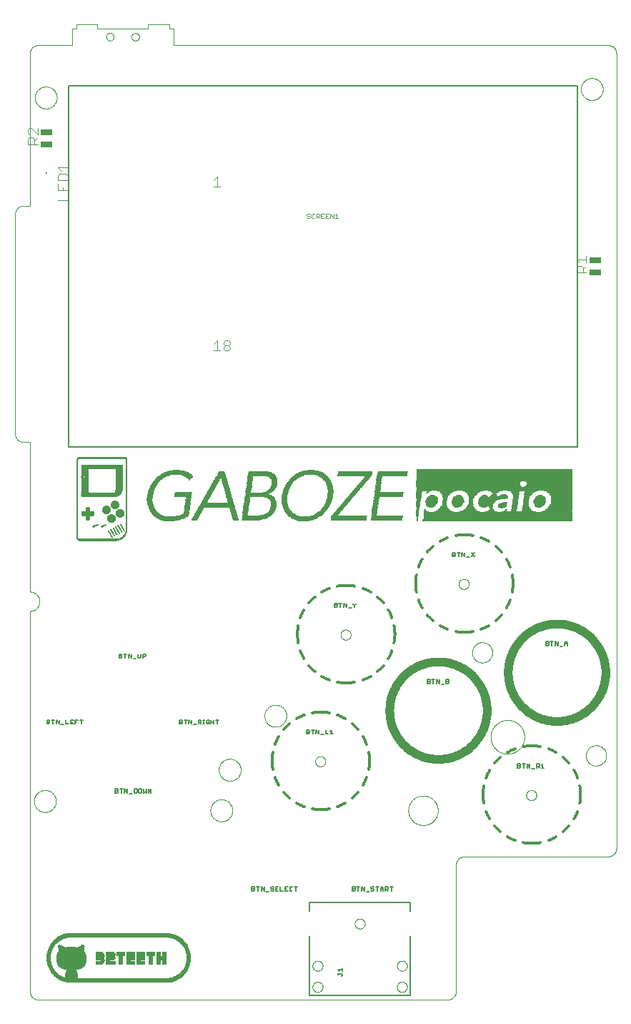
<source format=gto>
G75*
%MOIN*%
%OFA0B0*%
%FSLAX25Y25*%
%IPPOS*%
%LPD*%
%AMOC8*
5,1,8,0,0,1.08239X$1,22.5*
%
%ADD10C,0.00000*%
%ADD11C,0.00039*%
%ADD12R,0.02362X0.00394*%
%ADD13R,0.01181X0.00394*%
%ADD14R,0.00787X0.00394*%
%ADD15R,0.03543X0.00394*%
%ADD16R,0.03150X0.00394*%
%ADD17R,0.01575X0.00394*%
%ADD18R,0.01969X0.00394*%
%ADD19R,0.02756X0.00394*%
%ADD20R,0.03937X0.00394*%
%ADD21R,0.17717X0.00197*%
%ADD22R,0.19488X0.00197*%
%ADD23R,0.20276X0.00197*%
%ADD24R,0.20866X0.00197*%
%ADD25R,0.21260X0.00197*%
%ADD26R,0.00984X0.00197*%
%ADD27R,0.01969X0.00197*%
%ADD28R,0.01575X0.00197*%
%ADD29R,0.00197X0.00197*%
%ADD30R,0.01378X0.00197*%
%ADD31R,0.00394X0.00197*%
%ADD32R,0.01181X0.00197*%
%ADD33R,0.00591X0.00197*%
%ADD34R,0.00787X0.00197*%
%ADD35R,0.01772X0.00197*%
%ADD36R,0.02165X0.00197*%
%ADD37R,0.02559X0.00197*%
%ADD38R,0.02953X0.00197*%
%ADD39R,0.02756X0.00197*%
%ADD40R,0.69685X0.00197*%
%ADD41R,0.03346X0.00197*%
%ADD42R,0.05512X0.00197*%
%ADD43R,0.07480X0.00197*%
%ADD44R,0.07087X0.00197*%
%ADD45R,0.03740X0.00197*%
%ADD46R,0.08661X0.00197*%
%ADD47R,0.08071X0.00197*%
%ADD48R,0.16339X0.00197*%
%ADD49R,0.14567X0.00197*%
%ADD50R,0.09843X0.00197*%
%ADD51R,0.09646X0.00197*%
%ADD52R,0.09252X0.00197*%
%ADD53R,0.16535X0.00197*%
%ADD54R,0.10827X0.00197*%
%ADD55R,0.10433X0.00197*%
%ADD56R,0.10039X0.00197*%
%ADD57R,0.69488X0.00197*%
%ADD58R,0.04134X0.00197*%
%ADD59R,0.12008X0.00197*%
%ADD60R,0.11024X0.00197*%
%ADD61R,0.12795X0.00197*%
%ADD62R,0.11614X0.00197*%
%ADD63R,0.11811X0.00197*%
%ADD64R,0.13583X0.00197*%
%ADD65R,0.12598X0.00197*%
%ADD66R,0.14370X0.00197*%
%ADD67R,0.14173X0.00197*%
%ADD68R,0.12205X0.00197*%
%ADD69R,0.12992X0.00197*%
%ADD70R,0.15157X0.00197*%
%ADD71R,0.13780X0.00197*%
%ADD72R,0.05709X0.00197*%
%ADD73R,0.06693X0.00197*%
%ADD74R,0.04921X0.00197*%
%ADD75R,0.05906X0.00197*%
%ADD76R,0.13189X0.00197*%
%ADD77R,0.04724X0.00197*%
%ADD78R,0.69291X0.00197*%
%ADD79R,0.04528X0.00197*%
%ADD80R,0.05118X0.00197*%
%ADD81R,0.13386X0.00197*%
%ADD82R,0.04331X0.00197*%
%ADD83R,0.02362X0.00197*%
%ADD84R,0.03937X0.00197*%
%ADD85R,0.03543X0.00197*%
%ADD86R,0.69094X0.00197*%
%ADD87R,0.03150X0.00197*%
%ADD88R,0.15748X0.00197*%
%ADD89R,0.14764X0.00197*%
%ADD90R,0.13976X0.00197*%
%ADD91R,0.07677X0.00197*%
%ADD92R,0.06299X0.00197*%
%ADD93R,0.05315X0.00197*%
%ADD94R,0.12402X0.00197*%
%ADD95R,0.11417X0.00197*%
%ADD96R,0.16732X0.00197*%
%ADD97R,0.11220X0.00197*%
%ADD98R,0.16142X0.00197*%
%ADD99R,0.06496X0.00197*%
%ADD100R,0.10630X0.00197*%
%ADD101R,0.15945X0.00197*%
%ADD102R,0.15551X0.00197*%
%ADD103R,0.06890X0.00197*%
%ADD104R,0.10236X0.00197*%
%ADD105R,0.15354X0.00197*%
%ADD106R,0.07283X0.00197*%
%ADD107R,0.07874X0.00197*%
%ADD108R,0.08268X0.00197*%
%ADD109R,0.08465X0.00197*%
%ADD110R,0.08858X0.00197*%
%ADD111R,0.09449X0.00197*%
%ADD112R,0.16929X0.00197*%
%ADD113R,0.17520X0.00197*%
%ADD114R,0.17913X0.00197*%
%ADD115R,0.18110X0.00197*%
%ADD116R,0.18307X0.00197*%
%ADD117R,0.18504X0.00197*%
%ADD118R,0.18701X0.00197*%
%ADD119R,0.18898X0.00197*%
%ADD120R,0.06102X0.00197*%
%ADD121R,0.72835X0.00197*%
%ADD122R,0.49016X0.00197*%
%ADD123R,0.22441X0.00197*%
%ADD124R,0.48819X0.00197*%
%ADD125R,0.22047X0.00197*%
%ADD126R,0.48622X0.00197*%
%ADD127R,0.21850X0.00197*%
%ADD128R,0.48425X0.00197*%
%ADD129R,0.21654X0.00197*%
%ADD130R,0.21457X0.00197*%
%ADD131R,0.49409X0.00197*%
%ADD132R,0.72638X0.00197*%
%ADD133R,0.19094X0.00197*%
%ADD134R,0.23425X0.00197*%
%ADD135R,0.23031X0.00197*%
%ADD136C,0.01200*%
%ADD137C,0.04000*%
%ADD138R,0.47420X0.00084*%
%ADD139R,0.48080X0.00083*%
%ADD140R,0.49170X0.00083*%
%ADD141R,0.00080X0.00083*%
%ADD142R,0.49920X0.00084*%
%ADD143R,0.00090X0.00083*%
%ADD144R,0.50500X0.00083*%
%ADD145R,0.51170X0.00083*%
%ADD146R,0.51660X0.00084*%
%ADD147R,0.52170X0.00083*%
%ADD148R,0.52670X0.00083*%
%ADD149R,0.53080X0.00084*%
%ADD150R,0.53340X0.00083*%
%ADD151R,0.53750X0.00083*%
%ADD152R,0.54250X0.00084*%
%ADD153R,0.54580X0.00083*%
%ADD154R,0.54830X0.00083*%
%ADD155R,0.00090X0.00084*%
%ADD156R,0.55000X0.00084*%
%ADD157R,0.55420X0.00083*%
%ADD158R,0.55750X0.00083*%
%ADD159R,0.56080X0.00084*%
%ADD160R,0.56330X0.00083*%
%ADD161R,0.56580X0.00083*%
%ADD162R,0.56830X0.00084*%
%ADD163R,0.09330X0.00083*%
%ADD164R,0.06580X0.00083*%
%ADD165R,0.09340X0.00083*%
%ADD166R,0.05660X0.00083*%
%ADD167R,0.09590X0.00084*%
%ADD168R,0.05090X0.00084*%
%ADD169R,0.09590X0.00083*%
%ADD170R,0.04750X0.00083*%
%ADD171R,0.03910X0.00083*%
%ADD172R,0.05670X0.00083*%
%ADD173R,0.04330X0.00083*%
%ADD174R,0.03840X0.00084*%
%ADD175R,0.00080X0.00084*%
%ADD176R,0.05750X0.00084*%
%ADD177R,0.04420X0.00084*%
%ADD178R,0.03750X0.00083*%
%ADD179R,0.04250X0.00083*%
%ADD180R,0.03590X0.00083*%
%ADD181R,0.05750X0.00083*%
%ADD182R,0.04000X0.00083*%
%ADD183R,0.03410X0.00084*%
%ADD184R,0.05670X0.00084*%
%ADD185R,0.03830X0.00084*%
%ADD186R,0.03330X0.00083*%
%ADD187R,0.03250X0.00083*%
%ADD188R,0.03670X0.00083*%
%ADD189R,0.03250X0.00084*%
%ADD190R,0.03670X0.00084*%
%ADD191R,0.03090X0.00083*%
%ADD192R,0.03500X0.00083*%
%ADD193R,0.03080X0.00083*%
%ADD194R,0.03080X0.00084*%
%ADD195R,0.03420X0.00084*%
%ADD196R,0.02920X0.00083*%
%ADD197R,0.03000X0.00084*%
%ADD198R,0.03170X0.00084*%
%ADD199R,0.02840X0.00083*%
%ADD200R,0.05590X0.00083*%
%ADD201R,0.03170X0.00083*%
%ADD202R,0.02750X0.00084*%
%ADD203R,0.05590X0.00084*%
%ADD204R,0.02750X0.00083*%
%ADD205R,0.02670X0.00083*%
%ADD206R,0.03000X0.00083*%
%ADD207R,0.02910X0.00084*%
%ADD208R,0.02920X0.00083*%
%ADD209R,0.02590X0.00083*%
%ADD210R,0.02830X0.00083*%
%ADD211R,0.02580X0.00084*%
%ADD212R,0.02500X0.00084*%
%ADD213R,0.02500X0.00083*%
%ADD214R,0.02660X0.00083*%
%ADD215R,0.02670X0.00084*%
%ADD216R,0.05500X0.00083*%
%ADD217R,0.02580X0.00083*%
%ADD218R,0.02410X0.00084*%
%ADD219R,0.05420X0.00084*%
%ADD220R,0.02490X0.00084*%
%ADD221R,0.02420X0.00083*%
%ADD222R,0.05330X0.00083*%
%ADD223R,0.02330X0.00083*%
%ADD224R,0.05410X0.00083*%
%ADD225R,0.02250X0.00084*%
%ADD226R,0.05250X0.00084*%
%ADD227R,0.02590X0.00084*%
%ADD228R,0.05250X0.00083*%
%ADD229R,0.02250X0.00083*%
%ADD230R,0.05170X0.00083*%
%ADD231R,0.02420X0.00084*%
%ADD232R,0.04910X0.00083*%
%ADD233R,0.02160X0.00083*%
%ADD234R,0.04830X0.00083*%
%ADD235R,0.02410X0.00083*%
%ADD236R,0.02240X0.00084*%
%ADD237R,0.04670X0.00084*%
%ADD238R,0.02420X0.00084*%
%ADD239R,0.04420X0.00083*%
%ADD240R,0.02170X0.00083*%
%ADD241R,0.02170X0.00084*%
%ADD242R,0.04170X0.00084*%
%ADD243R,0.02330X0.00084*%
%ADD244R,0.02170X0.00083*%
%ADD245R,0.04080X0.00083*%
%ADD246R,0.02420X0.00083*%
%ADD247R,0.04090X0.00083*%
%ADD248R,0.02340X0.00083*%
%ADD249R,0.00340X0.00084*%
%ADD250R,0.06250X0.00083*%
%ADD251R,0.07160X0.00083*%
%ADD252R,0.07580X0.00084*%
%ADD253R,0.08090X0.00083*%
%ADD254R,0.08500X0.00083*%
%ADD255R,0.02090X0.00084*%
%ADD256R,0.08920X0.00084*%
%ADD257R,0.02090X0.00083*%
%ADD258R,0.09170X0.00083*%
%ADD259R,0.02000X0.00083*%
%ADD260R,0.09500X0.00083*%
%ADD261R,0.02000X0.00084*%
%ADD262R,0.09830X0.00084*%
%ADD263R,0.10090X0.00083*%
%ADD264R,0.10330X0.00083*%
%ADD265R,0.10500X0.00084*%
%ADD266R,0.10830X0.00083*%
%ADD267R,0.11000X0.00083*%
%ADD268R,0.02080X0.00084*%
%ADD269R,0.11170X0.00084*%
%ADD270R,0.02160X0.00084*%
%ADD271R,0.02080X0.00083*%
%ADD272R,0.11330X0.00083*%
%ADD273R,0.01920X0.00083*%
%ADD274R,0.11580X0.00083*%
%ADD275R,0.11670X0.00084*%
%ADD276R,0.11830X0.00083*%
%ADD277R,0.01910X0.00083*%
%ADD278R,0.12000X0.00083*%
%ADD279R,0.01910X0.00084*%
%ADD280R,0.12090X0.00084*%
%ADD281R,0.02170X0.00084*%
%ADD282R,0.12170X0.00083*%
%ADD283R,0.02010X0.00083*%
%ADD284R,0.01920X0.00083*%
%ADD285R,0.12420X0.00083*%
%ADD286R,0.01920X0.00084*%
%ADD287R,0.12410X0.00084*%
%ADD288R,0.12500X0.00083*%
%ADD289R,0.12670X0.00083*%
%ADD290R,0.12750X0.00084*%
%ADD291R,0.01830X0.00083*%
%ADD292R,0.12910X0.00083*%
%ADD293R,0.13000X0.00083*%
%ADD294R,0.13000X0.00084*%
%ADD295R,0.13170X0.00083*%
%ADD296R,0.03660X0.00083*%
%ADD297R,0.04340X0.00083*%
%ADD298R,0.04170X0.00083*%
%ADD299R,0.04160X0.00083*%
%ADD300R,0.01750X0.00083*%
%ADD301R,0.13250X0.00084*%
%ADD302R,0.03660X0.00084*%
%ADD303R,0.04340X0.00084*%
%ADD304R,0.01920X0.00084*%
%ADD305R,0.04160X0.00084*%
%ADD306R,0.01830X0.00084*%
%ADD307R,0.01750X0.00084*%
%ADD308R,0.13330X0.00083*%
%ADD309R,0.13420X0.00083*%
%ADD310R,0.13420X0.00084*%
%ADD311R,0.13500X0.00083*%
%ADD312R,0.13590X0.00083*%
%ADD313R,0.13590X0.00084*%
%ADD314R,0.13670X0.00083*%
%ADD315R,0.13830X0.00084*%
%ADD316R,0.13750X0.00083*%
%ADD317R,0.13830X0.00083*%
%ADD318R,0.02010X0.00084*%
%ADD319R,0.13910X0.00083*%
%ADD320R,0.13910X0.00084*%
%ADD321R,0.01840X0.00084*%
%ADD322R,0.13920X0.00083*%
%ADD323R,0.01840X0.00083*%
%ADD324R,0.14000X0.00083*%
%ADD325R,0.14000X0.00084*%
%ADD326R,0.14160X0.00083*%
%ADD327R,0.14080X0.00084*%
%ADD328R,0.03840X0.00083*%
%ADD329R,0.04500X0.00083*%
%ADD330R,0.14080X0.00083*%
%ADD331R,0.14160X0.00084*%
%ADD332R,0.04500X0.00084*%
%ADD333R,0.03910X0.00084*%
%ADD334R,0.03830X0.00083*%
%ADD335R,0.04170X0.00083*%
%ADD336R,0.04250X0.00084*%
%ADD337R,0.04170X0.00084*%
%ADD338R,0.13250X0.00083*%
%ADD339R,0.13170X0.00084*%
%ADD340R,0.13090X0.00083*%
%ADD341R,0.12830X0.00084*%
%ADD342R,0.12580X0.00083*%
%ADD343R,0.12590X0.00084*%
%ADD344R,0.12080X0.00084*%
%ADD345R,0.11910X0.00083*%
%ADD346R,0.12000X0.00084*%
%ADD347R,0.12090X0.00083*%
%ADD348R,0.12250X0.00083*%
%ADD349R,0.12250X0.00084*%
%ADD350R,0.12330X0.00083*%
%ADD351R,0.12330X0.00084*%
%ADD352R,0.03410X0.00083*%
%ADD353R,0.05000X0.00084*%
%ADD354R,0.03330X0.00084*%
%ADD355R,0.03420X0.00083*%
%ADD356R,0.01580X0.00084*%
%ADD357R,0.00170X0.00084*%
%ADD358R,0.02840X0.00084*%
%ADD359R,0.02670X0.00083*%
%ADD360R,0.01670X0.00084*%
%ADD361R,0.01590X0.00083*%
%ADD362R,0.01420X0.00083*%
%ADD363R,0.01080X0.00083*%
%ADD364R,0.01170X0.00083*%
%ADD365R,0.01080X0.00084*%
%ADD366R,0.00920X0.00084*%
%ADD367R,0.02340X0.00084*%
%ADD368R,0.00170X0.00083*%
%ADD369R,0.02240X0.00083*%
%ADD370R,0.02660X0.00084*%
%ADD371R,0.02830X0.00084*%
%ADD372R,0.02910X0.00083*%
%ADD373R,0.02920X0.00084*%
%ADD374R,0.03090X0.00084*%
%ADD375R,0.03160X0.00083*%
%ADD376R,0.03170X0.00083*%
%ADD377R,0.03260X0.00084*%
%ADD378R,0.03340X0.00083*%
%ADD379R,0.03590X0.00084*%
%ADD380R,0.03580X0.00084*%
%ADD381R,0.03920X0.00084*%
%ADD382R,0.03920X0.00083*%
%ADD383R,0.04410X0.00083*%
%ADD384R,0.04580X0.00083*%
%ADD385R,0.05090X0.00083*%
%ADD386R,0.05080X0.00084*%
%ADD387R,0.05840X0.00083*%
%ADD388R,0.56410X0.00083*%
%ADD389R,0.56170X0.00084*%
%ADD390R,0.55670X0.00083*%
%ADD391R,0.55330X0.00084*%
%ADD392R,0.55170X0.00083*%
%ADD393R,0.54670X0.00083*%
%ADD394R,0.54410X0.00084*%
%ADD395R,0.53830X0.00083*%
%ADD396R,0.53580X0.00083*%
%ADD397R,0.53170X0.00084*%
%ADD398R,0.52330X0.00083*%
%ADD399R,0.51830X0.00084*%
%ADD400R,0.51500X0.00083*%
%ADD401R,0.50910X0.00083*%
%ADD402R,0.50330X0.00084*%
%ADD403R,0.49660X0.00083*%
%ADD404R,0.48830X0.00083*%
%ADD405R,0.48250X0.00084*%
%ADD406R,0.47750X0.00083*%
%ADD407C,0.00400*%
%ADD408R,0.05512X0.02559*%
%ADD409C,0.00500*%
%ADD410C,0.00200*%
%ADD411R,0.00787X0.00787*%
%ADD412C,0.00800*%
D10*
X0029320Y0023079D02*
X0029320Y0200244D01*
X0029453Y0200246D01*
X0029586Y0200252D01*
X0029718Y0200262D01*
X0029851Y0200275D01*
X0029982Y0200293D01*
X0030114Y0200314D01*
X0030244Y0200339D01*
X0030374Y0200368D01*
X0030503Y0200401D01*
X0030630Y0200438D01*
X0030757Y0200478D01*
X0030883Y0200522D01*
X0031007Y0200570D01*
X0031129Y0200621D01*
X0031250Y0200676D01*
X0031370Y0200735D01*
X0031487Y0200796D01*
X0031603Y0200862D01*
X0031717Y0200930D01*
X0031829Y0201002D01*
X0031938Y0201078D01*
X0032046Y0201156D01*
X0032151Y0201238D01*
X0032253Y0201322D01*
X0032353Y0201410D01*
X0032451Y0201500D01*
X0032545Y0201594D01*
X0032637Y0201690D01*
X0032726Y0201789D01*
X0032812Y0201890D01*
X0032895Y0201994D01*
X0032975Y0202100D01*
X0033052Y0202208D01*
X0033126Y0202319D01*
X0033196Y0202432D01*
X0033263Y0202546D01*
X0033327Y0202663D01*
X0033387Y0202782D01*
X0033444Y0202902D01*
X0033497Y0203024D01*
X0033546Y0203147D01*
X0033592Y0203272D01*
X0033635Y0203398D01*
X0033673Y0203525D01*
X0033708Y0203654D01*
X0033739Y0203783D01*
X0033766Y0203913D01*
X0033789Y0204044D01*
X0033809Y0204175D01*
X0033824Y0204308D01*
X0033836Y0204440D01*
X0033844Y0204573D01*
X0033848Y0204706D01*
X0033848Y0204838D01*
X0033844Y0204971D01*
X0033836Y0205104D01*
X0033824Y0205236D01*
X0033809Y0205369D01*
X0033789Y0205500D01*
X0033766Y0205631D01*
X0033739Y0205761D01*
X0033708Y0205890D01*
X0033673Y0206019D01*
X0033635Y0206146D01*
X0033592Y0206272D01*
X0033546Y0206397D01*
X0033497Y0206520D01*
X0033444Y0206642D01*
X0033387Y0206762D01*
X0033327Y0206881D01*
X0033263Y0206998D01*
X0033196Y0207112D01*
X0033126Y0207225D01*
X0033052Y0207336D01*
X0032975Y0207444D01*
X0032895Y0207550D01*
X0032812Y0207654D01*
X0032726Y0207755D01*
X0032637Y0207854D01*
X0032545Y0207950D01*
X0032451Y0208044D01*
X0032353Y0208134D01*
X0032253Y0208222D01*
X0032151Y0208306D01*
X0032046Y0208388D01*
X0031938Y0208466D01*
X0031829Y0208542D01*
X0031717Y0208614D01*
X0031603Y0208682D01*
X0031487Y0208748D01*
X0031370Y0208809D01*
X0031250Y0208868D01*
X0031129Y0208923D01*
X0031007Y0208974D01*
X0030883Y0209022D01*
X0030757Y0209066D01*
X0030630Y0209106D01*
X0030503Y0209143D01*
X0030374Y0209176D01*
X0030244Y0209205D01*
X0030114Y0209230D01*
X0029982Y0209251D01*
X0029851Y0209269D01*
X0029718Y0209282D01*
X0029586Y0209292D01*
X0029453Y0209298D01*
X0029320Y0209300D01*
X0029320Y0209299D02*
X0029320Y0278984D01*
X0026367Y0278984D01*
X0026243Y0278986D01*
X0026120Y0278992D01*
X0025996Y0279001D01*
X0025874Y0279015D01*
X0025751Y0279032D01*
X0025629Y0279054D01*
X0025508Y0279079D01*
X0025388Y0279108D01*
X0025269Y0279140D01*
X0025150Y0279177D01*
X0025033Y0279217D01*
X0024918Y0279260D01*
X0024803Y0279308D01*
X0024691Y0279359D01*
X0024580Y0279413D01*
X0024470Y0279471D01*
X0024363Y0279532D01*
X0024257Y0279597D01*
X0024154Y0279665D01*
X0024053Y0279736D01*
X0023954Y0279810D01*
X0023857Y0279887D01*
X0023763Y0279968D01*
X0023672Y0280051D01*
X0023583Y0280137D01*
X0023497Y0280226D01*
X0023414Y0280317D01*
X0023333Y0280411D01*
X0023256Y0280508D01*
X0023182Y0280607D01*
X0023111Y0280708D01*
X0023043Y0280811D01*
X0022978Y0280917D01*
X0022917Y0281024D01*
X0022859Y0281134D01*
X0022805Y0281245D01*
X0022754Y0281357D01*
X0022706Y0281472D01*
X0022663Y0281587D01*
X0022623Y0281704D01*
X0022586Y0281823D01*
X0022554Y0281942D01*
X0022525Y0282062D01*
X0022500Y0282183D01*
X0022478Y0282305D01*
X0022461Y0282428D01*
X0022447Y0282550D01*
X0022438Y0282674D01*
X0022432Y0282797D01*
X0022430Y0282921D01*
X0022430Y0385283D01*
X0022432Y0385407D01*
X0022438Y0385530D01*
X0022447Y0385654D01*
X0022461Y0385776D01*
X0022478Y0385899D01*
X0022500Y0386021D01*
X0022525Y0386142D01*
X0022554Y0386262D01*
X0022586Y0386381D01*
X0022623Y0386500D01*
X0022663Y0386617D01*
X0022706Y0386732D01*
X0022754Y0386847D01*
X0022805Y0386959D01*
X0022859Y0387070D01*
X0022917Y0387180D01*
X0022978Y0387287D01*
X0023043Y0387393D01*
X0023111Y0387496D01*
X0023182Y0387597D01*
X0023256Y0387696D01*
X0023333Y0387793D01*
X0023414Y0387887D01*
X0023497Y0387978D01*
X0023583Y0388067D01*
X0023672Y0388153D01*
X0023763Y0388236D01*
X0023857Y0388317D01*
X0023954Y0388394D01*
X0024053Y0388468D01*
X0024154Y0388539D01*
X0024257Y0388607D01*
X0024363Y0388672D01*
X0024470Y0388733D01*
X0024580Y0388791D01*
X0024691Y0388845D01*
X0024803Y0388896D01*
X0024918Y0388944D01*
X0025033Y0388987D01*
X0025150Y0389027D01*
X0025269Y0389064D01*
X0025388Y0389096D01*
X0025508Y0389125D01*
X0025629Y0389150D01*
X0025751Y0389172D01*
X0025874Y0389189D01*
X0025996Y0389203D01*
X0026120Y0389212D01*
X0026243Y0389218D01*
X0026367Y0389220D01*
X0029320Y0389220D01*
X0029320Y0460087D01*
X0029322Y0460211D01*
X0029328Y0460334D01*
X0029337Y0460458D01*
X0029351Y0460580D01*
X0029368Y0460703D01*
X0029390Y0460825D01*
X0029415Y0460946D01*
X0029444Y0461066D01*
X0029476Y0461185D01*
X0029513Y0461304D01*
X0029553Y0461421D01*
X0029596Y0461536D01*
X0029644Y0461651D01*
X0029695Y0461763D01*
X0029749Y0461874D01*
X0029807Y0461984D01*
X0029868Y0462091D01*
X0029933Y0462197D01*
X0030001Y0462300D01*
X0030072Y0462401D01*
X0030146Y0462500D01*
X0030223Y0462597D01*
X0030304Y0462691D01*
X0030387Y0462782D01*
X0030473Y0462871D01*
X0030562Y0462957D01*
X0030653Y0463040D01*
X0030747Y0463121D01*
X0030844Y0463198D01*
X0030943Y0463272D01*
X0031044Y0463343D01*
X0031147Y0463411D01*
X0031253Y0463476D01*
X0031360Y0463537D01*
X0031470Y0463595D01*
X0031581Y0463649D01*
X0031693Y0463700D01*
X0031808Y0463748D01*
X0031923Y0463791D01*
X0032040Y0463831D01*
X0032159Y0463868D01*
X0032278Y0463900D01*
X0032398Y0463929D01*
X0032519Y0463954D01*
X0032641Y0463976D01*
X0032764Y0463993D01*
X0032886Y0464007D01*
X0033010Y0464016D01*
X0033133Y0464022D01*
X0033257Y0464024D01*
X0049005Y0464024D01*
X0049005Y0471898D01*
X0050974Y0471898D01*
X0050974Y0473866D01*
X0060816Y0473866D01*
X0060816Y0471898D01*
X0084438Y0471898D01*
X0084438Y0473866D01*
X0094281Y0473866D01*
X0094281Y0471898D01*
X0096249Y0471898D01*
X0096249Y0464024D01*
X0299005Y0464024D01*
X0299129Y0464022D01*
X0299252Y0464016D01*
X0299376Y0464007D01*
X0299498Y0463993D01*
X0299621Y0463976D01*
X0299743Y0463954D01*
X0299864Y0463929D01*
X0299984Y0463900D01*
X0300103Y0463868D01*
X0300222Y0463831D01*
X0300339Y0463791D01*
X0300454Y0463748D01*
X0300569Y0463700D01*
X0300681Y0463649D01*
X0300792Y0463595D01*
X0300902Y0463537D01*
X0301009Y0463476D01*
X0301115Y0463411D01*
X0301218Y0463343D01*
X0301319Y0463272D01*
X0301418Y0463198D01*
X0301515Y0463121D01*
X0301609Y0463040D01*
X0301700Y0462957D01*
X0301789Y0462871D01*
X0301875Y0462782D01*
X0301958Y0462691D01*
X0302039Y0462597D01*
X0302116Y0462500D01*
X0302190Y0462401D01*
X0302261Y0462300D01*
X0302329Y0462197D01*
X0302394Y0462091D01*
X0302455Y0461984D01*
X0302513Y0461874D01*
X0302567Y0461763D01*
X0302618Y0461651D01*
X0302666Y0461536D01*
X0302709Y0461421D01*
X0302749Y0461304D01*
X0302786Y0461185D01*
X0302818Y0461066D01*
X0302847Y0460946D01*
X0302872Y0460825D01*
X0302894Y0460703D01*
X0302911Y0460580D01*
X0302925Y0460458D01*
X0302934Y0460334D01*
X0302940Y0460211D01*
X0302942Y0460087D01*
X0302942Y0089811D01*
X0302940Y0089687D01*
X0302934Y0089564D01*
X0302925Y0089440D01*
X0302911Y0089318D01*
X0302894Y0089195D01*
X0302872Y0089073D01*
X0302847Y0088952D01*
X0302818Y0088832D01*
X0302786Y0088713D01*
X0302749Y0088594D01*
X0302709Y0088477D01*
X0302666Y0088362D01*
X0302618Y0088247D01*
X0302567Y0088135D01*
X0302513Y0088024D01*
X0302455Y0087914D01*
X0302394Y0087807D01*
X0302329Y0087701D01*
X0302261Y0087598D01*
X0302190Y0087497D01*
X0302116Y0087398D01*
X0302039Y0087301D01*
X0301958Y0087207D01*
X0301875Y0087116D01*
X0301789Y0087027D01*
X0301700Y0086941D01*
X0301609Y0086858D01*
X0301515Y0086777D01*
X0301418Y0086700D01*
X0301319Y0086626D01*
X0301218Y0086555D01*
X0301115Y0086487D01*
X0301009Y0086422D01*
X0300902Y0086361D01*
X0300792Y0086303D01*
X0300681Y0086249D01*
X0300569Y0086198D01*
X0300454Y0086150D01*
X0300339Y0086107D01*
X0300222Y0086067D01*
X0300103Y0086030D01*
X0299984Y0085998D01*
X0299864Y0085969D01*
X0299743Y0085944D01*
X0299621Y0085922D01*
X0299498Y0085905D01*
X0299376Y0085891D01*
X0299252Y0085882D01*
X0299129Y0085876D01*
X0299005Y0085874D01*
X0232076Y0085874D01*
X0231952Y0085872D01*
X0231829Y0085866D01*
X0231705Y0085857D01*
X0231583Y0085843D01*
X0231460Y0085826D01*
X0231338Y0085804D01*
X0231217Y0085779D01*
X0231097Y0085750D01*
X0230978Y0085718D01*
X0230859Y0085681D01*
X0230742Y0085641D01*
X0230627Y0085598D01*
X0230512Y0085550D01*
X0230400Y0085499D01*
X0230289Y0085445D01*
X0230179Y0085387D01*
X0230072Y0085326D01*
X0229966Y0085261D01*
X0229863Y0085193D01*
X0229762Y0085122D01*
X0229663Y0085048D01*
X0229566Y0084971D01*
X0229472Y0084890D01*
X0229381Y0084807D01*
X0229292Y0084721D01*
X0229206Y0084632D01*
X0229123Y0084541D01*
X0229042Y0084447D01*
X0228965Y0084350D01*
X0228891Y0084251D01*
X0228820Y0084150D01*
X0228752Y0084047D01*
X0228687Y0083941D01*
X0228626Y0083834D01*
X0228568Y0083724D01*
X0228514Y0083613D01*
X0228463Y0083501D01*
X0228415Y0083386D01*
X0228372Y0083271D01*
X0228332Y0083154D01*
X0228295Y0083035D01*
X0228263Y0082916D01*
X0228234Y0082796D01*
X0228209Y0082675D01*
X0228187Y0082553D01*
X0228170Y0082430D01*
X0228156Y0082308D01*
X0228147Y0082184D01*
X0228141Y0082061D01*
X0228139Y0081937D01*
X0228139Y0023079D01*
X0228137Y0022955D01*
X0228131Y0022832D01*
X0228122Y0022708D01*
X0228108Y0022586D01*
X0228091Y0022463D01*
X0228069Y0022341D01*
X0228044Y0022220D01*
X0228015Y0022100D01*
X0227983Y0021981D01*
X0227946Y0021862D01*
X0227906Y0021745D01*
X0227863Y0021630D01*
X0227815Y0021515D01*
X0227764Y0021403D01*
X0227710Y0021292D01*
X0227652Y0021182D01*
X0227591Y0021075D01*
X0227526Y0020969D01*
X0227458Y0020866D01*
X0227387Y0020765D01*
X0227313Y0020666D01*
X0227236Y0020569D01*
X0227155Y0020475D01*
X0227072Y0020384D01*
X0226986Y0020295D01*
X0226897Y0020209D01*
X0226806Y0020126D01*
X0226712Y0020045D01*
X0226615Y0019968D01*
X0226516Y0019894D01*
X0226415Y0019823D01*
X0226312Y0019755D01*
X0226206Y0019690D01*
X0226099Y0019629D01*
X0225989Y0019571D01*
X0225878Y0019517D01*
X0225766Y0019466D01*
X0225651Y0019418D01*
X0225536Y0019375D01*
X0225419Y0019335D01*
X0225300Y0019298D01*
X0225181Y0019266D01*
X0225061Y0019237D01*
X0224940Y0019212D01*
X0224818Y0019190D01*
X0224695Y0019173D01*
X0224573Y0019159D01*
X0224449Y0019150D01*
X0224326Y0019144D01*
X0224202Y0019142D01*
X0033257Y0019142D01*
X0033133Y0019144D01*
X0033010Y0019150D01*
X0032886Y0019159D01*
X0032764Y0019173D01*
X0032641Y0019190D01*
X0032519Y0019212D01*
X0032398Y0019237D01*
X0032278Y0019266D01*
X0032159Y0019298D01*
X0032040Y0019335D01*
X0031923Y0019375D01*
X0031808Y0019418D01*
X0031693Y0019466D01*
X0031581Y0019517D01*
X0031470Y0019571D01*
X0031360Y0019629D01*
X0031253Y0019690D01*
X0031147Y0019755D01*
X0031044Y0019823D01*
X0030943Y0019894D01*
X0030844Y0019968D01*
X0030747Y0020045D01*
X0030653Y0020126D01*
X0030562Y0020209D01*
X0030473Y0020295D01*
X0030387Y0020384D01*
X0030304Y0020475D01*
X0030223Y0020569D01*
X0030146Y0020666D01*
X0030072Y0020765D01*
X0030001Y0020866D01*
X0029933Y0020969D01*
X0029868Y0021075D01*
X0029807Y0021182D01*
X0029749Y0021292D01*
X0029695Y0021403D01*
X0029644Y0021515D01*
X0029596Y0021630D01*
X0029553Y0021745D01*
X0029513Y0021862D01*
X0029476Y0021981D01*
X0029444Y0022100D01*
X0029415Y0022220D01*
X0029390Y0022341D01*
X0029368Y0022463D01*
X0029351Y0022586D01*
X0029337Y0022708D01*
X0029328Y0022832D01*
X0029322Y0022955D01*
X0029320Y0023079D01*
X0161210Y0025047D02*
X0161212Y0025144D01*
X0161218Y0025241D01*
X0161228Y0025337D01*
X0161242Y0025433D01*
X0161260Y0025529D01*
X0161281Y0025623D01*
X0161307Y0025717D01*
X0161336Y0025809D01*
X0161370Y0025900D01*
X0161406Y0025990D01*
X0161447Y0026078D01*
X0161491Y0026164D01*
X0161539Y0026249D01*
X0161590Y0026331D01*
X0161644Y0026412D01*
X0161702Y0026490D01*
X0161763Y0026565D01*
X0161826Y0026638D01*
X0161893Y0026709D01*
X0161963Y0026776D01*
X0162035Y0026841D01*
X0162110Y0026902D01*
X0162188Y0026961D01*
X0162267Y0027016D01*
X0162349Y0027068D01*
X0162433Y0027116D01*
X0162519Y0027161D01*
X0162607Y0027203D01*
X0162696Y0027241D01*
X0162787Y0027275D01*
X0162879Y0027305D01*
X0162972Y0027332D01*
X0163067Y0027354D01*
X0163162Y0027373D01*
X0163258Y0027388D01*
X0163354Y0027399D01*
X0163451Y0027406D01*
X0163548Y0027409D01*
X0163645Y0027408D01*
X0163742Y0027403D01*
X0163838Y0027394D01*
X0163934Y0027381D01*
X0164030Y0027364D01*
X0164125Y0027343D01*
X0164218Y0027319D01*
X0164311Y0027290D01*
X0164403Y0027258D01*
X0164493Y0027222D01*
X0164581Y0027183D01*
X0164668Y0027139D01*
X0164753Y0027093D01*
X0164836Y0027042D01*
X0164917Y0026989D01*
X0164995Y0026932D01*
X0165072Y0026872D01*
X0165145Y0026809D01*
X0165216Y0026743D01*
X0165284Y0026674D01*
X0165350Y0026602D01*
X0165412Y0026528D01*
X0165471Y0026451D01*
X0165527Y0026372D01*
X0165580Y0026290D01*
X0165630Y0026207D01*
X0165675Y0026121D01*
X0165718Y0026034D01*
X0165757Y0025945D01*
X0165792Y0025855D01*
X0165823Y0025763D01*
X0165850Y0025670D01*
X0165874Y0025576D01*
X0165894Y0025481D01*
X0165910Y0025385D01*
X0165922Y0025289D01*
X0165930Y0025192D01*
X0165934Y0025095D01*
X0165934Y0024999D01*
X0165930Y0024902D01*
X0165922Y0024805D01*
X0165910Y0024709D01*
X0165894Y0024613D01*
X0165874Y0024518D01*
X0165850Y0024424D01*
X0165823Y0024331D01*
X0165792Y0024239D01*
X0165757Y0024149D01*
X0165718Y0024060D01*
X0165675Y0023973D01*
X0165630Y0023887D01*
X0165580Y0023804D01*
X0165527Y0023722D01*
X0165471Y0023643D01*
X0165412Y0023566D01*
X0165350Y0023492D01*
X0165284Y0023420D01*
X0165216Y0023351D01*
X0165145Y0023285D01*
X0165072Y0023222D01*
X0164995Y0023162D01*
X0164917Y0023105D01*
X0164836Y0023052D01*
X0164753Y0023001D01*
X0164668Y0022955D01*
X0164581Y0022911D01*
X0164493Y0022872D01*
X0164403Y0022836D01*
X0164311Y0022804D01*
X0164218Y0022775D01*
X0164125Y0022751D01*
X0164030Y0022730D01*
X0163934Y0022713D01*
X0163838Y0022700D01*
X0163742Y0022691D01*
X0163645Y0022686D01*
X0163548Y0022685D01*
X0163451Y0022688D01*
X0163354Y0022695D01*
X0163258Y0022706D01*
X0163162Y0022721D01*
X0163067Y0022740D01*
X0162972Y0022762D01*
X0162879Y0022789D01*
X0162787Y0022819D01*
X0162696Y0022853D01*
X0162607Y0022891D01*
X0162519Y0022933D01*
X0162433Y0022978D01*
X0162349Y0023026D01*
X0162267Y0023078D01*
X0162188Y0023133D01*
X0162110Y0023192D01*
X0162035Y0023253D01*
X0161963Y0023318D01*
X0161893Y0023385D01*
X0161826Y0023456D01*
X0161763Y0023529D01*
X0161702Y0023604D01*
X0161644Y0023682D01*
X0161590Y0023763D01*
X0161539Y0023845D01*
X0161491Y0023930D01*
X0161447Y0024016D01*
X0161406Y0024104D01*
X0161370Y0024194D01*
X0161336Y0024285D01*
X0161307Y0024377D01*
X0161281Y0024471D01*
X0161260Y0024565D01*
X0161242Y0024661D01*
X0161228Y0024757D01*
X0161218Y0024853D01*
X0161212Y0024950D01*
X0161210Y0025047D01*
X0161210Y0034890D02*
X0161212Y0034987D01*
X0161218Y0035084D01*
X0161228Y0035180D01*
X0161242Y0035276D01*
X0161260Y0035372D01*
X0161281Y0035466D01*
X0161307Y0035560D01*
X0161336Y0035652D01*
X0161370Y0035743D01*
X0161406Y0035833D01*
X0161447Y0035921D01*
X0161491Y0036007D01*
X0161539Y0036092D01*
X0161590Y0036174D01*
X0161644Y0036255D01*
X0161702Y0036333D01*
X0161763Y0036408D01*
X0161826Y0036481D01*
X0161893Y0036552D01*
X0161963Y0036619D01*
X0162035Y0036684D01*
X0162110Y0036745D01*
X0162188Y0036804D01*
X0162267Y0036859D01*
X0162349Y0036911D01*
X0162433Y0036959D01*
X0162519Y0037004D01*
X0162607Y0037046D01*
X0162696Y0037084D01*
X0162787Y0037118D01*
X0162879Y0037148D01*
X0162972Y0037175D01*
X0163067Y0037197D01*
X0163162Y0037216D01*
X0163258Y0037231D01*
X0163354Y0037242D01*
X0163451Y0037249D01*
X0163548Y0037252D01*
X0163645Y0037251D01*
X0163742Y0037246D01*
X0163838Y0037237D01*
X0163934Y0037224D01*
X0164030Y0037207D01*
X0164125Y0037186D01*
X0164218Y0037162D01*
X0164311Y0037133D01*
X0164403Y0037101D01*
X0164493Y0037065D01*
X0164581Y0037026D01*
X0164668Y0036982D01*
X0164753Y0036936D01*
X0164836Y0036885D01*
X0164917Y0036832D01*
X0164995Y0036775D01*
X0165072Y0036715D01*
X0165145Y0036652D01*
X0165216Y0036586D01*
X0165284Y0036517D01*
X0165350Y0036445D01*
X0165412Y0036371D01*
X0165471Y0036294D01*
X0165527Y0036215D01*
X0165580Y0036133D01*
X0165630Y0036050D01*
X0165675Y0035964D01*
X0165718Y0035877D01*
X0165757Y0035788D01*
X0165792Y0035698D01*
X0165823Y0035606D01*
X0165850Y0035513D01*
X0165874Y0035419D01*
X0165894Y0035324D01*
X0165910Y0035228D01*
X0165922Y0035132D01*
X0165930Y0035035D01*
X0165934Y0034938D01*
X0165934Y0034842D01*
X0165930Y0034745D01*
X0165922Y0034648D01*
X0165910Y0034552D01*
X0165894Y0034456D01*
X0165874Y0034361D01*
X0165850Y0034267D01*
X0165823Y0034174D01*
X0165792Y0034082D01*
X0165757Y0033992D01*
X0165718Y0033903D01*
X0165675Y0033816D01*
X0165630Y0033730D01*
X0165580Y0033647D01*
X0165527Y0033565D01*
X0165471Y0033486D01*
X0165412Y0033409D01*
X0165350Y0033335D01*
X0165284Y0033263D01*
X0165216Y0033194D01*
X0165145Y0033128D01*
X0165072Y0033065D01*
X0164995Y0033005D01*
X0164917Y0032948D01*
X0164836Y0032895D01*
X0164753Y0032844D01*
X0164668Y0032798D01*
X0164581Y0032754D01*
X0164493Y0032715D01*
X0164403Y0032679D01*
X0164311Y0032647D01*
X0164218Y0032618D01*
X0164125Y0032594D01*
X0164030Y0032573D01*
X0163934Y0032556D01*
X0163838Y0032543D01*
X0163742Y0032534D01*
X0163645Y0032529D01*
X0163548Y0032528D01*
X0163451Y0032531D01*
X0163354Y0032538D01*
X0163258Y0032549D01*
X0163162Y0032564D01*
X0163067Y0032583D01*
X0162972Y0032605D01*
X0162879Y0032632D01*
X0162787Y0032662D01*
X0162696Y0032696D01*
X0162607Y0032734D01*
X0162519Y0032776D01*
X0162433Y0032821D01*
X0162349Y0032869D01*
X0162267Y0032921D01*
X0162188Y0032976D01*
X0162110Y0033035D01*
X0162035Y0033096D01*
X0161963Y0033161D01*
X0161893Y0033228D01*
X0161826Y0033299D01*
X0161763Y0033372D01*
X0161702Y0033447D01*
X0161644Y0033525D01*
X0161590Y0033606D01*
X0161539Y0033688D01*
X0161491Y0033773D01*
X0161447Y0033859D01*
X0161406Y0033947D01*
X0161370Y0034037D01*
X0161336Y0034128D01*
X0161307Y0034220D01*
X0161281Y0034314D01*
X0161260Y0034408D01*
X0161242Y0034504D01*
X0161228Y0034600D01*
X0161218Y0034696D01*
X0161212Y0034793D01*
X0161210Y0034890D01*
X0180895Y0054575D02*
X0180897Y0054672D01*
X0180903Y0054769D01*
X0180913Y0054865D01*
X0180927Y0054961D01*
X0180945Y0055057D01*
X0180966Y0055151D01*
X0180992Y0055245D01*
X0181021Y0055337D01*
X0181055Y0055428D01*
X0181091Y0055518D01*
X0181132Y0055606D01*
X0181176Y0055692D01*
X0181224Y0055777D01*
X0181275Y0055859D01*
X0181329Y0055940D01*
X0181387Y0056018D01*
X0181448Y0056093D01*
X0181511Y0056166D01*
X0181578Y0056237D01*
X0181648Y0056304D01*
X0181720Y0056369D01*
X0181795Y0056430D01*
X0181873Y0056489D01*
X0181952Y0056544D01*
X0182034Y0056596D01*
X0182118Y0056644D01*
X0182204Y0056689D01*
X0182292Y0056731D01*
X0182381Y0056769D01*
X0182472Y0056803D01*
X0182564Y0056833D01*
X0182657Y0056860D01*
X0182752Y0056882D01*
X0182847Y0056901D01*
X0182943Y0056916D01*
X0183039Y0056927D01*
X0183136Y0056934D01*
X0183233Y0056937D01*
X0183330Y0056936D01*
X0183427Y0056931D01*
X0183523Y0056922D01*
X0183619Y0056909D01*
X0183715Y0056892D01*
X0183810Y0056871D01*
X0183903Y0056847D01*
X0183996Y0056818D01*
X0184088Y0056786D01*
X0184178Y0056750D01*
X0184266Y0056711D01*
X0184353Y0056667D01*
X0184438Y0056621D01*
X0184521Y0056570D01*
X0184602Y0056517D01*
X0184680Y0056460D01*
X0184757Y0056400D01*
X0184830Y0056337D01*
X0184901Y0056271D01*
X0184969Y0056202D01*
X0185035Y0056130D01*
X0185097Y0056056D01*
X0185156Y0055979D01*
X0185212Y0055900D01*
X0185265Y0055818D01*
X0185315Y0055735D01*
X0185360Y0055649D01*
X0185403Y0055562D01*
X0185442Y0055473D01*
X0185477Y0055383D01*
X0185508Y0055291D01*
X0185535Y0055198D01*
X0185559Y0055104D01*
X0185579Y0055009D01*
X0185595Y0054913D01*
X0185607Y0054817D01*
X0185615Y0054720D01*
X0185619Y0054623D01*
X0185619Y0054527D01*
X0185615Y0054430D01*
X0185607Y0054333D01*
X0185595Y0054237D01*
X0185579Y0054141D01*
X0185559Y0054046D01*
X0185535Y0053952D01*
X0185508Y0053859D01*
X0185477Y0053767D01*
X0185442Y0053677D01*
X0185403Y0053588D01*
X0185360Y0053501D01*
X0185315Y0053415D01*
X0185265Y0053332D01*
X0185212Y0053250D01*
X0185156Y0053171D01*
X0185097Y0053094D01*
X0185035Y0053020D01*
X0184969Y0052948D01*
X0184901Y0052879D01*
X0184830Y0052813D01*
X0184757Y0052750D01*
X0184680Y0052690D01*
X0184602Y0052633D01*
X0184521Y0052580D01*
X0184438Y0052529D01*
X0184353Y0052483D01*
X0184266Y0052439D01*
X0184178Y0052400D01*
X0184088Y0052364D01*
X0183996Y0052332D01*
X0183903Y0052303D01*
X0183810Y0052279D01*
X0183715Y0052258D01*
X0183619Y0052241D01*
X0183523Y0052228D01*
X0183427Y0052219D01*
X0183330Y0052214D01*
X0183233Y0052213D01*
X0183136Y0052216D01*
X0183039Y0052223D01*
X0182943Y0052234D01*
X0182847Y0052249D01*
X0182752Y0052268D01*
X0182657Y0052290D01*
X0182564Y0052317D01*
X0182472Y0052347D01*
X0182381Y0052381D01*
X0182292Y0052419D01*
X0182204Y0052461D01*
X0182118Y0052506D01*
X0182034Y0052554D01*
X0181952Y0052606D01*
X0181873Y0052661D01*
X0181795Y0052720D01*
X0181720Y0052781D01*
X0181648Y0052846D01*
X0181578Y0052913D01*
X0181511Y0052984D01*
X0181448Y0053057D01*
X0181387Y0053132D01*
X0181329Y0053210D01*
X0181275Y0053291D01*
X0181224Y0053373D01*
X0181176Y0053458D01*
X0181132Y0053544D01*
X0181091Y0053632D01*
X0181055Y0053722D01*
X0181021Y0053813D01*
X0180992Y0053905D01*
X0180966Y0053999D01*
X0180945Y0054093D01*
X0180927Y0054189D01*
X0180913Y0054285D01*
X0180903Y0054381D01*
X0180897Y0054478D01*
X0180895Y0054575D01*
X0200580Y0034890D02*
X0200582Y0034987D01*
X0200588Y0035084D01*
X0200598Y0035180D01*
X0200612Y0035276D01*
X0200630Y0035372D01*
X0200651Y0035466D01*
X0200677Y0035560D01*
X0200706Y0035652D01*
X0200740Y0035743D01*
X0200776Y0035833D01*
X0200817Y0035921D01*
X0200861Y0036007D01*
X0200909Y0036092D01*
X0200960Y0036174D01*
X0201014Y0036255D01*
X0201072Y0036333D01*
X0201133Y0036408D01*
X0201196Y0036481D01*
X0201263Y0036552D01*
X0201333Y0036619D01*
X0201405Y0036684D01*
X0201480Y0036745D01*
X0201558Y0036804D01*
X0201637Y0036859D01*
X0201719Y0036911D01*
X0201803Y0036959D01*
X0201889Y0037004D01*
X0201977Y0037046D01*
X0202066Y0037084D01*
X0202157Y0037118D01*
X0202249Y0037148D01*
X0202342Y0037175D01*
X0202437Y0037197D01*
X0202532Y0037216D01*
X0202628Y0037231D01*
X0202724Y0037242D01*
X0202821Y0037249D01*
X0202918Y0037252D01*
X0203015Y0037251D01*
X0203112Y0037246D01*
X0203208Y0037237D01*
X0203304Y0037224D01*
X0203400Y0037207D01*
X0203495Y0037186D01*
X0203588Y0037162D01*
X0203681Y0037133D01*
X0203773Y0037101D01*
X0203863Y0037065D01*
X0203951Y0037026D01*
X0204038Y0036982D01*
X0204123Y0036936D01*
X0204206Y0036885D01*
X0204287Y0036832D01*
X0204365Y0036775D01*
X0204442Y0036715D01*
X0204515Y0036652D01*
X0204586Y0036586D01*
X0204654Y0036517D01*
X0204720Y0036445D01*
X0204782Y0036371D01*
X0204841Y0036294D01*
X0204897Y0036215D01*
X0204950Y0036133D01*
X0205000Y0036050D01*
X0205045Y0035964D01*
X0205088Y0035877D01*
X0205127Y0035788D01*
X0205162Y0035698D01*
X0205193Y0035606D01*
X0205220Y0035513D01*
X0205244Y0035419D01*
X0205264Y0035324D01*
X0205280Y0035228D01*
X0205292Y0035132D01*
X0205300Y0035035D01*
X0205304Y0034938D01*
X0205304Y0034842D01*
X0205300Y0034745D01*
X0205292Y0034648D01*
X0205280Y0034552D01*
X0205264Y0034456D01*
X0205244Y0034361D01*
X0205220Y0034267D01*
X0205193Y0034174D01*
X0205162Y0034082D01*
X0205127Y0033992D01*
X0205088Y0033903D01*
X0205045Y0033816D01*
X0205000Y0033730D01*
X0204950Y0033647D01*
X0204897Y0033565D01*
X0204841Y0033486D01*
X0204782Y0033409D01*
X0204720Y0033335D01*
X0204654Y0033263D01*
X0204586Y0033194D01*
X0204515Y0033128D01*
X0204442Y0033065D01*
X0204365Y0033005D01*
X0204287Y0032948D01*
X0204206Y0032895D01*
X0204123Y0032844D01*
X0204038Y0032798D01*
X0203951Y0032754D01*
X0203863Y0032715D01*
X0203773Y0032679D01*
X0203681Y0032647D01*
X0203588Y0032618D01*
X0203495Y0032594D01*
X0203400Y0032573D01*
X0203304Y0032556D01*
X0203208Y0032543D01*
X0203112Y0032534D01*
X0203015Y0032529D01*
X0202918Y0032528D01*
X0202821Y0032531D01*
X0202724Y0032538D01*
X0202628Y0032549D01*
X0202532Y0032564D01*
X0202437Y0032583D01*
X0202342Y0032605D01*
X0202249Y0032632D01*
X0202157Y0032662D01*
X0202066Y0032696D01*
X0201977Y0032734D01*
X0201889Y0032776D01*
X0201803Y0032821D01*
X0201719Y0032869D01*
X0201637Y0032921D01*
X0201558Y0032976D01*
X0201480Y0033035D01*
X0201405Y0033096D01*
X0201333Y0033161D01*
X0201263Y0033228D01*
X0201196Y0033299D01*
X0201133Y0033372D01*
X0201072Y0033447D01*
X0201014Y0033525D01*
X0200960Y0033606D01*
X0200909Y0033688D01*
X0200861Y0033773D01*
X0200817Y0033859D01*
X0200776Y0033947D01*
X0200740Y0034037D01*
X0200706Y0034128D01*
X0200677Y0034220D01*
X0200651Y0034314D01*
X0200630Y0034408D01*
X0200612Y0034504D01*
X0200598Y0034600D01*
X0200588Y0034696D01*
X0200582Y0034793D01*
X0200580Y0034890D01*
X0200580Y0025047D02*
X0200582Y0025144D01*
X0200588Y0025241D01*
X0200598Y0025337D01*
X0200612Y0025433D01*
X0200630Y0025529D01*
X0200651Y0025623D01*
X0200677Y0025717D01*
X0200706Y0025809D01*
X0200740Y0025900D01*
X0200776Y0025990D01*
X0200817Y0026078D01*
X0200861Y0026164D01*
X0200909Y0026249D01*
X0200960Y0026331D01*
X0201014Y0026412D01*
X0201072Y0026490D01*
X0201133Y0026565D01*
X0201196Y0026638D01*
X0201263Y0026709D01*
X0201333Y0026776D01*
X0201405Y0026841D01*
X0201480Y0026902D01*
X0201558Y0026961D01*
X0201637Y0027016D01*
X0201719Y0027068D01*
X0201803Y0027116D01*
X0201889Y0027161D01*
X0201977Y0027203D01*
X0202066Y0027241D01*
X0202157Y0027275D01*
X0202249Y0027305D01*
X0202342Y0027332D01*
X0202437Y0027354D01*
X0202532Y0027373D01*
X0202628Y0027388D01*
X0202724Y0027399D01*
X0202821Y0027406D01*
X0202918Y0027409D01*
X0203015Y0027408D01*
X0203112Y0027403D01*
X0203208Y0027394D01*
X0203304Y0027381D01*
X0203400Y0027364D01*
X0203495Y0027343D01*
X0203588Y0027319D01*
X0203681Y0027290D01*
X0203773Y0027258D01*
X0203863Y0027222D01*
X0203951Y0027183D01*
X0204038Y0027139D01*
X0204123Y0027093D01*
X0204206Y0027042D01*
X0204287Y0026989D01*
X0204365Y0026932D01*
X0204442Y0026872D01*
X0204515Y0026809D01*
X0204586Y0026743D01*
X0204654Y0026674D01*
X0204720Y0026602D01*
X0204782Y0026528D01*
X0204841Y0026451D01*
X0204897Y0026372D01*
X0204950Y0026290D01*
X0205000Y0026207D01*
X0205045Y0026121D01*
X0205088Y0026034D01*
X0205127Y0025945D01*
X0205162Y0025855D01*
X0205193Y0025763D01*
X0205220Y0025670D01*
X0205244Y0025576D01*
X0205264Y0025481D01*
X0205280Y0025385D01*
X0205292Y0025289D01*
X0205300Y0025192D01*
X0205304Y0025095D01*
X0205304Y0024999D01*
X0205300Y0024902D01*
X0205292Y0024805D01*
X0205280Y0024709D01*
X0205264Y0024613D01*
X0205244Y0024518D01*
X0205220Y0024424D01*
X0205193Y0024331D01*
X0205162Y0024239D01*
X0205127Y0024149D01*
X0205088Y0024060D01*
X0205045Y0023973D01*
X0205000Y0023887D01*
X0204950Y0023804D01*
X0204897Y0023722D01*
X0204841Y0023643D01*
X0204782Y0023566D01*
X0204720Y0023492D01*
X0204654Y0023420D01*
X0204586Y0023351D01*
X0204515Y0023285D01*
X0204442Y0023222D01*
X0204365Y0023162D01*
X0204287Y0023105D01*
X0204206Y0023052D01*
X0204123Y0023001D01*
X0204038Y0022955D01*
X0203951Y0022911D01*
X0203863Y0022872D01*
X0203773Y0022836D01*
X0203681Y0022804D01*
X0203588Y0022775D01*
X0203495Y0022751D01*
X0203400Y0022730D01*
X0203304Y0022713D01*
X0203208Y0022700D01*
X0203112Y0022691D01*
X0203015Y0022686D01*
X0202918Y0022685D01*
X0202821Y0022688D01*
X0202724Y0022695D01*
X0202628Y0022706D01*
X0202532Y0022721D01*
X0202437Y0022740D01*
X0202342Y0022762D01*
X0202249Y0022789D01*
X0202157Y0022819D01*
X0202066Y0022853D01*
X0201977Y0022891D01*
X0201889Y0022933D01*
X0201803Y0022978D01*
X0201719Y0023026D01*
X0201637Y0023078D01*
X0201558Y0023133D01*
X0201480Y0023192D01*
X0201405Y0023253D01*
X0201333Y0023318D01*
X0201263Y0023385D01*
X0201196Y0023456D01*
X0201133Y0023529D01*
X0201072Y0023604D01*
X0201014Y0023682D01*
X0200960Y0023763D01*
X0200909Y0023845D01*
X0200861Y0023930D01*
X0200817Y0024016D01*
X0200776Y0024104D01*
X0200740Y0024194D01*
X0200706Y0024285D01*
X0200677Y0024377D01*
X0200651Y0024471D01*
X0200630Y0024565D01*
X0200612Y0024661D01*
X0200598Y0024757D01*
X0200588Y0024853D01*
X0200582Y0024950D01*
X0200580Y0025047D01*
X0260895Y0114457D02*
X0260897Y0114554D01*
X0260903Y0114651D01*
X0260913Y0114747D01*
X0260927Y0114843D01*
X0260945Y0114939D01*
X0260966Y0115033D01*
X0260992Y0115127D01*
X0261021Y0115219D01*
X0261055Y0115310D01*
X0261091Y0115400D01*
X0261132Y0115488D01*
X0261176Y0115574D01*
X0261224Y0115659D01*
X0261275Y0115741D01*
X0261329Y0115822D01*
X0261387Y0115900D01*
X0261448Y0115975D01*
X0261511Y0116048D01*
X0261578Y0116119D01*
X0261648Y0116186D01*
X0261720Y0116251D01*
X0261795Y0116312D01*
X0261873Y0116371D01*
X0261952Y0116426D01*
X0262034Y0116478D01*
X0262118Y0116526D01*
X0262204Y0116571D01*
X0262292Y0116613D01*
X0262381Y0116651D01*
X0262472Y0116685D01*
X0262564Y0116715D01*
X0262657Y0116742D01*
X0262752Y0116764D01*
X0262847Y0116783D01*
X0262943Y0116798D01*
X0263039Y0116809D01*
X0263136Y0116816D01*
X0263233Y0116819D01*
X0263330Y0116818D01*
X0263427Y0116813D01*
X0263523Y0116804D01*
X0263619Y0116791D01*
X0263715Y0116774D01*
X0263810Y0116753D01*
X0263903Y0116729D01*
X0263996Y0116700D01*
X0264088Y0116668D01*
X0264178Y0116632D01*
X0264266Y0116593D01*
X0264353Y0116549D01*
X0264438Y0116503D01*
X0264521Y0116452D01*
X0264602Y0116399D01*
X0264680Y0116342D01*
X0264757Y0116282D01*
X0264830Y0116219D01*
X0264901Y0116153D01*
X0264969Y0116084D01*
X0265035Y0116012D01*
X0265097Y0115938D01*
X0265156Y0115861D01*
X0265212Y0115782D01*
X0265265Y0115700D01*
X0265315Y0115617D01*
X0265360Y0115531D01*
X0265403Y0115444D01*
X0265442Y0115355D01*
X0265477Y0115265D01*
X0265508Y0115173D01*
X0265535Y0115080D01*
X0265559Y0114986D01*
X0265579Y0114891D01*
X0265595Y0114795D01*
X0265607Y0114699D01*
X0265615Y0114602D01*
X0265619Y0114505D01*
X0265619Y0114409D01*
X0265615Y0114312D01*
X0265607Y0114215D01*
X0265595Y0114119D01*
X0265579Y0114023D01*
X0265559Y0113928D01*
X0265535Y0113834D01*
X0265508Y0113741D01*
X0265477Y0113649D01*
X0265442Y0113559D01*
X0265403Y0113470D01*
X0265360Y0113383D01*
X0265315Y0113297D01*
X0265265Y0113214D01*
X0265212Y0113132D01*
X0265156Y0113053D01*
X0265097Y0112976D01*
X0265035Y0112902D01*
X0264969Y0112830D01*
X0264901Y0112761D01*
X0264830Y0112695D01*
X0264757Y0112632D01*
X0264680Y0112572D01*
X0264602Y0112515D01*
X0264521Y0112462D01*
X0264438Y0112411D01*
X0264353Y0112365D01*
X0264266Y0112321D01*
X0264178Y0112282D01*
X0264088Y0112246D01*
X0263996Y0112214D01*
X0263903Y0112185D01*
X0263810Y0112161D01*
X0263715Y0112140D01*
X0263619Y0112123D01*
X0263523Y0112110D01*
X0263427Y0112101D01*
X0263330Y0112096D01*
X0263233Y0112095D01*
X0263136Y0112098D01*
X0263039Y0112105D01*
X0262943Y0112116D01*
X0262847Y0112131D01*
X0262752Y0112150D01*
X0262657Y0112172D01*
X0262564Y0112199D01*
X0262472Y0112229D01*
X0262381Y0112263D01*
X0262292Y0112301D01*
X0262204Y0112343D01*
X0262118Y0112388D01*
X0262034Y0112436D01*
X0261952Y0112488D01*
X0261873Y0112543D01*
X0261795Y0112602D01*
X0261720Y0112663D01*
X0261648Y0112728D01*
X0261578Y0112795D01*
X0261511Y0112866D01*
X0261448Y0112939D01*
X0261387Y0113014D01*
X0261329Y0113092D01*
X0261275Y0113173D01*
X0261224Y0113255D01*
X0261176Y0113340D01*
X0261132Y0113426D01*
X0261091Y0113514D01*
X0261055Y0113604D01*
X0261021Y0113695D01*
X0260992Y0113787D01*
X0260966Y0113881D01*
X0260945Y0113975D01*
X0260927Y0114071D01*
X0260913Y0114167D01*
X0260903Y0114263D01*
X0260897Y0114360D01*
X0260895Y0114457D01*
X0229399Y0212882D02*
X0229401Y0212979D01*
X0229407Y0213076D01*
X0229417Y0213172D01*
X0229431Y0213268D01*
X0229449Y0213364D01*
X0229470Y0213458D01*
X0229496Y0213552D01*
X0229525Y0213644D01*
X0229559Y0213735D01*
X0229595Y0213825D01*
X0229636Y0213913D01*
X0229680Y0213999D01*
X0229728Y0214084D01*
X0229779Y0214166D01*
X0229833Y0214247D01*
X0229891Y0214325D01*
X0229952Y0214400D01*
X0230015Y0214473D01*
X0230082Y0214544D01*
X0230152Y0214611D01*
X0230224Y0214676D01*
X0230299Y0214737D01*
X0230377Y0214796D01*
X0230456Y0214851D01*
X0230538Y0214903D01*
X0230622Y0214951D01*
X0230708Y0214996D01*
X0230796Y0215038D01*
X0230885Y0215076D01*
X0230976Y0215110D01*
X0231068Y0215140D01*
X0231161Y0215167D01*
X0231256Y0215189D01*
X0231351Y0215208D01*
X0231447Y0215223D01*
X0231543Y0215234D01*
X0231640Y0215241D01*
X0231737Y0215244D01*
X0231834Y0215243D01*
X0231931Y0215238D01*
X0232027Y0215229D01*
X0232123Y0215216D01*
X0232219Y0215199D01*
X0232314Y0215178D01*
X0232407Y0215154D01*
X0232500Y0215125D01*
X0232592Y0215093D01*
X0232682Y0215057D01*
X0232770Y0215018D01*
X0232857Y0214974D01*
X0232942Y0214928D01*
X0233025Y0214877D01*
X0233106Y0214824D01*
X0233184Y0214767D01*
X0233261Y0214707D01*
X0233334Y0214644D01*
X0233405Y0214578D01*
X0233473Y0214509D01*
X0233539Y0214437D01*
X0233601Y0214363D01*
X0233660Y0214286D01*
X0233716Y0214207D01*
X0233769Y0214125D01*
X0233819Y0214042D01*
X0233864Y0213956D01*
X0233907Y0213869D01*
X0233946Y0213780D01*
X0233981Y0213690D01*
X0234012Y0213598D01*
X0234039Y0213505D01*
X0234063Y0213411D01*
X0234083Y0213316D01*
X0234099Y0213220D01*
X0234111Y0213124D01*
X0234119Y0213027D01*
X0234123Y0212930D01*
X0234123Y0212834D01*
X0234119Y0212737D01*
X0234111Y0212640D01*
X0234099Y0212544D01*
X0234083Y0212448D01*
X0234063Y0212353D01*
X0234039Y0212259D01*
X0234012Y0212166D01*
X0233981Y0212074D01*
X0233946Y0211984D01*
X0233907Y0211895D01*
X0233864Y0211808D01*
X0233819Y0211722D01*
X0233769Y0211639D01*
X0233716Y0211557D01*
X0233660Y0211478D01*
X0233601Y0211401D01*
X0233539Y0211327D01*
X0233473Y0211255D01*
X0233405Y0211186D01*
X0233334Y0211120D01*
X0233261Y0211057D01*
X0233184Y0210997D01*
X0233106Y0210940D01*
X0233025Y0210887D01*
X0232942Y0210836D01*
X0232857Y0210790D01*
X0232770Y0210746D01*
X0232682Y0210707D01*
X0232592Y0210671D01*
X0232500Y0210639D01*
X0232407Y0210610D01*
X0232314Y0210586D01*
X0232219Y0210565D01*
X0232123Y0210548D01*
X0232027Y0210535D01*
X0231931Y0210526D01*
X0231834Y0210521D01*
X0231737Y0210520D01*
X0231640Y0210523D01*
X0231543Y0210530D01*
X0231447Y0210541D01*
X0231351Y0210556D01*
X0231256Y0210575D01*
X0231161Y0210597D01*
X0231068Y0210624D01*
X0230976Y0210654D01*
X0230885Y0210688D01*
X0230796Y0210726D01*
X0230708Y0210768D01*
X0230622Y0210813D01*
X0230538Y0210861D01*
X0230456Y0210913D01*
X0230377Y0210968D01*
X0230299Y0211027D01*
X0230224Y0211088D01*
X0230152Y0211153D01*
X0230082Y0211220D01*
X0230015Y0211291D01*
X0229952Y0211364D01*
X0229891Y0211439D01*
X0229833Y0211517D01*
X0229779Y0211598D01*
X0229728Y0211680D01*
X0229680Y0211765D01*
X0229636Y0211851D01*
X0229595Y0211939D01*
X0229559Y0212029D01*
X0229525Y0212120D01*
X0229496Y0212212D01*
X0229470Y0212306D01*
X0229449Y0212400D01*
X0229431Y0212496D01*
X0229417Y0212592D01*
X0229407Y0212688D01*
X0229401Y0212785D01*
X0229399Y0212882D01*
X0174281Y0189260D02*
X0174283Y0189357D01*
X0174289Y0189454D01*
X0174299Y0189550D01*
X0174313Y0189646D01*
X0174331Y0189742D01*
X0174352Y0189836D01*
X0174378Y0189930D01*
X0174407Y0190022D01*
X0174441Y0190113D01*
X0174477Y0190203D01*
X0174518Y0190291D01*
X0174562Y0190377D01*
X0174610Y0190462D01*
X0174661Y0190544D01*
X0174715Y0190625D01*
X0174773Y0190703D01*
X0174834Y0190778D01*
X0174897Y0190851D01*
X0174964Y0190922D01*
X0175034Y0190989D01*
X0175106Y0191054D01*
X0175181Y0191115D01*
X0175259Y0191174D01*
X0175338Y0191229D01*
X0175420Y0191281D01*
X0175504Y0191329D01*
X0175590Y0191374D01*
X0175678Y0191416D01*
X0175767Y0191454D01*
X0175858Y0191488D01*
X0175950Y0191518D01*
X0176043Y0191545D01*
X0176138Y0191567D01*
X0176233Y0191586D01*
X0176329Y0191601D01*
X0176425Y0191612D01*
X0176522Y0191619D01*
X0176619Y0191622D01*
X0176716Y0191621D01*
X0176813Y0191616D01*
X0176909Y0191607D01*
X0177005Y0191594D01*
X0177101Y0191577D01*
X0177196Y0191556D01*
X0177289Y0191532D01*
X0177382Y0191503D01*
X0177474Y0191471D01*
X0177564Y0191435D01*
X0177652Y0191396D01*
X0177739Y0191352D01*
X0177824Y0191306D01*
X0177907Y0191255D01*
X0177988Y0191202D01*
X0178066Y0191145D01*
X0178143Y0191085D01*
X0178216Y0191022D01*
X0178287Y0190956D01*
X0178355Y0190887D01*
X0178421Y0190815D01*
X0178483Y0190741D01*
X0178542Y0190664D01*
X0178598Y0190585D01*
X0178651Y0190503D01*
X0178701Y0190420D01*
X0178746Y0190334D01*
X0178789Y0190247D01*
X0178828Y0190158D01*
X0178863Y0190068D01*
X0178894Y0189976D01*
X0178921Y0189883D01*
X0178945Y0189789D01*
X0178965Y0189694D01*
X0178981Y0189598D01*
X0178993Y0189502D01*
X0179001Y0189405D01*
X0179005Y0189308D01*
X0179005Y0189212D01*
X0179001Y0189115D01*
X0178993Y0189018D01*
X0178981Y0188922D01*
X0178965Y0188826D01*
X0178945Y0188731D01*
X0178921Y0188637D01*
X0178894Y0188544D01*
X0178863Y0188452D01*
X0178828Y0188362D01*
X0178789Y0188273D01*
X0178746Y0188186D01*
X0178701Y0188100D01*
X0178651Y0188017D01*
X0178598Y0187935D01*
X0178542Y0187856D01*
X0178483Y0187779D01*
X0178421Y0187705D01*
X0178355Y0187633D01*
X0178287Y0187564D01*
X0178216Y0187498D01*
X0178143Y0187435D01*
X0178066Y0187375D01*
X0177988Y0187318D01*
X0177907Y0187265D01*
X0177824Y0187214D01*
X0177739Y0187168D01*
X0177652Y0187124D01*
X0177564Y0187085D01*
X0177474Y0187049D01*
X0177382Y0187017D01*
X0177289Y0186988D01*
X0177196Y0186964D01*
X0177101Y0186943D01*
X0177005Y0186926D01*
X0176909Y0186913D01*
X0176813Y0186904D01*
X0176716Y0186899D01*
X0176619Y0186898D01*
X0176522Y0186901D01*
X0176425Y0186908D01*
X0176329Y0186919D01*
X0176233Y0186934D01*
X0176138Y0186953D01*
X0176043Y0186975D01*
X0175950Y0187002D01*
X0175858Y0187032D01*
X0175767Y0187066D01*
X0175678Y0187104D01*
X0175590Y0187146D01*
X0175504Y0187191D01*
X0175420Y0187239D01*
X0175338Y0187291D01*
X0175259Y0187346D01*
X0175181Y0187405D01*
X0175106Y0187466D01*
X0175034Y0187531D01*
X0174964Y0187598D01*
X0174897Y0187669D01*
X0174834Y0187742D01*
X0174773Y0187817D01*
X0174715Y0187895D01*
X0174661Y0187976D01*
X0174610Y0188058D01*
X0174562Y0188143D01*
X0174518Y0188229D01*
X0174477Y0188317D01*
X0174441Y0188407D01*
X0174407Y0188498D01*
X0174378Y0188590D01*
X0174352Y0188684D01*
X0174331Y0188778D01*
X0174313Y0188874D01*
X0174299Y0188970D01*
X0174289Y0189066D01*
X0174283Y0189163D01*
X0174281Y0189260D01*
X0162470Y0130205D02*
X0162472Y0130302D01*
X0162478Y0130399D01*
X0162488Y0130495D01*
X0162502Y0130591D01*
X0162520Y0130687D01*
X0162541Y0130781D01*
X0162567Y0130875D01*
X0162596Y0130967D01*
X0162630Y0131058D01*
X0162666Y0131148D01*
X0162707Y0131236D01*
X0162751Y0131322D01*
X0162799Y0131407D01*
X0162850Y0131489D01*
X0162904Y0131570D01*
X0162962Y0131648D01*
X0163023Y0131723D01*
X0163086Y0131796D01*
X0163153Y0131867D01*
X0163223Y0131934D01*
X0163295Y0131999D01*
X0163370Y0132060D01*
X0163448Y0132119D01*
X0163527Y0132174D01*
X0163609Y0132226D01*
X0163693Y0132274D01*
X0163779Y0132319D01*
X0163867Y0132361D01*
X0163956Y0132399D01*
X0164047Y0132433D01*
X0164139Y0132463D01*
X0164232Y0132490D01*
X0164327Y0132512D01*
X0164422Y0132531D01*
X0164518Y0132546D01*
X0164614Y0132557D01*
X0164711Y0132564D01*
X0164808Y0132567D01*
X0164905Y0132566D01*
X0165002Y0132561D01*
X0165098Y0132552D01*
X0165194Y0132539D01*
X0165290Y0132522D01*
X0165385Y0132501D01*
X0165478Y0132477D01*
X0165571Y0132448D01*
X0165663Y0132416D01*
X0165753Y0132380D01*
X0165841Y0132341D01*
X0165928Y0132297D01*
X0166013Y0132251D01*
X0166096Y0132200D01*
X0166177Y0132147D01*
X0166255Y0132090D01*
X0166332Y0132030D01*
X0166405Y0131967D01*
X0166476Y0131901D01*
X0166544Y0131832D01*
X0166610Y0131760D01*
X0166672Y0131686D01*
X0166731Y0131609D01*
X0166787Y0131530D01*
X0166840Y0131448D01*
X0166890Y0131365D01*
X0166935Y0131279D01*
X0166978Y0131192D01*
X0167017Y0131103D01*
X0167052Y0131013D01*
X0167083Y0130921D01*
X0167110Y0130828D01*
X0167134Y0130734D01*
X0167154Y0130639D01*
X0167170Y0130543D01*
X0167182Y0130447D01*
X0167190Y0130350D01*
X0167194Y0130253D01*
X0167194Y0130157D01*
X0167190Y0130060D01*
X0167182Y0129963D01*
X0167170Y0129867D01*
X0167154Y0129771D01*
X0167134Y0129676D01*
X0167110Y0129582D01*
X0167083Y0129489D01*
X0167052Y0129397D01*
X0167017Y0129307D01*
X0166978Y0129218D01*
X0166935Y0129131D01*
X0166890Y0129045D01*
X0166840Y0128962D01*
X0166787Y0128880D01*
X0166731Y0128801D01*
X0166672Y0128724D01*
X0166610Y0128650D01*
X0166544Y0128578D01*
X0166476Y0128509D01*
X0166405Y0128443D01*
X0166332Y0128380D01*
X0166255Y0128320D01*
X0166177Y0128263D01*
X0166096Y0128210D01*
X0166013Y0128159D01*
X0165928Y0128113D01*
X0165841Y0128069D01*
X0165753Y0128030D01*
X0165663Y0127994D01*
X0165571Y0127962D01*
X0165478Y0127933D01*
X0165385Y0127909D01*
X0165290Y0127888D01*
X0165194Y0127871D01*
X0165098Y0127858D01*
X0165002Y0127849D01*
X0164905Y0127844D01*
X0164808Y0127843D01*
X0164711Y0127846D01*
X0164614Y0127853D01*
X0164518Y0127864D01*
X0164422Y0127879D01*
X0164327Y0127898D01*
X0164232Y0127920D01*
X0164139Y0127947D01*
X0164047Y0127977D01*
X0163956Y0128011D01*
X0163867Y0128049D01*
X0163779Y0128091D01*
X0163693Y0128136D01*
X0163609Y0128184D01*
X0163527Y0128236D01*
X0163448Y0128291D01*
X0163370Y0128350D01*
X0163295Y0128411D01*
X0163223Y0128476D01*
X0163153Y0128543D01*
X0163086Y0128614D01*
X0163023Y0128687D01*
X0162962Y0128762D01*
X0162904Y0128840D01*
X0162850Y0128921D01*
X0162799Y0129003D01*
X0162751Y0129088D01*
X0162707Y0129174D01*
X0162666Y0129262D01*
X0162630Y0129352D01*
X0162596Y0129443D01*
X0162567Y0129535D01*
X0162541Y0129629D01*
X0162520Y0129723D01*
X0162502Y0129819D01*
X0162488Y0129915D01*
X0162478Y0130011D01*
X0162472Y0130108D01*
X0162470Y0130205D01*
X0076761Y0467961D02*
X0076763Y0468045D01*
X0076769Y0468128D01*
X0076779Y0468211D01*
X0076793Y0468294D01*
X0076810Y0468376D01*
X0076832Y0468457D01*
X0076857Y0468536D01*
X0076886Y0468615D01*
X0076919Y0468692D01*
X0076955Y0468767D01*
X0076995Y0468841D01*
X0077038Y0468913D01*
X0077085Y0468982D01*
X0077135Y0469049D01*
X0077188Y0469114D01*
X0077244Y0469176D01*
X0077302Y0469236D01*
X0077364Y0469293D01*
X0077428Y0469346D01*
X0077495Y0469397D01*
X0077564Y0469444D01*
X0077635Y0469489D01*
X0077708Y0469529D01*
X0077783Y0469566D01*
X0077860Y0469600D01*
X0077938Y0469630D01*
X0078017Y0469656D01*
X0078098Y0469679D01*
X0078180Y0469697D01*
X0078262Y0469712D01*
X0078345Y0469723D01*
X0078428Y0469730D01*
X0078512Y0469733D01*
X0078596Y0469732D01*
X0078679Y0469727D01*
X0078763Y0469718D01*
X0078845Y0469705D01*
X0078927Y0469689D01*
X0079008Y0469668D01*
X0079089Y0469644D01*
X0079167Y0469616D01*
X0079245Y0469584D01*
X0079321Y0469548D01*
X0079395Y0469509D01*
X0079467Y0469467D01*
X0079537Y0469421D01*
X0079605Y0469372D01*
X0079670Y0469320D01*
X0079733Y0469265D01*
X0079793Y0469207D01*
X0079851Y0469146D01*
X0079905Y0469082D01*
X0079957Y0469016D01*
X0080005Y0468948D01*
X0080050Y0468877D01*
X0080091Y0468804D01*
X0080130Y0468730D01*
X0080164Y0468654D01*
X0080195Y0468576D01*
X0080222Y0468497D01*
X0080246Y0468416D01*
X0080265Y0468335D01*
X0080281Y0468253D01*
X0080293Y0468170D01*
X0080301Y0468086D01*
X0080305Y0468003D01*
X0080305Y0467919D01*
X0080301Y0467836D01*
X0080293Y0467752D01*
X0080281Y0467669D01*
X0080265Y0467587D01*
X0080246Y0467506D01*
X0080222Y0467425D01*
X0080195Y0467346D01*
X0080164Y0467268D01*
X0080130Y0467192D01*
X0080091Y0467118D01*
X0080050Y0467045D01*
X0080005Y0466974D01*
X0079957Y0466906D01*
X0079905Y0466840D01*
X0079851Y0466776D01*
X0079793Y0466715D01*
X0079733Y0466657D01*
X0079670Y0466602D01*
X0079605Y0466550D01*
X0079537Y0466501D01*
X0079467Y0466455D01*
X0079395Y0466413D01*
X0079321Y0466374D01*
X0079245Y0466338D01*
X0079167Y0466306D01*
X0079089Y0466278D01*
X0079008Y0466254D01*
X0078927Y0466233D01*
X0078845Y0466217D01*
X0078763Y0466204D01*
X0078679Y0466195D01*
X0078596Y0466190D01*
X0078512Y0466189D01*
X0078428Y0466192D01*
X0078345Y0466199D01*
X0078262Y0466210D01*
X0078180Y0466225D01*
X0078098Y0466243D01*
X0078017Y0466266D01*
X0077938Y0466292D01*
X0077860Y0466322D01*
X0077783Y0466356D01*
X0077708Y0466393D01*
X0077635Y0466433D01*
X0077564Y0466478D01*
X0077495Y0466525D01*
X0077428Y0466576D01*
X0077364Y0466629D01*
X0077302Y0466686D01*
X0077244Y0466746D01*
X0077188Y0466808D01*
X0077135Y0466873D01*
X0077085Y0466940D01*
X0077038Y0467009D01*
X0076995Y0467081D01*
X0076955Y0467155D01*
X0076919Y0467230D01*
X0076886Y0467307D01*
X0076857Y0467386D01*
X0076832Y0467465D01*
X0076810Y0467546D01*
X0076793Y0467628D01*
X0076779Y0467711D01*
X0076769Y0467794D01*
X0076763Y0467877D01*
X0076761Y0467961D01*
X0064950Y0467961D02*
X0064952Y0468045D01*
X0064958Y0468128D01*
X0064968Y0468211D01*
X0064982Y0468294D01*
X0064999Y0468376D01*
X0065021Y0468457D01*
X0065046Y0468536D01*
X0065075Y0468615D01*
X0065108Y0468692D01*
X0065144Y0468767D01*
X0065184Y0468841D01*
X0065227Y0468913D01*
X0065274Y0468982D01*
X0065324Y0469049D01*
X0065377Y0469114D01*
X0065433Y0469176D01*
X0065491Y0469236D01*
X0065553Y0469293D01*
X0065617Y0469346D01*
X0065684Y0469397D01*
X0065753Y0469444D01*
X0065824Y0469489D01*
X0065897Y0469529D01*
X0065972Y0469566D01*
X0066049Y0469600D01*
X0066127Y0469630D01*
X0066206Y0469656D01*
X0066287Y0469679D01*
X0066369Y0469697D01*
X0066451Y0469712D01*
X0066534Y0469723D01*
X0066617Y0469730D01*
X0066701Y0469733D01*
X0066785Y0469732D01*
X0066868Y0469727D01*
X0066952Y0469718D01*
X0067034Y0469705D01*
X0067116Y0469689D01*
X0067197Y0469668D01*
X0067278Y0469644D01*
X0067356Y0469616D01*
X0067434Y0469584D01*
X0067510Y0469548D01*
X0067584Y0469509D01*
X0067656Y0469467D01*
X0067726Y0469421D01*
X0067794Y0469372D01*
X0067859Y0469320D01*
X0067922Y0469265D01*
X0067982Y0469207D01*
X0068040Y0469146D01*
X0068094Y0469082D01*
X0068146Y0469016D01*
X0068194Y0468948D01*
X0068239Y0468877D01*
X0068280Y0468804D01*
X0068319Y0468730D01*
X0068353Y0468654D01*
X0068384Y0468576D01*
X0068411Y0468497D01*
X0068435Y0468416D01*
X0068454Y0468335D01*
X0068470Y0468253D01*
X0068482Y0468170D01*
X0068490Y0468086D01*
X0068494Y0468003D01*
X0068494Y0467919D01*
X0068490Y0467836D01*
X0068482Y0467752D01*
X0068470Y0467669D01*
X0068454Y0467587D01*
X0068435Y0467506D01*
X0068411Y0467425D01*
X0068384Y0467346D01*
X0068353Y0467268D01*
X0068319Y0467192D01*
X0068280Y0467118D01*
X0068239Y0467045D01*
X0068194Y0466974D01*
X0068146Y0466906D01*
X0068094Y0466840D01*
X0068040Y0466776D01*
X0067982Y0466715D01*
X0067922Y0466657D01*
X0067859Y0466602D01*
X0067794Y0466550D01*
X0067726Y0466501D01*
X0067656Y0466455D01*
X0067584Y0466413D01*
X0067510Y0466374D01*
X0067434Y0466338D01*
X0067356Y0466306D01*
X0067278Y0466278D01*
X0067197Y0466254D01*
X0067116Y0466233D01*
X0067034Y0466217D01*
X0066952Y0466204D01*
X0066868Y0466195D01*
X0066785Y0466190D01*
X0066701Y0466189D01*
X0066617Y0466192D01*
X0066534Y0466199D01*
X0066451Y0466210D01*
X0066369Y0466225D01*
X0066287Y0466243D01*
X0066206Y0466266D01*
X0066127Y0466292D01*
X0066049Y0466322D01*
X0065972Y0466356D01*
X0065897Y0466393D01*
X0065824Y0466433D01*
X0065753Y0466478D01*
X0065684Y0466525D01*
X0065617Y0466576D01*
X0065553Y0466629D01*
X0065491Y0466686D01*
X0065433Y0466746D01*
X0065377Y0466808D01*
X0065324Y0466873D01*
X0065274Y0466940D01*
X0065227Y0467009D01*
X0065184Y0467081D01*
X0065144Y0467155D01*
X0065108Y0467230D01*
X0065075Y0467307D01*
X0065046Y0467386D01*
X0065021Y0467465D01*
X0064999Y0467546D01*
X0064982Y0467628D01*
X0064968Y0467711D01*
X0064958Y0467794D01*
X0064952Y0467877D01*
X0064950Y0467961D01*
D11*
X0031683Y0439614D02*
X0031685Y0439757D01*
X0031691Y0439900D01*
X0031701Y0440042D01*
X0031715Y0440184D01*
X0031733Y0440326D01*
X0031755Y0440468D01*
X0031780Y0440608D01*
X0031810Y0440748D01*
X0031844Y0440887D01*
X0031881Y0441025D01*
X0031923Y0441162D01*
X0031968Y0441297D01*
X0032017Y0441431D01*
X0032069Y0441564D01*
X0032125Y0441696D01*
X0032185Y0441825D01*
X0032249Y0441953D01*
X0032316Y0442080D01*
X0032387Y0442204D01*
X0032461Y0442326D01*
X0032538Y0442446D01*
X0032619Y0442564D01*
X0032703Y0442680D01*
X0032790Y0442793D01*
X0032880Y0442904D01*
X0032974Y0443012D01*
X0033070Y0443118D01*
X0033169Y0443220D01*
X0033272Y0443320D01*
X0033376Y0443417D01*
X0033484Y0443512D01*
X0033594Y0443603D01*
X0033707Y0443691D01*
X0033822Y0443775D01*
X0033939Y0443857D01*
X0034059Y0443935D01*
X0034180Y0444010D01*
X0034304Y0444082D01*
X0034430Y0444150D01*
X0034557Y0444214D01*
X0034687Y0444275D01*
X0034818Y0444332D01*
X0034950Y0444386D01*
X0035084Y0444435D01*
X0035219Y0444482D01*
X0035356Y0444524D01*
X0035494Y0444562D01*
X0035632Y0444597D01*
X0035772Y0444627D01*
X0035912Y0444654D01*
X0036053Y0444677D01*
X0036195Y0444696D01*
X0036337Y0444711D01*
X0036480Y0444722D01*
X0036622Y0444729D01*
X0036765Y0444732D01*
X0036908Y0444731D01*
X0037051Y0444726D01*
X0037194Y0444717D01*
X0037336Y0444704D01*
X0037478Y0444687D01*
X0037619Y0444666D01*
X0037760Y0444641D01*
X0037900Y0444613D01*
X0038039Y0444580D01*
X0038177Y0444543D01*
X0038314Y0444503D01*
X0038450Y0444459D01*
X0038585Y0444411D01*
X0038718Y0444359D01*
X0038850Y0444304D01*
X0038980Y0444245D01*
X0039109Y0444182D01*
X0039235Y0444116D01*
X0039360Y0444046D01*
X0039483Y0443973D01*
X0039603Y0443897D01*
X0039722Y0443817D01*
X0039838Y0443733D01*
X0039952Y0443647D01*
X0040063Y0443557D01*
X0040172Y0443465D01*
X0040278Y0443369D01*
X0040382Y0443271D01*
X0040483Y0443169D01*
X0040580Y0443065D01*
X0040675Y0442958D01*
X0040767Y0442849D01*
X0040856Y0442737D01*
X0040942Y0442622D01*
X0041024Y0442506D01*
X0041103Y0442386D01*
X0041179Y0442265D01*
X0041251Y0442142D01*
X0041320Y0442017D01*
X0041385Y0441890D01*
X0041447Y0441761D01*
X0041505Y0441630D01*
X0041560Y0441498D01*
X0041610Y0441364D01*
X0041657Y0441229D01*
X0041701Y0441093D01*
X0041740Y0440956D01*
X0041775Y0440817D01*
X0041807Y0440678D01*
X0041835Y0440538D01*
X0041859Y0440397D01*
X0041879Y0440255D01*
X0041895Y0440113D01*
X0041907Y0439971D01*
X0041915Y0439828D01*
X0041919Y0439685D01*
X0041919Y0439543D01*
X0041915Y0439400D01*
X0041907Y0439257D01*
X0041895Y0439115D01*
X0041879Y0438973D01*
X0041859Y0438831D01*
X0041835Y0438690D01*
X0041807Y0438550D01*
X0041775Y0438411D01*
X0041740Y0438272D01*
X0041701Y0438135D01*
X0041657Y0437999D01*
X0041610Y0437864D01*
X0041560Y0437730D01*
X0041505Y0437598D01*
X0041447Y0437467D01*
X0041385Y0437338D01*
X0041320Y0437211D01*
X0041251Y0437086D01*
X0041179Y0436963D01*
X0041103Y0436842D01*
X0041024Y0436722D01*
X0040942Y0436606D01*
X0040856Y0436491D01*
X0040767Y0436379D01*
X0040675Y0436270D01*
X0040580Y0436163D01*
X0040483Y0436059D01*
X0040382Y0435957D01*
X0040278Y0435859D01*
X0040172Y0435763D01*
X0040063Y0435671D01*
X0039952Y0435581D01*
X0039838Y0435495D01*
X0039722Y0435411D01*
X0039603Y0435331D01*
X0039483Y0435255D01*
X0039360Y0435182D01*
X0039235Y0435112D01*
X0039109Y0435046D01*
X0038980Y0434983D01*
X0038850Y0434924D01*
X0038718Y0434869D01*
X0038585Y0434817D01*
X0038450Y0434769D01*
X0038314Y0434725D01*
X0038177Y0434685D01*
X0038039Y0434648D01*
X0037900Y0434615D01*
X0037760Y0434587D01*
X0037619Y0434562D01*
X0037478Y0434541D01*
X0037336Y0434524D01*
X0037194Y0434511D01*
X0037051Y0434502D01*
X0036908Y0434497D01*
X0036765Y0434496D01*
X0036622Y0434499D01*
X0036480Y0434506D01*
X0036337Y0434517D01*
X0036195Y0434532D01*
X0036053Y0434551D01*
X0035912Y0434574D01*
X0035772Y0434601D01*
X0035632Y0434631D01*
X0035494Y0434666D01*
X0035356Y0434704D01*
X0035219Y0434746D01*
X0035084Y0434793D01*
X0034950Y0434842D01*
X0034818Y0434896D01*
X0034687Y0434953D01*
X0034557Y0435014D01*
X0034430Y0435078D01*
X0034304Y0435146D01*
X0034180Y0435218D01*
X0034059Y0435293D01*
X0033939Y0435371D01*
X0033822Y0435453D01*
X0033707Y0435537D01*
X0033594Y0435625D01*
X0033484Y0435716D01*
X0033376Y0435811D01*
X0033272Y0435908D01*
X0033169Y0436008D01*
X0033070Y0436110D01*
X0032974Y0436216D01*
X0032880Y0436324D01*
X0032790Y0436435D01*
X0032703Y0436548D01*
X0032619Y0436664D01*
X0032538Y0436782D01*
X0032461Y0436902D01*
X0032387Y0437024D01*
X0032316Y0437148D01*
X0032249Y0437275D01*
X0032185Y0437403D01*
X0032125Y0437532D01*
X0032069Y0437664D01*
X0032017Y0437797D01*
X0031968Y0437931D01*
X0031923Y0438066D01*
X0031881Y0438203D01*
X0031844Y0438341D01*
X0031810Y0438480D01*
X0031780Y0438620D01*
X0031755Y0438760D01*
X0031733Y0438902D01*
X0031715Y0439044D01*
X0031701Y0439186D01*
X0031691Y0439328D01*
X0031685Y0439471D01*
X0031683Y0439614D01*
X0138769Y0151425D02*
X0138771Y0151568D01*
X0138777Y0151711D01*
X0138787Y0151853D01*
X0138801Y0151995D01*
X0138819Y0152137D01*
X0138841Y0152279D01*
X0138866Y0152419D01*
X0138896Y0152559D01*
X0138930Y0152698D01*
X0138967Y0152836D01*
X0139009Y0152973D01*
X0139054Y0153108D01*
X0139103Y0153242D01*
X0139155Y0153375D01*
X0139211Y0153507D01*
X0139271Y0153636D01*
X0139335Y0153764D01*
X0139402Y0153891D01*
X0139473Y0154015D01*
X0139547Y0154137D01*
X0139624Y0154257D01*
X0139705Y0154375D01*
X0139789Y0154491D01*
X0139876Y0154604D01*
X0139966Y0154715D01*
X0140060Y0154823D01*
X0140156Y0154929D01*
X0140255Y0155031D01*
X0140358Y0155131D01*
X0140462Y0155228D01*
X0140570Y0155323D01*
X0140680Y0155414D01*
X0140793Y0155502D01*
X0140908Y0155586D01*
X0141025Y0155668D01*
X0141145Y0155746D01*
X0141266Y0155821D01*
X0141390Y0155893D01*
X0141516Y0155961D01*
X0141643Y0156025D01*
X0141773Y0156086D01*
X0141904Y0156143D01*
X0142036Y0156197D01*
X0142170Y0156246D01*
X0142305Y0156293D01*
X0142442Y0156335D01*
X0142580Y0156373D01*
X0142718Y0156408D01*
X0142858Y0156438D01*
X0142998Y0156465D01*
X0143139Y0156488D01*
X0143281Y0156507D01*
X0143423Y0156522D01*
X0143566Y0156533D01*
X0143708Y0156540D01*
X0143851Y0156543D01*
X0143994Y0156542D01*
X0144137Y0156537D01*
X0144280Y0156528D01*
X0144422Y0156515D01*
X0144564Y0156498D01*
X0144705Y0156477D01*
X0144846Y0156452D01*
X0144986Y0156424D01*
X0145125Y0156391D01*
X0145263Y0156354D01*
X0145400Y0156314D01*
X0145536Y0156270D01*
X0145671Y0156222D01*
X0145804Y0156170D01*
X0145936Y0156115D01*
X0146066Y0156056D01*
X0146195Y0155993D01*
X0146321Y0155927D01*
X0146446Y0155857D01*
X0146569Y0155784D01*
X0146689Y0155708D01*
X0146808Y0155628D01*
X0146924Y0155544D01*
X0147038Y0155458D01*
X0147149Y0155368D01*
X0147258Y0155276D01*
X0147364Y0155180D01*
X0147468Y0155082D01*
X0147569Y0154980D01*
X0147666Y0154876D01*
X0147761Y0154769D01*
X0147853Y0154660D01*
X0147942Y0154548D01*
X0148028Y0154433D01*
X0148110Y0154317D01*
X0148189Y0154197D01*
X0148265Y0154076D01*
X0148337Y0153953D01*
X0148406Y0153828D01*
X0148471Y0153701D01*
X0148533Y0153572D01*
X0148591Y0153441D01*
X0148646Y0153309D01*
X0148696Y0153175D01*
X0148743Y0153040D01*
X0148787Y0152904D01*
X0148826Y0152767D01*
X0148861Y0152628D01*
X0148893Y0152489D01*
X0148921Y0152349D01*
X0148945Y0152208D01*
X0148965Y0152066D01*
X0148981Y0151924D01*
X0148993Y0151782D01*
X0149001Y0151639D01*
X0149005Y0151496D01*
X0149005Y0151354D01*
X0149001Y0151211D01*
X0148993Y0151068D01*
X0148981Y0150926D01*
X0148965Y0150784D01*
X0148945Y0150642D01*
X0148921Y0150501D01*
X0148893Y0150361D01*
X0148861Y0150222D01*
X0148826Y0150083D01*
X0148787Y0149946D01*
X0148743Y0149810D01*
X0148696Y0149675D01*
X0148646Y0149541D01*
X0148591Y0149409D01*
X0148533Y0149278D01*
X0148471Y0149149D01*
X0148406Y0149022D01*
X0148337Y0148897D01*
X0148265Y0148774D01*
X0148189Y0148653D01*
X0148110Y0148533D01*
X0148028Y0148417D01*
X0147942Y0148302D01*
X0147853Y0148190D01*
X0147761Y0148081D01*
X0147666Y0147974D01*
X0147569Y0147870D01*
X0147468Y0147768D01*
X0147364Y0147670D01*
X0147258Y0147574D01*
X0147149Y0147482D01*
X0147038Y0147392D01*
X0146924Y0147306D01*
X0146808Y0147222D01*
X0146689Y0147142D01*
X0146569Y0147066D01*
X0146446Y0146993D01*
X0146321Y0146923D01*
X0146195Y0146857D01*
X0146066Y0146794D01*
X0145936Y0146735D01*
X0145804Y0146680D01*
X0145671Y0146628D01*
X0145536Y0146580D01*
X0145400Y0146536D01*
X0145263Y0146496D01*
X0145125Y0146459D01*
X0144986Y0146426D01*
X0144846Y0146398D01*
X0144705Y0146373D01*
X0144564Y0146352D01*
X0144422Y0146335D01*
X0144280Y0146322D01*
X0144137Y0146313D01*
X0143994Y0146308D01*
X0143851Y0146307D01*
X0143708Y0146310D01*
X0143566Y0146317D01*
X0143423Y0146328D01*
X0143281Y0146343D01*
X0143139Y0146362D01*
X0142998Y0146385D01*
X0142858Y0146412D01*
X0142718Y0146442D01*
X0142580Y0146477D01*
X0142442Y0146515D01*
X0142305Y0146557D01*
X0142170Y0146604D01*
X0142036Y0146653D01*
X0141904Y0146707D01*
X0141773Y0146764D01*
X0141643Y0146825D01*
X0141516Y0146889D01*
X0141390Y0146957D01*
X0141266Y0147029D01*
X0141145Y0147104D01*
X0141025Y0147182D01*
X0140908Y0147264D01*
X0140793Y0147348D01*
X0140680Y0147436D01*
X0140570Y0147527D01*
X0140462Y0147622D01*
X0140358Y0147719D01*
X0140255Y0147819D01*
X0140156Y0147921D01*
X0140060Y0148027D01*
X0139966Y0148135D01*
X0139876Y0148246D01*
X0139789Y0148359D01*
X0139705Y0148475D01*
X0139624Y0148593D01*
X0139547Y0148713D01*
X0139473Y0148835D01*
X0139402Y0148959D01*
X0139335Y0149086D01*
X0139271Y0149214D01*
X0139211Y0149343D01*
X0139155Y0149475D01*
X0139103Y0149608D01*
X0139054Y0149742D01*
X0139009Y0149877D01*
X0138967Y0150014D01*
X0138930Y0150152D01*
X0138896Y0150291D01*
X0138866Y0150431D01*
X0138841Y0150571D01*
X0138819Y0150713D01*
X0138801Y0150855D01*
X0138787Y0150997D01*
X0138777Y0151139D01*
X0138771Y0151282D01*
X0138769Y0151425D01*
X0117509Y0126228D02*
X0117511Y0126371D01*
X0117517Y0126514D01*
X0117527Y0126656D01*
X0117541Y0126798D01*
X0117559Y0126940D01*
X0117581Y0127082D01*
X0117606Y0127222D01*
X0117636Y0127362D01*
X0117670Y0127501D01*
X0117707Y0127639D01*
X0117749Y0127776D01*
X0117794Y0127911D01*
X0117843Y0128045D01*
X0117895Y0128178D01*
X0117951Y0128310D01*
X0118011Y0128439D01*
X0118075Y0128567D01*
X0118142Y0128694D01*
X0118213Y0128818D01*
X0118287Y0128940D01*
X0118364Y0129060D01*
X0118445Y0129178D01*
X0118529Y0129294D01*
X0118616Y0129407D01*
X0118706Y0129518D01*
X0118800Y0129626D01*
X0118896Y0129732D01*
X0118995Y0129834D01*
X0119098Y0129934D01*
X0119202Y0130031D01*
X0119310Y0130126D01*
X0119420Y0130217D01*
X0119533Y0130305D01*
X0119648Y0130389D01*
X0119765Y0130471D01*
X0119885Y0130549D01*
X0120006Y0130624D01*
X0120130Y0130696D01*
X0120256Y0130764D01*
X0120383Y0130828D01*
X0120513Y0130889D01*
X0120644Y0130946D01*
X0120776Y0131000D01*
X0120910Y0131049D01*
X0121045Y0131096D01*
X0121182Y0131138D01*
X0121320Y0131176D01*
X0121458Y0131211D01*
X0121598Y0131241D01*
X0121738Y0131268D01*
X0121879Y0131291D01*
X0122021Y0131310D01*
X0122163Y0131325D01*
X0122306Y0131336D01*
X0122448Y0131343D01*
X0122591Y0131346D01*
X0122734Y0131345D01*
X0122877Y0131340D01*
X0123020Y0131331D01*
X0123162Y0131318D01*
X0123304Y0131301D01*
X0123445Y0131280D01*
X0123586Y0131255D01*
X0123726Y0131227D01*
X0123865Y0131194D01*
X0124003Y0131157D01*
X0124140Y0131117D01*
X0124276Y0131073D01*
X0124411Y0131025D01*
X0124544Y0130973D01*
X0124676Y0130918D01*
X0124806Y0130859D01*
X0124935Y0130796D01*
X0125061Y0130730D01*
X0125186Y0130660D01*
X0125309Y0130587D01*
X0125429Y0130511D01*
X0125548Y0130431D01*
X0125664Y0130347D01*
X0125778Y0130261D01*
X0125889Y0130171D01*
X0125998Y0130079D01*
X0126104Y0129983D01*
X0126208Y0129885D01*
X0126309Y0129783D01*
X0126406Y0129679D01*
X0126501Y0129572D01*
X0126593Y0129463D01*
X0126682Y0129351D01*
X0126768Y0129236D01*
X0126850Y0129120D01*
X0126929Y0129000D01*
X0127005Y0128879D01*
X0127077Y0128756D01*
X0127146Y0128631D01*
X0127211Y0128504D01*
X0127273Y0128375D01*
X0127331Y0128244D01*
X0127386Y0128112D01*
X0127436Y0127978D01*
X0127483Y0127843D01*
X0127527Y0127707D01*
X0127566Y0127570D01*
X0127601Y0127431D01*
X0127633Y0127292D01*
X0127661Y0127152D01*
X0127685Y0127011D01*
X0127705Y0126869D01*
X0127721Y0126727D01*
X0127733Y0126585D01*
X0127741Y0126442D01*
X0127745Y0126299D01*
X0127745Y0126157D01*
X0127741Y0126014D01*
X0127733Y0125871D01*
X0127721Y0125729D01*
X0127705Y0125587D01*
X0127685Y0125445D01*
X0127661Y0125304D01*
X0127633Y0125164D01*
X0127601Y0125025D01*
X0127566Y0124886D01*
X0127527Y0124749D01*
X0127483Y0124613D01*
X0127436Y0124478D01*
X0127386Y0124344D01*
X0127331Y0124212D01*
X0127273Y0124081D01*
X0127211Y0123952D01*
X0127146Y0123825D01*
X0127077Y0123700D01*
X0127005Y0123577D01*
X0126929Y0123456D01*
X0126850Y0123336D01*
X0126768Y0123220D01*
X0126682Y0123105D01*
X0126593Y0122993D01*
X0126501Y0122884D01*
X0126406Y0122777D01*
X0126309Y0122673D01*
X0126208Y0122571D01*
X0126104Y0122473D01*
X0125998Y0122377D01*
X0125889Y0122285D01*
X0125778Y0122195D01*
X0125664Y0122109D01*
X0125548Y0122025D01*
X0125429Y0121945D01*
X0125309Y0121869D01*
X0125186Y0121796D01*
X0125061Y0121726D01*
X0124935Y0121660D01*
X0124806Y0121597D01*
X0124676Y0121538D01*
X0124544Y0121483D01*
X0124411Y0121431D01*
X0124276Y0121383D01*
X0124140Y0121339D01*
X0124003Y0121299D01*
X0123865Y0121262D01*
X0123726Y0121229D01*
X0123586Y0121201D01*
X0123445Y0121176D01*
X0123304Y0121155D01*
X0123162Y0121138D01*
X0123020Y0121125D01*
X0122877Y0121116D01*
X0122734Y0121111D01*
X0122591Y0121110D01*
X0122448Y0121113D01*
X0122306Y0121120D01*
X0122163Y0121131D01*
X0122021Y0121146D01*
X0121879Y0121165D01*
X0121738Y0121188D01*
X0121598Y0121215D01*
X0121458Y0121245D01*
X0121320Y0121280D01*
X0121182Y0121318D01*
X0121045Y0121360D01*
X0120910Y0121407D01*
X0120776Y0121456D01*
X0120644Y0121510D01*
X0120513Y0121567D01*
X0120383Y0121628D01*
X0120256Y0121692D01*
X0120130Y0121760D01*
X0120006Y0121832D01*
X0119885Y0121907D01*
X0119765Y0121985D01*
X0119648Y0122067D01*
X0119533Y0122151D01*
X0119420Y0122239D01*
X0119310Y0122330D01*
X0119202Y0122425D01*
X0119098Y0122522D01*
X0118995Y0122622D01*
X0118896Y0122724D01*
X0118800Y0122830D01*
X0118706Y0122938D01*
X0118616Y0123049D01*
X0118529Y0123162D01*
X0118445Y0123278D01*
X0118364Y0123396D01*
X0118287Y0123516D01*
X0118213Y0123638D01*
X0118142Y0123762D01*
X0118075Y0123889D01*
X0118011Y0124017D01*
X0117951Y0124146D01*
X0117895Y0124278D01*
X0117843Y0124411D01*
X0117794Y0124545D01*
X0117749Y0124680D01*
X0117707Y0124817D01*
X0117670Y0124955D01*
X0117636Y0125094D01*
X0117606Y0125234D01*
X0117581Y0125374D01*
X0117559Y0125516D01*
X0117541Y0125658D01*
X0117527Y0125800D01*
X0117517Y0125942D01*
X0117511Y0126085D01*
X0117509Y0126228D01*
X0113572Y0107331D02*
X0113574Y0107474D01*
X0113580Y0107617D01*
X0113590Y0107759D01*
X0113604Y0107901D01*
X0113622Y0108043D01*
X0113644Y0108185D01*
X0113669Y0108325D01*
X0113699Y0108465D01*
X0113733Y0108604D01*
X0113770Y0108742D01*
X0113812Y0108879D01*
X0113857Y0109014D01*
X0113906Y0109148D01*
X0113958Y0109281D01*
X0114014Y0109413D01*
X0114074Y0109542D01*
X0114138Y0109670D01*
X0114205Y0109797D01*
X0114276Y0109921D01*
X0114350Y0110043D01*
X0114427Y0110163D01*
X0114508Y0110281D01*
X0114592Y0110397D01*
X0114679Y0110510D01*
X0114769Y0110621D01*
X0114863Y0110729D01*
X0114959Y0110835D01*
X0115058Y0110937D01*
X0115161Y0111037D01*
X0115265Y0111134D01*
X0115373Y0111229D01*
X0115483Y0111320D01*
X0115596Y0111408D01*
X0115711Y0111492D01*
X0115828Y0111574D01*
X0115948Y0111652D01*
X0116069Y0111727D01*
X0116193Y0111799D01*
X0116319Y0111867D01*
X0116446Y0111931D01*
X0116576Y0111992D01*
X0116707Y0112049D01*
X0116839Y0112103D01*
X0116973Y0112152D01*
X0117108Y0112199D01*
X0117245Y0112241D01*
X0117383Y0112279D01*
X0117521Y0112314D01*
X0117661Y0112344D01*
X0117801Y0112371D01*
X0117942Y0112394D01*
X0118084Y0112413D01*
X0118226Y0112428D01*
X0118369Y0112439D01*
X0118511Y0112446D01*
X0118654Y0112449D01*
X0118797Y0112448D01*
X0118940Y0112443D01*
X0119083Y0112434D01*
X0119225Y0112421D01*
X0119367Y0112404D01*
X0119508Y0112383D01*
X0119649Y0112358D01*
X0119789Y0112330D01*
X0119928Y0112297D01*
X0120066Y0112260D01*
X0120203Y0112220D01*
X0120339Y0112176D01*
X0120474Y0112128D01*
X0120607Y0112076D01*
X0120739Y0112021D01*
X0120869Y0111962D01*
X0120998Y0111899D01*
X0121124Y0111833D01*
X0121249Y0111763D01*
X0121372Y0111690D01*
X0121492Y0111614D01*
X0121611Y0111534D01*
X0121727Y0111450D01*
X0121841Y0111364D01*
X0121952Y0111274D01*
X0122061Y0111182D01*
X0122167Y0111086D01*
X0122271Y0110988D01*
X0122372Y0110886D01*
X0122469Y0110782D01*
X0122564Y0110675D01*
X0122656Y0110566D01*
X0122745Y0110454D01*
X0122831Y0110339D01*
X0122913Y0110223D01*
X0122992Y0110103D01*
X0123068Y0109982D01*
X0123140Y0109859D01*
X0123209Y0109734D01*
X0123274Y0109607D01*
X0123336Y0109478D01*
X0123394Y0109347D01*
X0123449Y0109215D01*
X0123499Y0109081D01*
X0123546Y0108946D01*
X0123590Y0108810D01*
X0123629Y0108673D01*
X0123664Y0108534D01*
X0123696Y0108395D01*
X0123724Y0108255D01*
X0123748Y0108114D01*
X0123768Y0107972D01*
X0123784Y0107830D01*
X0123796Y0107688D01*
X0123804Y0107545D01*
X0123808Y0107402D01*
X0123808Y0107260D01*
X0123804Y0107117D01*
X0123796Y0106974D01*
X0123784Y0106832D01*
X0123768Y0106690D01*
X0123748Y0106548D01*
X0123724Y0106407D01*
X0123696Y0106267D01*
X0123664Y0106128D01*
X0123629Y0105989D01*
X0123590Y0105852D01*
X0123546Y0105716D01*
X0123499Y0105581D01*
X0123449Y0105447D01*
X0123394Y0105315D01*
X0123336Y0105184D01*
X0123274Y0105055D01*
X0123209Y0104928D01*
X0123140Y0104803D01*
X0123068Y0104680D01*
X0122992Y0104559D01*
X0122913Y0104439D01*
X0122831Y0104323D01*
X0122745Y0104208D01*
X0122656Y0104096D01*
X0122564Y0103987D01*
X0122469Y0103880D01*
X0122372Y0103776D01*
X0122271Y0103674D01*
X0122167Y0103576D01*
X0122061Y0103480D01*
X0121952Y0103388D01*
X0121841Y0103298D01*
X0121727Y0103212D01*
X0121611Y0103128D01*
X0121492Y0103048D01*
X0121372Y0102972D01*
X0121249Y0102899D01*
X0121124Y0102829D01*
X0120998Y0102763D01*
X0120869Y0102700D01*
X0120739Y0102641D01*
X0120607Y0102586D01*
X0120474Y0102534D01*
X0120339Y0102486D01*
X0120203Y0102442D01*
X0120066Y0102402D01*
X0119928Y0102365D01*
X0119789Y0102332D01*
X0119649Y0102304D01*
X0119508Y0102279D01*
X0119367Y0102258D01*
X0119225Y0102241D01*
X0119083Y0102228D01*
X0118940Y0102219D01*
X0118797Y0102214D01*
X0118654Y0102213D01*
X0118511Y0102216D01*
X0118369Y0102223D01*
X0118226Y0102234D01*
X0118084Y0102249D01*
X0117942Y0102268D01*
X0117801Y0102291D01*
X0117661Y0102318D01*
X0117521Y0102348D01*
X0117383Y0102383D01*
X0117245Y0102421D01*
X0117108Y0102463D01*
X0116973Y0102510D01*
X0116839Y0102559D01*
X0116707Y0102613D01*
X0116576Y0102670D01*
X0116446Y0102731D01*
X0116319Y0102795D01*
X0116193Y0102863D01*
X0116069Y0102935D01*
X0115948Y0103010D01*
X0115828Y0103088D01*
X0115711Y0103170D01*
X0115596Y0103254D01*
X0115483Y0103342D01*
X0115373Y0103433D01*
X0115265Y0103528D01*
X0115161Y0103625D01*
X0115058Y0103725D01*
X0114959Y0103827D01*
X0114863Y0103933D01*
X0114769Y0104041D01*
X0114679Y0104152D01*
X0114592Y0104265D01*
X0114508Y0104381D01*
X0114427Y0104499D01*
X0114350Y0104619D01*
X0114276Y0104741D01*
X0114205Y0104865D01*
X0114138Y0104992D01*
X0114074Y0105120D01*
X0114014Y0105249D01*
X0113958Y0105381D01*
X0113906Y0105514D01*
X0113857Y0105648D01*
X0113812Y0105783D01*
X0113770Y0105920D01*
X0113733Y0106058D01*
X0113699Y0106197D01*
X0113669Y0106337D01*
X0113644Y0106477D01*
X0113622Y0106619D01*
X0113604Y0106761D01*
X0113590Y0106903D01*
X0113580Y0107045D01*
X0113574Y0107188D01*
X0113572Y0107331D01*
X0031289Y0111661D02*
X0031291Y0111804D01*
X0031297Y0111947D01*
X0031307Y0112089D01*
X0031321Y0112231D01*
X0031339Y0112373D01*
X0031361Y0112515D01*
X0031386Y0112655D01*
X0031416Y0112795D01*
X0031450Y0112934D01*
X0031487Y0113072D01*
X0031529Y0113209D01*
X0031574Y0113344D01*
X0031623Y0113478D01*
X0031675Y0113611D01*
X0031731Y0113743D01*
X0031791Y0113872D01*
X0031855Y0114000D01*
X0031922Y0114127D01*
X0031993Y0114251D01*
X0032067Y0114373D01*
X0032144Y0114493D01*
X0032225Y0114611D01*
X0032309Y0114727D01*
X0032396Y0114840D01*
X0032486Y0114951D01*
X0032580Y0115059D01*
X0032676Y0115165D01*
X0032775Y0115267D01*
X0032878Y0115367D01*
X0032982Y0115464D01*
X0033090Y0115559D01*
X0033200Y0115650D01*
X0033313Y0115738D01*
X0033428Y0115822D01*
X0033545Y0115904D01*
X0033665Y0115982D01*
X0033786Y0116057D01*
X0033910Y0116129D01*
X0034036Y0116197D01*
X0034163Y0116261D01*
X0034293Y0116322D01*
X0034424Y0116379D01*
X0034556Y0116433D01*
X0034690Y0116482D01*
X0034825Y0116529D01*
X0034962Y0116571D01*
X0035100Y0116609D01*
X0035238Y0116644D01*
X0035378Y0116674D01*
X0035518Y0116701D01*
X0035659Y0116724D01*
X0035801Y0116743D01*
X0035943Y0116758D01*
X0036086Y0116769D01*
X0036228Y0116776D01*
X0036371Y0116779D01*
X0036514Y0116778D01*
X0036657Y0116773D01*
X0036800Y0116764D01*
X0036942Y0116751D01*
X0037084Y0116734D01*
X0037225Y0116713D01*
X0037366Y0116688D01*
X0037506Y0116660D01*
X0037645Y0116627D01*
X0037783Y0116590D01*
X0037920Y0116550D01*
X0038056Y0116506D01*
X0038191Y0116458D01*
X0038324Y0116406D01*
X0038456Y0116351D01*
X0038586Y0116292D01*
X0038715Y0116229D01*
X0038841Y0116163D01*
X0038966Y0116093D01*
X0039089Y0116020D01*
X0039209Y0115944D01*
X0039328Y0115864D01*
X0039444Y0115780D01*
X0039558Y0115694D01*
X0039669Y0115604D01*
X0039778Y0115512D01*
X0039884Y0115416D01*
X0039988Y0115318D01*
X0040089Y0115216D01*
X0040186Y0115112D01*
X0040281Y0115005D01*
X0040373Y0114896D01*
X0040462Y0114784D01*
X0040548Y0114669D01*
X0040630Y0114553D01*
X0040709Y0114433D01*
X0040785Y0114312D01*
X0040857Y0114189D01*
X0040926Y0114064D01*
X0040991Y0113937D01*
X0041053Y0113808D01*
X0041111Y0113677D01*
X0041166Y0113545D01*
X0041216Y0113411D01*
X0041263Y0113276D01*
X0041307Y0113140D01*
X0041346Y0113003D01*
X0041381Y0112864D01*
X0041413Y0112725D01*
X0041441Y0112585D01*
X0041465Y0112444D01*
X0041485Y0112302D01*
X0041501Y0112160D01*
X0041513Y0112018D01*
X0041521Y0111875D01*
X0041525Y0111732D01*
X0041525Y0111590D01*
X0041521Y0111447D01*
X0041513Y0111304D01*
X0041501Y0111162D01*
X0041485Y0111020D01*
X0041465Y0110878D01*
X0041441Y0110737D01*
X0041413Y0110597D01*
X0041381Y0110458D01*
X0041346Y0110319D01*
X0041307Y0110182D01*
X0041263Y0110046D01*
X0041216Y0109911D01*
X0041166Y0109777D01*
X0041111Y0109645D01*
X0041053Y0109514D01*
X0040991Y0109385D01*
X0040926Y0109258D01*
X0040857Y0109133D01*
X0040785Y0109010D01*
X0040709Y0108889D01*
X0040630Y0108769D01*
X0040548Y0108653D01*
X0040462Y0108538D01*
X0040373Y0108426D01*
X0040281Y0108317D01*
X0040186Y0108210D01*
X0040089Y0108106D01*
X0039988Y0108004D01*
X0039884Y0107906D01*
X0039778Y0107810D01*
X0039669Y0107718D01*
X0039558Y0107628D01*
X0039444Y0107542D01*
X0039328Y0107458D01*
X0039209Y0107378D01*
X0039089Y0107302D01*
X0038966Y0107229D01*
X0038841Y0107159D01*
X0038715Y0107093D01*
X0038586Y0107030D01*
X0038456Y0106971D01*
X0038324Y0106916D01*
X0038191Y0106864D01*
X0038056Y0106816D01*
X0037920Y0106772D01*
X0037783Y0106732D01*
X0037645Y0106695D01*
X0037506Y0106662D01*
X0037366Y0106634D01*
X0037225Y0106609D01*
X0037084Y0106588D01*
X0036942Y0106571D01*
X0036800Y0106558D01*
X0036657Y0106549D01*
X0036514Y0106544D01*
X0036371Y0106543D01*
X0036228Y0106546D01*
X0036086Y0106553D01*
X0035943Y0106564D01*
X0035801Y0106579D01*
X0035659Y0106598D01*
X0035518Y0106621D01*
X0035378Y0106648D01*
X0035238Y0106678D01*
X0035100Y0106713D01*
X0034962Y0106751D01*
X0034825Y0106793D01*
X0034690Y0106840D01*
X0034556Y0106889D01*
X0034424Y0106943D01*
X0034293Y0107000D01*
X0034163Y0107061D01*
X0034036Y0107125D01*
X0033910Y0107193D01*
X0033786Y0107265D01*
X0033665Y0107340D01*
X0033545Y0107418D01*
X0033428Y0107500D01*
X0033313Y0107584D01*
X0033200Y0107672D01*
X0033090Y0107763D01*
X0032982Y0107858D01*
X0032878Y0107955D01*
X0032775Y0108055D01*
X0032676Y0108157D01*
X0032580Y0108263D01*
X0032486Y0108371D01*
X0032396Y0108482D01*
X0032309Y0108595D01*
X0032225Y0108711D01*
X0032144Y0108829D01*
X0032067Y0108949D01*
X0031993Y0109071D01*
X0031922Y0109195D01*
X0031855Y0109322D01*
X0031791Y0109450D01*
X0031731Y0109579D01*
X0031675Y0109711D01*
X0031623Y0109844D01*
X0031574Y0109978D01*
X0031529Y0110113D01*
X0031487Y0110250D01*
X0031450Y0110388D01*
X0031416Y0110527D01*
X0031386Y0110667D01*
X0031361Y0110807D01*
X0031339Y0110949D01*
X0031321Y0111091D01*
X0031307Y0111233D01*
X0031297Y0111375D01*
X0031291Y0111518D01*
X0031289Y0111661D01*
X0205895Y0107331D02*
X0205897Y0107500D01*
X0205903Y0107669D01*
X0205914Y0107838D01*
X0205928Y0108006D01*
X0205947Y0108174D01*
X0205970Y0108342D01*
X0205996Y0108509D01*
X0206027Y0108675D01*
X0206062Y0108841D01*
X0206101Y0109005D01*
X0206145Y0109169D01*
X0206192Y0109331D01*
X0206243Y0109492D01*
X0206298Y0109652D01*
X0206357Y0109811D01*
X0206419Y0109968D01*
X0206486Y0110123D01*
X0206557Y0110277D01*
X0206631Y0110429D01*
X0206709Y0110579D01*
X0206790Y0110727D01*
X0206875Y0110873D01*
X0206964Y0111017D01*
X0207056Y0111159D01*
X0207152Y0111298D01*
X0207251Y0111435D01*
X0207353Y0111570D01*
X0207459Y0111702D01*
X0207568Y0111831D01*
X0207680Y0111958D01*
X0207795Y0112082D01*
X0207913Y0112203D01*
X0208034Y0112321D01*
X0208158Y0112436D01*
X0208285Y0112548D01*
X0208414Y0112657D01*
X0208546Y0112763D01*
X0208681Y0112865D01*
X0208818Y0112964D01*
X0208957Y0113060D01*
X0209099Y0113152D01*
X0209243Y0113241D01*
X0209389Y0113326D01*
X0209537Y0113407D01*
X0209687Y0113485D01*
X0209839Y0113559D01*
X0209993Y0113630D01*
X0210148Y0113697D01*
X0210305Y0113759D01*
X0210464Y0113818D01*
X0210624Y0113873D01*
X0210785Y0113924D01*
X0210947Y0113971D01*
X0211111Y0114015D01*
X0211275Y0114054D01*
X0211441Y0114089D01*
X0211607Y0114120D01*
X0211774Y0114146D01*
X0211942Y0114169D01*
X0212110Y0114188D01*
X0212278Y0114202D01*
X0212447Y0114213D01*
X0212616Y0114219D01*
X0212785Y0114221D01*
X0212954Y0114219D01*
X0213123Y0114213D01*
X0213292Y0114202D01*
X0213460Y0114188D01*
X0213628Y0114169D01*
X0213796Y0114146D01*
X0213963Y0114120D01*
X0214129Y0114089D01*
X0214295Y0114054D01*
X0214459Y0114015D01*
X0214623Y0113971D01*
X0214785Y0113924D01*
X0214946Y0113873D01*
X0215106Y0113818D01*
X0215265Y0113759D01*
X0215422Y0113697D01*
X0215577Y0113630D01*
X0215731Y0113559D01*
X0215883Y0113485D01*
X0216033Y0113407D01*
X0216181Y0113326D01*
X0216327Y0113241D01*
X0216471Y0113152D01*
X0216613Y0113060D01*
X0216752Y0112964D01*
X0216889Y0112865D01*
X0217024Y0112763D01*
X0217156Y0112657D01*
X0217285Y0112548D01*
X0217412Y0112436D01*
X0217536Y0112321D01*
X0217657Y0112203D01*
X0217775Y0112082D01*
X0217890Y0111958D01*
X0218002Y0111831D01*
X0218111Y0111702D01*
X0218217Y0111570D01*
X0218319Y0111435D01*
X0218418Y0111298D01*
X0218514Y0111159D01*
X0218606Y0111017D01*
X0218695Y0110873D01*
X0218780Y0110727D01*
X0218861Y0110579D01*
X0218939Y0110429D01*
X0219013Y0110277D01*
X0219084Y0110123D01*
X0219151Y0109968D01*
X0219213Y0109811D01*
X0219272Y0109652D01*
X0219327Y0109492D01*
X0219378Y0109331D01*
X0219425Y0109169D01*
X0219469Y0109005D01*
X0219508Y0108841D01*
X0219543Y0108675D01*
X0219574Y0108509D01*
X0219600Y0108342D01*
X0219623Y0108174D01*
X0219642Y0108006D01*
X0219656Y0107838D01*
X0219667Y0107669D01*
X0219673Y0107500D01*
X0219675Y0107331D01*
X0219673Y0107162D01*
X0219667Y0106993D01*
X0219656Y0106824D01*
X0219642Y0106656D01*
X0219623Y0106488D01*
X0219600Y0106320D01*
X0219574Y0106153D01*
X0219543Y0105987D01*
X0219508Y0105821D01*
X0219469Y0105657D01*
X0219425Y0105493D01*
X0219378Y0105331D01*
X0219327Y0105170D01*
X0219272Y0105010D01*
X0219213Y0104851D01*
X0219151Y0104694D01*
X0219084Y0104539D01*
X0219013Y0104385D01*
X0218939Y0104233D01*
X0218861Y0104083D01*
X0218780Y0103935D01*
X0218695Y0103789D01*
X0218606Y0103645D01*
X0218514Y0103503D01*
X0218418Y0103364D01*
X0218319Y0103227D01*
X0218217Y0103092D01*
X0218111Y0102960D01*
X0218002Y0102831D01*
X0217890Y0102704D01*
X0217775Y0102580D01*
X0217657Y0102459D01*
X0217536Y0102341D01*
X0217412Y0102226D01*
X0217285Y0102114D01*
X0217156Y0102005D01*
X0217024Y0101899D01*
X0216889Y0101797D01*
X0216752Y0101698D01*
X0216613Y0101602D01*
X0216471Y0101510D01*
X0216327Y0101421D01*
X0216181Y0101336D01*
X0216033Y0101255D01*
X0215883Y0101177D01*
X0215731Y0101103D01*
X0215577Y0101032D01*
X0215422Y0100965D01*
X0215265Y0100903D01*
X0215106Y0100844D01*
X0214946Y0100789D01*
X0214785Y0100738D01*
X0214623Y0100691D01*
X0214459Y0100647D01*
X0214295Y0100608D01*
X0214129Y0100573D01*
X0213963Y0100542D01*
X0213796Y0100516D01*
X0213628Y0100493D01*
X0213460Y0100474D01*
X0213292Y0100460D01*
X0213123Y0100449D01*
X0212954Y0100443D01*
X0212785Y0100441D01*
X0212616Y0100443D01*
X0212447Y0100449D01*
X0212278Y0100460D01*
X0212110Y0100474D01*
X0211942Y0100493D01*
X0211774Y0100516D01*
X0211607Y0100542D01*
X0211441Y0100573D01*
X0211275Y0100608D01*
X0211111Y0100647D01*
X0210947Y0100691D01*
X0210785Y0100738D01*
X0210624Y0100789D01*
X0210464Y0100844D01*
X0210305Y0100903D01*
X0210148Y0100965D01*
X0209993Y0101032D01*
X0209839Y0101103D01*
X0209687Y0101177D01*
X0209537Y0101255D01*
X0209389Y0101336D01*
X0209243Y0101421D01*
X0209099Y0101510D01*
X0208957Y0101602D01*
X0208818Y0101698D01*
X0208681Y0101797D01*
X0208546Y0101899D01*
X0208414Y0102005D01*
X0208285Y0102114D01*
X0208158Y0102226D01*
X0208034Y0102341D01*
X0207913Y0102459D01*
X0207795Y0102580D01*
X0207680Y0102704D01*
X0207568Y0102831D01*
X0207459Y0102960D01*
X0207353Y0103092D01*
X0207251Y0103227D01*
X0207152Y0103364D01*
X0207056Y0103503D01*
X0206964Y0103645D01*
X0206875Y0103789D01*
X0206790Y0103935D01*
X0206709Y0104083D01*
X0206631Y0104233D01*
X0206557Y0104385D01*
X0206486Y0104539D01*
X0206419Y0104694D01*
X0206357Y0104851D01*
X0206298Y0105010D01*
X0206243Y0105170D01*
X0206192Y0105331D01*
X0206145Y0105493D01*
X0206101Y0105657D01*
X0206062Y0105821D01*
X0206027Y0105987D01*
X0205996Y0106153D01*
X0205970Y0106320D01*
X0205947Y0106488D01*
X0205928Y0106656D01*
X0205914Y0106824D01*
X0205903Y0106993D01*
X0205897Y0107162D01*
X0205895Y0107331D01*
X0235620Y0180953D02*
X0235622Y0181090D01*
X0235628Y0181228D01*
X0235638Y0181365D01*
X0235652Y0181501D01*
X0235670Y0181638D01*
X0235692Y0181773D01*
X0235718Y0181908D01*
X0235747Y0182042D01*
X0235781Y0182176D01*
X0235818Y0182308D01*
X0235860Y0182439D01*
X0235905Y0182569D01*
X0235954Y0182697D01*
X0236006Y0182824D01*
X0236063Y0182949D01*
X0236122Y0183073D01*
X0236186Y0183195D01*
X0236253Y0183315D01*
X0236323Y0183433D01*
X0236397Y0183549D01*
X0236474Y0183663D01*
X0236555Y0183774D01*
X0236638Y0183883D01*
X0236725Y0183990D01*
X0236815Y0184093D01*
X0236908Y0184195D01*
X0237004Y0184293D01*
X0237102Y0184389D01*
X0237204Y0184482D01*
X0237307Y0184572D01*
X0237414Y0184659D01*
X0237523Y0184742D01*
X0237634Y0184823D01*
X0237748Y0184900D01*
X0237864Y0184974D01*
X0237982Y0185044D01*
X0238102Y0185111D01*
X0238224Y0185175D01*
X0238348Y0185234D01*
X0238473Y0185291D01*
X0238600Y0185343D01*
X0238728Y0185392D01*
X0238858Y0185437D01*
X0238989Y0185479D01*
X0239121Y0185516D01*
X0239255Y0185550D01*
X0239389Y0185579D01*
X0239524Y0185605D01*
X0239659Y0185627D01*
X0239796Y0185645D01*
X0239932Y0185659D01*
X0240069Y0185669D01*
X0240207Y0185675D01*
X0240344Y0185677D01*
X0240481Y0185675D01*
X0240619Y0185669D01*
X0240756Y0185659D01*
X0240892Y0185645D01*
X0241029Y0185627D01*
X0241164Y0185605D01*
X0241299Y0185579D01*
X0241433Y0185550D01*
X0241567Y0185516D01*
X0241699Y0185479D01*
X0241830Y0185437D01*
X0241960Y0185392D01*
X0242088Y0185343D01*
X0242215Y0185291D01*
X0242340Y0185234D01*
X0242464Y0185175D01*
X0242586Y0185111D01*
X0242706Y0185044D01*
X0242824Y0184974D01*
X0242940Y0184900D01*
X0243054Y0184823D01*
X0243165Y0184742D01*
X0243274Y0184659D01*
X0243381Y0184572D01*
X0243484Y0184482D01*
X0243586Y0184389D01*
X0243684Y0184293D01*
X0243780Y0184195D01*
X0243873Y0184093D01*
X0243963Y0183990D01*
X0244050Y0183883D01*
X0244133Y0183774D01*
X0244214Y0183663D01*
X0244291Y0183549D01*
X0244365Y0183433D01*
X0244435Y0183315D01*
X0244502Y0183195D01*
X0244566Y0183073D01*
X0244625Y0182949D01*
X0244682Y0182824D01*
X0244734Y0182697D01*
X0244783Y0182569D01*
X0244828Y0182439D01*
X0244870Y0182308D01*
X0244907Y0182176D01*
X0244941Y0182042D01*
X0244970Y0181908D01*
X0244996Y0181773D01*
X0245018Y0181638D01*
X0245036Y0181501D01*
X0245050Y0181365D01*
X0245060Y0181228D01*
X0245066Y0181090D01*
X0245068Y0180953D01*
X0245066Y0180816D01*
X0245060Y0180678D01*
X0245050Y0180541D01*
X0245036Y0180405D01*
X0245018Y0180268D01*
X0244996Y0180133D01*
X0244970Y0179998D01*
X0244941Y0179864D01*
X0244907Y0179730D01*
X0244870Y0179598D01*
X0244828Y0179467D01*
X0244783Y0179337D01*
X0244734Y0179209D01*
X0244682Y0179082D01*
X0244625Y0178957D01*
X0244566Y0178833D01*
X0244502Y0178711D01*
X0244435Y0178591D01*
X0244365Y0178473D01*
X0244291Y0178357D01*
X0244214Y0178243D01*
X0244133Y0178132D01*
X0244050Y0178023D01*
X0243963Y0177916D01*
X0243873Y0177813D01*
X0243780Y0177711D01*
X0243684Y0177613D01*
X0243586Y0177517D01*
X0243484Y0177424D01*
X0243381Y0177334D01*
X0243274Y0177247D01*
X0243165Y0177164D01*
X0243054Y0177083D01*
X0242940Y0177006D01*
X0242824Y0176932D01*
X0242706Y0176862D01*
X0242586Y0176795D01*
X0242464Y0176731D01*
X0242340Y0176672D01*
X0242215Y0176615D01*
X0242088Y0176563D01*
X0241960Y0176514D01*
X0241830Y0176469D01*
X0241699Y0176427D01*
X0241567Y0176390D01*
X0241433Y0176356D01*
X0241299Y0176327D01*
X0241164Y0176301D01*
X0241029Y0176279D01*
X0240892Y0176261D01*
X0240756Y0176247D01*
X0240619Y0176237D01*
X0240481Y0176231D01*
X0240344Y0176229D01*
X0240207Y0176231D01*
X0240069Y0176237D01*
X0239932Y0176247D01*
X0239796Y0176261D01*
X0239659Y0176279D01*
X0239524Y0176301D01*
X0239389Y0176327D01*
X0239255Y0176356D01*
X0239121Y0176390D01*
X0238989Y0176427D01*
X0238858Y0176469D01*
X0238728Y0176514D01*
X0238600Y0176563D01*
X0238473Y0176615D01*
X0238348Y0176672D01*
X0238224Y0176731D01*
X0238102Y0176795D01*
X0237982Y0176862D01*
X0237864Y0176932D01*
X0237748Y0177006D01*
X0237634Y0177083D01*
X0237523Y0177164D01*
X0237414Y0177247D01*
X0237307Y0177334D01*
X0237204Y0177424D01*
X0237102Y0177517D01*
X0237004Y0177613D01*
X0236908Y0177711D01*
X0236815Y0177813D01*
X0236725Y0177916D01*
X0236638Y0178023D01*
X0236555Y0178132D01*
X0236474Y0178243D01*
X0236397Y0178357D01*
X0236323Y0178473D01*
X0236253Y0178591D01*
X0236186Y0178711D01*
X0236122Y0178833D01*
X0236063Y0178957D01*
X0236006Y0179082D01*
X0235954Y0179209D01*
X0235905Y0179337D01*
X0235860Y0179467D01*
X0235818Y0179598D01*
X0235781Y0179730D01*
X0235747Y0179864D01*
X0235718Y0179998D01*
X0235692Y0180133D01*
X0235670Y0180268D01*
X0235652Y0180405D01*
X0235638Y0180541D01*
X0235628Y0180678D01*
X0235622Y0180816D01*
X0235620Y0180953D01*
X0244281Y0141583D02*
X0244283Y0141776D01*
X0244290Y0141969D01*
X0244302Y0142162D01*
X0244319Y0142355D01*
X0244340Y0142547D01*
X0244366Y0142738D01*
X0244397Y0142929D01*
X0244432Y0143119D01*
X0244472Y0143308D01*
X0244517Y0143496D01*
X0244566Y0143683D01*
X0244620Y0143869D01*
X0244678Y0144053D01*
X0244741Y0144236D01*
X0244809Y0144417D01*
X0244880Y0144596D01*
X0244957Y0144774D01*
X0245037Y0144950D01*
X0245122Y0145123D01*
X0245211Y0145295D01*
X0245304Y0145464D01*
X0245401Y0145631D01*
X0245503Y0145796D01*
X0245608Y0145958D01*
X0245717Y0146117D01*
X0245831Y0146274D01*
X0245948Y0146427D01*
X0246068Y0146578D01*
X0246193Y0146726D01*
X0246321Y0146871D01*
X0246452Y0147012D01*
X0246587Y0147151D01*
X0246726Y0147286D01*
X0246867Y0147417D01*
X0247012Y0147545D01*
X0247160Y0147670D01*
X0247311Y0147790D01*
X0247464Y0147907D01*
X0247621Y0148021D01*
X0247780Y0148130D01*
X0247942Y0148235D01*
X0248107Y0148337D01*
X0248274Y0148434D01*
X0248443Y0148527D01*
X0248615Y0148616D01*
X0248788Y0148701D01*
X0248964Y0148781D01*
X0249142Y0148858D01*
X0249321Y0148929D01*
X0249502Y0148997D01*
X0249685Y0149060D01*
X0249869Y0149118D01*
X0250055Y0149172D01*
X0250242Y0149221D01*
X0250430Y0149266D01*
X0250619Y0149306D01*
X0250809Y0149341D01*
X0251000Y0149372D01*
X0251191Y0149398D01*
X0251383Y0149419D01*
X0251576Y0149436D01*
X0251769Y0149448D01*
X0251962Y0149455D01*
X0252155Y0149457D01*
X0252348Y0149455D01*
X0252541Y0149448D01*
X0252734Y0149436D01*
X0252927Y0149419D01*
X0253119Y0149398D01*
X0253310Y0149372D01*
X0253501Y0149341D01*
X0253691Y0149306D01*
X0253880Y0149266D01*
X0254068Y0149221D01*
X0254255Y0149172D01*
X0254441Y0149118D01*
X0254625Y0149060D01*
X0254808Y0148997D01*
X0254989Y0148929D01*
X0255168Y0148858D01*
X0255346Y0148781D01*
X0255522Y0148701D01*
X0255695Y0148616D01*
X0255867Y0148527D01*
X0256036Y0148434D01*
X0256203Y0148337D01*
X0256368Y0148235D01*
X0256530Y0148130D01*
X0256689Y0148021D01*
X0256846Y0147907D01*
X0256999Y0147790D01*
X0257150Y0147670D01*
X0257298Y0147545D01*
X0257443Y0147417D01*
X0257584Y0147286D01*
X0257723Y0147151D01*
X0257858Y0147012D01*
X0257989Y0146871D01*
X0258117Y0146726D01*
X0258242Y0146578D01*
X0258362Y0146427D01*
X0258479Y0146274D01*
X0258593Y0146117D01*
X0258702Y0145958D01*
X0258807Y0145796D01*
X0258909Y0145631D01*
X0259006Y0145464D01*
X0259099Y0145295D01*
X0259188Y0145123D01*
X0259273Y0144950D01*
X0259353Y0144774D01*
X0259430Y0144596D01*
X0259501Y0144417D01*
X0259569Y0144236D01*
X0259632Y0144053D01*
X0259690Y0143869D01*
X0259744Y0143683D01*
X0259793Y0143496D01*
X0259838Y0143308D01*
X0259878Y0143119D01*
X0259913Y0142929D01*
X0259944Y0142738D01*
X0259970Y0142547D01*
X0259991Y0142355D01*
X0260008Y0142162D01*
X0260020Y0141969D01*
X0260027Y0141776D01*
X0260029Y0141583D01*
X0260027Y0141390D01*
X0260020Y0141197D01*
X0260008Y0141004D01*
X0259991Y0140811D01*
X0259970Y0140619D01*
X0259944Y0140428D01*
X0259913Y0140237D01*
X0259878Y0140047D01*
X0259838Y0139858D01*
X0259793Y0139670D01*
X0259744Y0139483D01*
X0259690Y0139297D01*
X0259632Y0139113D01*
X0259569Y0138930D01*
X0259501Y0138749D01*
X0259430Y0138570D01*
X0259353Y0138392D01*
X0259273Y0138216D01*
X0259188Y0138043D01*
X0259099Y0137871D01*
X0259006Y0137702D01*
X0258909Y0137535D01*
X0258807Y0137370D01*
X0258702Y0137208D01*
X0258593Y0137049D01*
X0258479Y0136892D01*
X0258362Y0136739D01*
X0258242Y0136588D01*
X0258117Y0136440D01*
X0257989Y0136295D01*
X0257858Y0136154D01*
X0257723Y0136015D01*
X0257584Y0135880D01*
X0257443Y0135749D01*
X0257298Y0135621D01*
X0257150Y0135496D01*
X0256999Y0135376D01*
X0256846Y0135259D01*
X0256689Y0135145D01*
X0256530Y0135036D01*
X0256368Y0134931D01*
X0256203Y0134829D01*
X0256036Y0134732D01*
X0255867Y0134639D01*
X0255695Y0134550D01*
X0255522Y0134465D01*
X0255346Y0134385D01*
X0255168Y0134308D01*
X0254989Y0134237D01*
X0254808Y0134169D01*
X0254625Y0134106D01*
X0254441Y0134048D01*
X0254255Y0133994D01*
X0254068Y0133945D01*
X0253880Y0133900D01*
X0253691Y0133860D01*
X0253501Y0133825D01*
X0253310Y0133794D01*
X0253119Y0133768D01*
X0252927Y0133747D01*
X0252734Y0133730D01*
X0252541Y0133718D01*
X0252348Y0133711D01*
X0252155Y0133709D01*
X0251962Y0133711D01*
X0251769Y0133718D01*
X0251576Y0133730D01*
X0251383Y0133747D01*
X0251191Y0133768D01*
X0251000Y0133794D01*
X0250809Y0133825D01*
X0250619Y0133860D01*
X0250430Y0133900D01*
X0250242Y0133945D01*
X0250055Y0133994D01*
X0249869Y0134048D01*
X0249685Y0134106D01*
X0249502Y0134169D01*
X0249321Y0134237D01*
X0249142Y0134308D01*
X0248964Y0134385D01*
X0248788Y0134465D01*
X0248615Y0134550D01*
X0248443Y0134639D01*
X0248274Y0134732D01*
X0248107Y0134829D01*
X0247942Y0134931D01*
X0247780Y0135036D01*
X0247621Y0135145D01*
X0247464Y0135259D01*
X0247311Y0135376D01*
X0247160Y0135496D01*
X0247012Y0135621D01*
X0246867Y0135749D01*
X0246726Y0135880D01*
X0246587Y0136015D01*
X0246452Y0136154D01*
X0246321Y0136295D01*
X0246193Y0136440D01*
X0246068Y0136588D01*
X0245948Y0136739D01*
X0245831Y0136892D01*
X0245717Y0137049D01*
X0245608Y0137208D01*
X0245503Y0137370D01*
X0245401Y0137535D01*
X0245304Y0137702D01*
X0245211Y0137871D01*
X0245122Y0138043D01*
X0245037Y0138216D01*
X0244957Y0138392D01*
X0244880Y0138570D01*
X0244809Y0138749D01*
X0244741Y0138930D01*
X0244678Y0139113D01*
X0244620Y0139297D01*
X0244566Y0139483D01*
X0244517Y0139670D01*
X0244472Y0139858D01*
X0244432Y0140047D01*
X0244397Y0140237D01*
X0244366Y0140428D01*
X0244340Y0140619D01*
X0244319Y0140811D01*
X0244302Y0141004D01*
X0244290Y0141197D01*
X0244283Y0141390D01*
X0244281Y0141583D01*
X0288769Y0132921D02*
X0288771Y0133058D01*
X0288777Y0133196D01*
X0288787Y0133333D01*
X0288801Y0133469D01*
X0288819Y0133606D01*
X0288841Y0133741D01*
X0288867Y0133876D01*
X0288896Y0134010D01*
X0288930Y0134144D01*
X0288967Y0134276D01*
X0289009Y0134407D01*
X0289054Y0134537D01*
X0289103Y0134665D01*
X0289155Y0134792D01*
X0289212Y0134917D01*
X0289271Y0135041D01*
X0289335Y0135163D01*
X0289402Y0135283D01*
X0289472Y0135401D01*
X0289546Y0135517D01*
X0289623Y0135631D01*
X0289704Y0135742D01*
X0289787Y0135851D01*
X0289874Y0135958D01*
X0289964Y0136061D01*
X0290057Y0136163D01*
X0290153Y0136261D01*
X0290251Y0136357D01*
X0290353Y0136450D01*
X0290456Y0136540D01*
X0290563Y0136627D01*
X0290672Y0136710D01*
X0290783Y0136791D01*
X0290897Y0136868D01*
X0291013Y0136942D01*
X0291131Y0137012D01*
X0291251Y0137079D01*
X0291373Y0137143D01*
X0291497Y0137202D01*
X0291622Y0137259D01*
X0291749Y0137311D01*
X0291877Y0137360D01*
X0292007Y0137405D01*
X0292138Y0137447D01*
X0292270Y0137484D01*
X0292404Y0137518D01*
X0292538Y0137547D01*
X0292673Y0137573D01*
X0292808Y0137595D01*
X0292945Y0137613D01*
X0293081Y0137627D01*
X0293218Y0137637D01*
X0293356Y0137643D01*
X0293493Y0137645D01*
X0293630Y0137643D01*
X0293768Y0137637D01*
X0293905Y0137627D01*
X0294041Y0137613D01*
X0294178Y0137595D01*
X0294313Y0137573D01*
X0294448Y0137547D01*
X0294582Y0137518D01*
X0294716Y0137484D01*
X0294848Y0137447D01*
X0294979Y0137405D01*
X0295109Y0137360D01*
X0295237Y0137311D01*
X0295364Y0137259D01*
X0295489Y0137202D01*
X0295613Y0137143D01*
X0295735Y0137079D01*
X0295855Y0137012D01*
X0295973Y0136942D01*
X0296089Y0136868D01*
X0296203Y0136791D01*
X0296314Y0136710D01*
X0296423Y0136627D01*
X0296530Y0136540D01*
X0296633Y0136450D01*
X0296735Y0136357D01*
X0296833Y0136261D01*
X0296929Y0136163D01*
X0297022Y0136061D01*
X0297112Y0135958D01*
X0297199Y0135851D01*
X0297282Y0135742D01*
X0297363Y0135631D01*
X0297440Y0135517D01*
X0297514Y0135401D01*
X0297584Y0135283D01*
X0297651Y0135163D01*
X0297715Y0135041D01*
X0297774Y0134917D01*
X0297831Y0134792D01*
X0297883Y0134665D01*
X0297932Y0134537D01*
X0297977Y0134407D01*
X0298019Y0134276D01*
X0298056Y0134144D01*
X0298090Y0134010D01*
X0298119Y0133876D01*
X0298145Y0133741D01*
X0298167Y0133606D01*
X0298185Y0133469D01*
X0298199Y0133333D01*
X0298209Y0133196D01*
X0298215Y0133058D01*
X0298217Y0132921D01*
X0298215Y0132784D01*
X0298209Y0132646D01*
X0298199Y0132509D01*
X0298185Y0132373D01*
X0298167Y0132236D01*
X0298145Y0132101D01*
X0298119Y0131966D01*
X0298090Y0131832D01*
X0298056Y0131698D01*
X0298019Y0131566D01*
X0297977Y0131435D01*
X0297932Y0131305D01*
X0297883Y0131177D01*
X0297831Y0131050D01*
X0297774Y0130925D01*
X0297715Y0130801D01*
X0297651Y0130679D01*
X0297584Y0130559D01*
X0297514Y0130441D01*
X0297440Y0130325D01*
X0297363Y0130211D01*
X0297282Y0130100D01*
X0297199Y0129991D01*
X0297112Y0129884D01*
X0297022Y0129781D01*
X0296929Y0129679D01*
X0296833Y0129581D01*
X0296735Y0129485D01*
X0296633Y0129392D01*
X0296530Y0129302D01*
X0296423Y0129215D01*
X0296314Y0129132D01*
X0296203Y0129051D01*
X0296089Y0128974D01*
X0295973Y0128900D01*
X0295855Y0128830D01*
X0295735Y0128763D01*
X0295613Y0128699D01*
X0295489Y0128640D01*
X0295364Y0128583D01*
X0295237Y0128531D01*
X0295109Y0128482D01*
X0294979Y0128437D01*
X0294848Y0128395D01*
X0294716Y0128358D01*
X0294582Y0128324D01*
X0294448Y0128295D01*
X0294313Y0128269D01*
X0294178Y0128247D01*
X0294041Y0128229D01*
X0293905Y0128215D01*
X0293768Y0128205D01*
X0293630Y0128199D01*
X0293493Y0128197D01*
X0293356Y0128199D01*
X0293218Y0128205D01*
X0293081Y0128215D01*
X0292945Y0128229D01*
X0292808Y0128247D01*
X0292673Y0128269D01*
X0292538Y0128295D01*
X0292404Y0128324D01*
X0292270Y0128358D01*
X0292138Y0128395D01*
X0292007Y0128437D01*
X0291877Y0128482D01*
X0291749Y0128531D01*
X0291622Y0128583D01*
X0291497Y0128640D01*
X0291373Y0128699D01*
X0291251Y0128763D01*
X0291131Y0128830D01*
X0291013Y0128900D01*
X0290897Y0128974D01*
X0290783Y0129051D01*
X0290672Y0129132D01*
X0290563Y0129215D01*
X0290456Y0129302D01*
X0290353Y0129392D01*
X0290251Y0129485D01*
X0290153Y0129581D01*
X0290057Y0129679D01*
X0289964Y0129781D01*
X0289874Y0129884D01*
X0289787Y0129991D01*
X0289704Y0130100D01*
X0289623Y0130211D01*
X0289546Y0130325D01*
X0289472Y0130441D01*
X0289402Y0130559D01*
X0289335Y0130679D01*
X0289271Y0130801D01*
X0289212Y0130925D01*
X0289155Y0131050D01*
X0289103Y0131177D01*
X0289054Y0131305D01*
X0289009Y0131435D01*
X0288967Y0131566D01*
X0288930Y0131698D01*
X0288896Y0131832D01*
X0288867Y0131966D01*
X0288841Y0132101D01*
X0288819Y0132236D01*
X0288801Y0132373D01*
X0288787Y0132509D01*
X0288777Y0132646D01*
X0288771Y0132784D01*
X0288769Y0132921D01*
X0286407Y0443551D02*
X0286409Y0443694D01*
X0286415Y0443837D01*
X0286425Y0443979D01*
X0286439Y0444121D01*
X0286457Y0444263D01*
X0286479Y0444405D01*
X0286504Y0444545D01*
X0286534Y0444685D01*
X0286568Y0444824D01*
X0286605Y0444962D01*
X0286647Y0445099D01*
X0286692Y0445234D01*
X0286741Y0445368D01*
X0286793Y0445501D01*
X0286849Y0445633D01*
X0286909Y0445762D01*
X0286973Y0445890D01*
X0287040Y0446017D01*
X0287111Y0446141D01*
X0287185Y0446263D01*
X0287262Y0446383D01*
X0287343Y0446501D01*
X0287427Y0446617D01*
X0287514Y0446730D01*
X0287604Y0446841D01*
X0287698Y0446949D01*
X0287794Y0447055D01*
X0287893Y0447157D01*
X0287996Y0447257D01*
X0288100Y0447354D01*
X0288208Y0447449D01*
X0288318Y0447540D01*
X0288431Y0447628D01*
X0288546Y0447712D01*
X0288663Y0447794D01*
X0288783Y0447872D01*
X0288904Y0447947D01*
X0289028Y0448019D01*
X0289154Y0448087D01*
X0289281Y0448151D01*
X0289411Y0448212D01*
X0289542Y0448269D01*
X0289674Y0448323D01*
X0289808Y0448372D01*
X0289943Y0448419D01*
X0290080Y0448461D01*
X0290218Y0448499D01*
X0290356Y0448534D01*
X0290496Y0448564D01*
X0290636Y0448591D01*
X0290777Y0448614D01*
X0290919Y0448633D01*
X0291061Y0448648D01*
X0291204Y0448659D01*
X0291346Y0448666D01*
X0291489Y0448669D01*
X0291632Y0448668D01*
X0291775Y0448663D01*
X0291918Y0448654D01*
X0292060Y0448641D01*
X0292202Y0448624D01*
X0292343Y0448603D01*
X0292484Y0448578D01*
X0292624Y0448550D01*
X0292763Y0448517D01*
X0292901Y0448480D01*
X0293038Y0448440D01*
X0293174Y0448396D01*
X0293309Y0448348D01*
X0293442Y0448296D01*
X0293574Y0448241D01*
X0293704Y0448182D01*
X0293833Y0448119D01*
X0293959Y0448053D01*
X0294084Y0447983D01*
X0294207Y0447910D01*
X0294327Y0447834D01*
X0294446Y0447754D01*
X0294562Y0447670D01*
X0294676Y0447584D01*
X0294787Y0447494D01*
X0294896Y0447402D01*
X0295002Y0447306D01*
X0295106Y0447208D01*
X0295207Y0447106D01*
X0295304Y0447002D01*
X0295399Y0446895D01*
X0295491Y0446786D01*
X0295580Y0446674D01*
X0295666Y0446559D01*
X0295748Y0446443D01*
X0295827Y0446323D01*
X0295903Y0446202D01*
X0295975Y0446079D01*
X0296044Y0445954D01*
X0296109Y0445827D01*
X0296171Y0445698D01*
X0296229Y0445567D01*
X0296284Y0445435D01*
X0296334Y0445301D01*
X0296381Y0445166D01*
X0296425Y0445030D01*
X0296464Y0444893D01*
X0296499Y0444754D01*
X0296531Y0444615D01*
X0296559Y0444475D01*
X0296583Y0444334D01*
X0296603Y0444192D01*
X0296619Y0444050D01*
X0296631Y0443908D01*
X0296639Y0443765D01*
X0296643Y0443622D01*
X0296643Y0443480D01*
X0296639Y0443337D01*
X0296631Y0443194D01*
X0296619Y0443052D01*
X0296603Y0442910D01*
X0296583Y0442768D01*
X0296559Y0442627D01*
X0296531Y0442487D01*
X0296499Y0442348D01*
X0296464Y0442209D01*
X0296425Y0442072D01*
X0296381Y0441936D01*
X0296334Y0441801D01*
X0296284Y0441667D01*
X0296229Y0441535D01*
X0296171Y0441404D01*
X0296109Y0441275D01*
X0296044Y0441148D01*
X0295975Y0441023D01*
X0295903Y0440900D01*
X0295827Y0440779D01*
X0295748Y0440659D01*
X0295666Y0440543D01*
X0295580Y0440428D01*
X0295491Y0440316D01*
X0295399Y0440207D01*
X0295304Y0440100D01*
X0295207Y0439996D01*
X0295106Y0439894D01*
X0295002Y0439796D01*
X0294896Y0439700D01*
X0294787Y0439608D01*
X0294676Y0439518D01*
X0294562Y0439432D01*
X0294446Y0439348D01*
X0294327Y0439268D01*
X0294207Y0439192D01*
X0294084Y0439119D01*
X0293959Y0439049D01*
X0293833Y0438983D01*
X0293704Y0438920D01*
X0293574Y0438861D01*
X0293442Y0438806D01*
X0293309Y0438754D01*
X0293174Y0438706D01*
X0293038Y0438662D01*
X0292901Y0438622D01*
X0292763Y0438585D01*
X0292624Y0438552D01*
X0292484Y0438524D01*
X0292343Y0438499D01*
X0292202Y0438478D01*
X0292060Y0438461D01*
X0291918Y0438448D01*
X0291775Y0438439D01*
X0291632Y0438434D01*
X0291489Y0438433D01*
X0291346Y0438436D01*
X0291204Y0438443D01*
X0291061Y0438454D01*
X0290919Y0438469D01*
X0290777Y0438488D01*
X0290636Y0438511D01*
X0290496Y0438538D01*
X0290356Y0438568D01*
X0290218Y0438603D01*
X0290080Y0438641D01*
X0289943Y0438683D01*
X0289808Y0438730D01*
X0289674Y0438779D01*
X0289542Y0438833D01*
X0289411Y0438890D01*
X0289281Y0438951D01*
X0289154Y0439015D01*
X0289028Y0439083D01*
X0288904Y0439155D01*
X0288783Y0439230D01*
X0288663Y0439308D01*
X0288546Y0439390D01*
X0288431Y0439474D01*
X0288318Y0439562D01*
X0288208Y0439653D01*
X0288100Y0439748D01*
X0287996Y0439845D01*
X0287893Y0439945D01*
X0287794Y0440047D01*
X0287698Y0440153D01*
X0287604Y0440261D01*
X0287514Y0440372D01*
X0287427Y0440485D01*
X0287343Y0440601D01*
X0287262Y0440719D01*
X0287185Y0440839D01*
X0287111Y0440961D01*
X0287040Y0441085D01*
X0286973Y0441212D01*
X0286909Y0441340D01*
X0286849Y0441469D01*
X0286793Y0441601D01*
X0286741Y0441734D01*
X0286692Y0441868D01*
X0286647Y0442003D01*
X0286605Y0442140D01*
X0286568Y0442278D01*
X0286534Y0442417D01*
X0286504Y0442557D01*
X0286479Y0442697D01*
X0286457Y0442839D01*
X0286439Y0442981D01*
X0286425Y0443123D01*
X0286415Y0443265D01*
X0286409Y0443408D01*
X0286407Y0443551D01*
D12*
X0086210Y0456937D03*
X0086210Y0460480D03*
X0052745Y0460480D03*
X0052745Y0456937D03*
D13*
X0051367Y0457724D03*
X0051367Y0458118D03*
X0051367Y0458512D03*
X0051367Y0458906D03*
X0051367Y0459299D03*
X0051367Y0459693D03*
X0054123Y0459693D03*
X0054123Y0459299D03*
X0054123Y0458906D03*
X0054123Y0458512D03*
X0054123Y0458118D03*
X0054123Y0457724D03*
X0056092Y0457724D03*
X0056092Y0457331D03*
X0056092Y0456937D03*
X0056092Y0458118D03*
X0056092Y0459299D03*
X0056092Y0459693D03*
X0060423Y0459693D03*
X0060423Y0459299D03*
X0060423Y0458118D03*
X0060423Y0457724D03*
X0060423Y0457331D03*
X0060423Y0456937D03*
X0084832Y0457724D03*
X0084832Y0458118D03*
X0084832Y0458512D03*
X0084832Y0458906D03*
X0084832Y0459299D03*
X0084832Y0459693D03*
X0087588Y0459693D03*
X0087588Y0459299D03*
X0087588Y0458906D03*
X0087588Y0458512D03*
X0087588Y0458118D03*
X0087588Y0457724D03*
X0089556Y0457331D03*
X0091919Y0456937D03*
X0091919Y0459299D03*
X0091919Y0459693D03*
X0091919Y0460087D03*
X0089556Y0460087D03*
D14*
X0089360Y0460480D03*
X0089360Y0458118D03*
X0089360Y0457724D03*
X0089360Y0456937D03*
X0092115Y0460480D03*
D15*
X0090738Y0458906D03*
X0090738Y0458512D03*
X0057273Y0460087D03*
X0057273Y0460480D03*
X0052942Y0457331D03*
D16*
X0057076Y0458512D03*
X0057076Y0458906D03*
X0061407Y0458906D03*
X0061407Y0458512D03*
X0061801Y0460480D03*
X0086210Y0460087D03*
X0086210Y0457331D03*
D17*
X0089753Y0459693D03*
X0091722Y0457724D03*
X0091722Y0457331D03*
D18*
X0091525Y0458118D03*
X0089950Y0459299D03*
D19*
X0052942Y0460087D03*
D20*
X0061801Y0460087D03*
D21*
X0061112Y0232921D03*
D22*
X0061407Y0233118D03*
X0062982Y0266583D03*
X0062982Y0266780D03*
X0062982Y0266976D03*
X0062982Y0267173D03*
X0062982Y0267370D03*
X0062982Y0267567D03*
X0062982Y0267764D03*
D23*
X0061604Y0233315D03*
D24*
X0061702Y0233512D03*
D25*
X0061899Y0233709D03*
D26*
X0060816Y0240402D03*
X0064753Y0240402D03*
X0073808Y0235874D03*
X0073808Y0235677D03*
X0073612Y0235480D03*
X0074005Y0236071D03*
X0074005Y0236268D03*
X0074202Y0236465D03*
X0074202Y0236661D03*
X0074399Y0237252D03*
X0074399Y0237449D03*
X0074399Y0237646D03*
X0074399Y0270717D03*
X0074399Y0270913D03*
X0053730Y0262646D03*
X0051564Y0262646D03*
X0051564Y0262843D03*
X0051564Y0263039D03*
X0051564Y0263236D03*
X0051564Y0263433D03*
X0051564Y0263630D03*
X0051564Y0263827D03*
X0051564Y0264024D03*
X0051564Y0264220D03*
X0051564Y0264417D03*
X0051564Y0264614D03*
X0051564Y0264811D03*
X0051564Y0265008D03*
X0051564Y0265205D03*
X0051564Y0265402D03*
X0051564Y0265598D03*
X0051564Y0265795D03*
X0051564Y0265992D03*
X0051564Y0266189D03*
X0051564Y0266386D03*
X0051564Y0266583D03*
X0051564Y0266780D03*
X0051564Y0266976D03*
X0051564Y0267173D03*
X0051564Y0267370D03*
X0051564Y0267567D03*
X0051564Y0267764D03*
X0051564Y0267961D03*
X0051564Y0268157D03*
X0051564Y0268354D03*
X0051564Y0268551D03*
X0051564Y0268748D03*
X0051564Y0268945D03*
X0051564Y0269142D03*
X0051564Y0269339D03*
X0051564Y0269535D03*
X0051564Y0269732D03*
X0051564Y0269929D03*
X0051564Y0270126D03*
X0051564Y0270323D03*
X0051564Y0270520D03*
X0051564Y0270717D03*
X0051761Y0270913D03*
X0051564Y0262449D03*
X0051564Y0262252D03*
X0051564Y0262055D03*
X0051564Y0261858D03*
X0051564Y0261661D03*
X0051564Y0261465D03*
X0051564Y0261268D03*
X0051564Y0261071D03*
X0051564Y0260874D03*
X0051564Y0260677D03*
X0051564Y0260480D03*
X0051564Y0260283D03*
X0051564Y0260087D03*
X0051564Y0259890D03*
X0051564Y0259693D03*
X0051564Y0259496D03*
X0051564Y0259299D03*
X0051564Y0259102D03*
X0051564Y0258906D03*
X0051564Y0258709D03*
X0051564Y0258512D03*
X0051564Y0258315D03*
X0051564Y0258118D03*
X0051564Y0257921D03*
X0051564Y0257724D03*
X0051564Y0257528D03*
X0051564Y0257331D03*
X0051564Y0257134D03*
X0051564Y0256937D03*
X0051564Y0256740D03*
X0051564Y0256543D03*
X0051564Y0256346D03*
X0051564Y0256150D03*
X0051564Y0255953D03*
X0051564Y0255756D03*
X0051564Y0255559D03*
X0051564Y0255362D03*
X0051564Y0255165D03*
X0051564Y0254969D03*
X0051564Y0254772D03*
X0051564Y0254575D03*
X0051564Y0254378D03*
X0051564Y0254181D03*
X0051564Y0253984D03*
X0051564Y0253787D03*
X0051564Y0253591D03*
X0051564Y0253394D03*
X0051564Y0253197D03*
X0051564Y0253000D03*
X0051564Y0252803D03*
X0051564Y0252606D03*
X0051564Y0252409D03*
X0051564Y0252213D03*
X0051564Y0252016D03*
X0051564Y0251819D03*
X0051564Y0251622D03*
X0051564Y0251425D03*
X0051564Y0251228D03*
X0051564Y0251031D03*
X0051564Y0250835D03*
X0051564Y0250638D03*
X0051564Y0250441D03*
X0051564Y0250244D03*
X0051564Y0250047D03*
X0051564Y0249850D03*
X0051564Y0249654D03*
X0051564Y0249457D03*
X0051564Y0249260D03*
X0051564Y0249063D03*
X0051564Y0248866D03*
X0051564Y0248669D03*
X0051564Y0248472D03*
X0051564Y0248276D03*
X0051564Y0248079D03*
X0051564Y0247882D03*
X0051564Y0247685D03*
X0051564Y0247488D03*
X0051564Y0247291D03*
X0051564Y0247094D03*
X0051564Y0246898D03*
X0051564Y0246701D03*
X0051564Y0246504D03*
X0051564Y0246307D03*
X0051564Y0246110D03*
X0051564Y0245913D03*
X0051564Y0245717D03*
X0051564Y0245520D03*
X0051564Y0245323D03*
X0051564Y0245126D03*
X0051564Y0244929D03*
X0051564Y0244732D03*
X0051564Y0244535D03*
X0051564Y0244339D03*
X0051564Y0244142D03*
X0051564Y0243945D03*
X0051564Y0243748D03*
X0051564Y0243551D03*
X0051564Y0243354D03*
X0051564Y0243157D03*
X0051564Y0242961D03*
X0051564Y0242764D03*
X0051564Y0242567D03*
X0051564Y0242370D03*
X0051564Y0242173D03*
X0051564Y0241976D03*
X0051564Y0241780D03*
X0051564Y0241583D03*
X0051564Y0241386D03*
X0051564Y0241189D03*
X0051564Y0240992D03*
X0051564Y0240795D03*
X0051564Y0240598D03*
X0051564Y0240402D03*
X0051564Y0240205D03*
X0051564Y0240008D03*
X0051564Y0239811D03*
X0051564Y0239614D03*
X0051564Y0239417D03*
X0051564Y0239220D03*
X0051564Y0239024D03*
X0051564Y0238827D03*
X0051564Y0238630D03*
X0051564Y0238433D03*
X0051564Y0238236D03*
X0051564Y0238039D03*
X0051564Y0237843D03*
X0051564Y0237646D03*
X0051564Y0237449D03*
X0051564Y0237252D03*
X0051564Y0237055D03*
X0051564Y0236858D03*
X0051564Y0236661D03*
X0051564Y0236465D03*
X0051564Y0236268D03*
X0051564Y0236071D03*
X0051564Y0235874D03*
X0051564Y0235677D03*
X0051564Y0235480D03*
X0051564Y0235283D03*
X0051564Y0235087D03*
X0051564Y0234890D03*
X0051564Y0234693D03*
X0051564Y0234496D03*
X0051564Y0234299D03*
X0051564Y0234102D03*
X0051564Y0233906D03*
X0210029Y0243157D03*
X0210029Y0243354D03*
X0210029Y0243551D03*
X0210029Y0243748D03*
X0210029Y0243945D03*
X0210029Y0244142D03*
X0210029Y0244339D03*
X0213769Y0246898D03*
X0214950Y0255559D03*
D27*
X0217214Y0253984D03*
X0222923Y0251819D03*
X0222726Y0250441D03*
X0222726Y0250244D03*
X0222726Y0250047D03*
X0210521Y0250047D03*
X0210521Y0250244D03*
X0210521Y0250441D03*
X0210521Y0250638D03*
X0210521Y0250835D03*
X0210521Y0251031D03*
X0210521Y0251228D03*
X0235127Y0251228D03*
X0235127Y0251031D03*
X0235127Y0250835D03*
X0235127Y0250638D03*
X0235127Y0251425D03*
X0235127Y0251622D03*
X0244379Y0248669D03*
X0245954Y0254575D03*
X0250482Y0254378D03*
X0103631Y0262055D03*
X0071741Y0233906D03*
X0056387Y0242764D03*
X0056387Y0242961D03*
X0056387Y0243157D03*
X0056387Y0243354D03*
X0056387Y0243551D03*
X0056387Y0243748D03*
X0056387Y0243945D03*
X0056387Y0244142D03*
X0056387Y0246701D03*
X0056387Y0246898D03*
X0056387Y0247094D03*
X0056387Y0247291D03*
X0056387Y0247488D03*
X0056387Y0247685D03*
X0056387Y0247882D03*
X0056387Y0248079D03*
D28*
X0056387Y0248276D03*
X0059537Y0239614D03*
X0063671Y0239811D03*
X0064458Y0240205D03*
X0072135Y0234102D03*
X0103631Y0261858D03*
X0210324Y0248472D03*
X0210324Y0248276D03*
X0210324Y0248079D03*
X0210324Y0247882D03*
X0210324Y0247685D03*
X0210324Y0247488D03*
X0210324Y0247291D03*
X0244576Y0248079D03*
X0244576Y0248276D03*
X0245954Y0254772D03*
X0249301Y0248079D03*
X0250875Y0246504D03*
D29*
X0214556Y0254969D03*
X0213572Y0247488D03*
X0068297Y0238827D03*
X0067115Y0238236D03*
X0067706Y0234299D03*
D30*
X0072430Y0234299D03*
X0067509Y0241386D03*
X0067509Y0245126D03*
X0065147Y0245323D03*
X0065147Y0249063D03*
X0069084Y0247685D03*
X0071446Y0247488D03*
X0071446Y0243748D03*
X0069084Y0251425D03*
X0063375Y0239614D03*
X0060619Y0240205D03*
X0056289Y0242567D03*
X0210226Y0245913D03*
X0210226Y0246110D03*
X0210226Y0246307D03*
X0210226Y0246504D03*
X0210226Y0246701D03*
X0210226Y0246898D03*
X0210226Y0247094D03*
X0215147Y0255756D03*
X0244675Y0247882D03*
X0244871Y0247685D03*
X0244871Y0247488D03*
D31*
X0251466Y0247291D03*
X0251663Y0247488D03*
X0214655Y0255165D03*
X0213671Y0247291D03*
X0103631Y0261268D03*
X0071741Y0240402D03*
X0071938Y0240008D03*
X0072135Y0239614D03*
X0072332Y0239417D03*
X0072332Y0239220D03*
X0072529Y0239024D03*
X0072529Y0238827D03*
X0072726Y0238630D03*
X0072923Y0238236D03*
X0073119Y0237843D03*
X0073316Y0237449D03*
X0072135Y0237055D03*
X0072135Y0236858D03*
X0071938Y0237252D03*
X0071938Y0237449D03*
X0071741Y0237646D03*
X0071741Y0237843D03*
X0071545Y0238039D03*
X0071348Y0238433D03*
X0071151Y0238827D03*
X0070954Y0239024D03*
X0070954Y0239220D03*
X0070757Y0239417D03*
X0070757Y0239614D03*
X0070560Y0239811D03*
X0070560Y0240008D03*
X0069379Y0239417D03*
X0069379Y0239220D03*
X0069576Y0239024D03*
X0069773Y0238630D03*
X0069970Y0238236D03*
X0070167Y0238039D03*
X0070167Y0237843D03*
X0070364Y0237646D03*
X0070364Y0237449D03*
X0070560Y0237252D03*
X0070757Y0236858D03*
X0070954Y0236465D03*
X0070954Y0236268D03*
X0069970Y0235677D03*
X0069773Y0235874D03*
X0069773Y0236071D03*
X0069576Y0236268D03*
X0069576Y0236465D03*
X0069379Y0236661D03*
X0069182Y0237055D03*
X0068986Y0237449D03*
X0068789Y0237646D03*
X0068789Y0237843D03*
X0068592Y0238039D03*
X0068592Y0238236D03*
X0068395Y0238433D03*
X0067214Y0238039D03*
X0067214Y0237843D03*
X0067411Y0237646D03*
X0067608Y0237252D03*
X0067804Y0236858D03*
X0068001Y0236661D03*
X0068001Y0236465D03*
X0068198Y0236268D03*
X0068198Y0236071D03*
X0068395Y0235874D03*
X0068592Y0235480D03*
X0068789Y0235087D03*
X0067608Y0234693D03*
X0067608Y0234496D03*
X0067411Y0234890D03*
X0067411Y0235087D03*
X0067214Y0235283D03*
X0067017Y0235677D03*
X0066820Y0236071D03*
X0066623Y0236268D03*
X0066623Y0236465D03*
X0066427Y0236661D03*
X0066427Y0236858D03*
X0066230Y0237055D03*
X0066033Y0237449D03*
D32*
X0063080Y0239417D03*
X0059143Y0239417D03*
X0072726Y0234496D03*
X0072923Y0234693D03*
X0073119Y0234890D03*
X0073316Y0235087D03*
X0073513Y0235283D03*
X0053828Y0262449D03*
X0053828Y0262843D03*
X0103631Y0261661D03*
X0210127Y0245717D03*
X0210127Y0245520D03*
X0210127Y0245323D03*
X0210127Y0245126D03*
X0210127Y0244929D03*
X0210127Y0244732D03*
X0210127Y0244535D03*
X0213867Y0246701D03*
X0251072Y0246701D03*
D33*
X0251367Y0247094D03*
X0214753Y0255362D03*
X0213769Y0247094D03*
X0073218Y0237646D03*
X0073021Y0238039D03*
X0072824Y0238433D03*
X0071446Y0238236D03*
X0071249Y0238630D03*
X0069871Y0238433D03*
X0069675Y0238827D03*
X0068297Y0238630D03*
X0067509Y0237449D03*
X0067706Y0237055D03*
X0069084Y0237252D03*
X0069281Y0236858D03*
X0070659Y0237055D03*
X0070856Y0236661D03*
X0068493Y0235677D03*
X0068690Y0235283D03*
X0067115Y0235480D03*
X0066919Y0235874D03*
X0066131Y0237252D03*
X0062982Y0239220D03*
X0061013Y0240598D03*
X0059045Y0239220D03*
X0071840Y0240205D03*
X0072037Y0239811D03*
D34*
X0074497Y0239811D03*
X0074497Y0239614D03*
X0074497Y0239417D03*
X0074497Y0239220D03*
X0074497Y0239024D03*
X0074497Y0238827D03*
X0074497Y0238630D03*
X0074497Y0238433D03*
X0074497Y0238236D03*
X0074497Y0238039D03*
X0074497Y0237843D03*
X0074301Y0237055D03*
X0074301Y0236858D03*
X0074497Y0240008D03*
X0074497Y0240205D03*
X0074497Y0240402D03*
X0074497Y0240598D03*
X0074497Y0240795D03*
X0074497Y0240992D03*
X0074497Y0241189D03*
X0074497Y0241386D03*
X0074497Y0241583D03*
X0074497Y0241780D03*
X0074497Y0241976D03*
X0074497Y0242173D03*
X0074497Y0242370D03*
X0074497Y0242567D03*
X0074497Y0242764D03*
X0074497Y0242961D03*
X0074497Y0243157D03*
X0074497Y0243354D03*
X0074497Y0243551D03*
X0074497Y0243748D03*
X0074497Y0243945D03*
X0074497Y0244142D03*
X0074497Y0244339D03*
X0074497Y0244535D03*
X0074497Y0244732D03*
X0074497Y0244929D03*
X0074497Y0245126D03*
X0074497Y0245323D03*
X0074497Y0245520D03*
X0074497Y0245717D03*
X0074497Y0245913D03*
X0074497Y0246110D03*
X0074497Y0246307D03*
X0074497Y0246504D03*
X0074497Y0246701D03*
X0074497Y0246898D03*
X0074497Y0247094D03*
X0074497Y0247291D03*
X0074497Y0247488D03*
X0074497Y0247685D03*
X0074497Y0247882D03*
X0074497Y0248079D03*
X0074497Y0248276D03*
X0074497Y0248472D03*
X0074497Y0248669D03*
X0074497Y0248866D03*
X0074497Y0249063D03*
X0074497Y0249260D03*
X0074497Y0249457D03*
X0074497Y0249654D03*
X0074497Y0249850D03*
X0074497Y0250047D03*
X0074497Y0250244D03*
X0074497Y0250441D03*
X0074497Y0250638D03*
X0074497Y0250835D03*
X0074497Y0251031D03*
X0074497Y0251228D03*
X0074497Y0251425D03*
X0074497Y0251622D03*
X0074497Y0251819D03*
X0074497Y0252016D03*
X0074497Y0252213D03*
X0074497Y0252409D03*
X0074497Y0252606D03*
X0074497Y0252803D03*
X0074497Y0253000D03*
X0074497Y0253197D03*
X0074497Y0253394D03*
X0074497Y0253591D03*
X0074497Y0253787D03*
X0074497Y0253984D03*
X0074497Y0254181D03*
X0074497Y0254378D03*
X0074497Y0254575D03*
X0074497Y0254772D03*
X0074497Y0254969D03*
X0074497Y0255165D03*
X0074497Y0255362D03*
X0074497Y0255559D03*
X0074497Y0255756D03*
X0074497Y0255953D03*
X0074497Y0256150D03*
X0074497Y0256346D03*
X0074497Y0256543D03*
X0074497Y0256740D03*
X0074497Y0256937D03*
X0074497Y0257134D03*
X0074497Y0257331D03*
X0074497Y0257528D03*
X0074497Y0257724D03*
X0074497Y0257921D03*
X0074497Y0258118D03*
X0074497Y0258315D03*
X0074497Y0258512D03*
X0074497Y0258709D03*
X0074497Y0258906D03*
X0074497Y0259102D03*
X0074497Y0259299D03*
X0074497Y0259496D03*
X0074497Y0259693D03*
X0074497Y0259890D03*
X0074497Y0260087D03*
X0074497Y0260283D03*
X0074497Y0260480D03*
X0074497Y0260677D03*
X0074497Y0260874D03*
X0074497Y0261071D03*
X0074497Y0261268D03*
X0074497Y0261465D03*
X0074497Y0261661D03*
X0074497Y0261858D03*
X0074497Y0262055D03*
X0074497Y0262252D03*
X0074497Y0262449D03*
X0074497Y0262646D03*
X0074497Y0262843D03*
X0074497Y0263039D03*
X0074497Y0263236D03*
X0074497Y0263433D03*
X0074497Y0263630D03*
X0074497Y0263827D03*
X0074497Y0264024D03*
X0074497Y0264220D03*
X0074497Y0264417D03*
X0074497Y0264614D03*
X0074497Y0264811D03*
X0074497Y0265008D03*
X0074497Y0265205D03*
X0074497Y0265402D03*
X0074497Y0265598D03*
X0074497Y0265795D03*
X0074497Y0265992D03*
X0074497Y0266189D03*
X0074497Y0266386D03*
X0074497Y0266583D03*
X0074497Y0266780D03*
X0074497Y0266976D03*
X0074497Y0267173D03*
X0074497Y0267370D03*
X0074497Y0267567D03*
X0074497Y0267764D03*
X0074497Y0267961D03*
X0074497Y0268157D03*
X0074497Y0268354D03*
X0074497Y0268551D03*
X0074497Y0268748D03*
X0074497Y0268945D03*
X0074497Y0269142D03*
X0074497Y0269339D03*
X0074497Y0269535D03*
X0074497Y0269732D03*
X0074497Y0269929D03*
X0074497Y0270126D03*
X0074497Y0270323D03*
X0074497Y0270520D03*
X0103631Y0261465D03*
X0209930Y0242961D03*
X0209930Y0242764D03*
X0209930Y0242567D03*
X0209930Y0242370D03*
X0209930Y0242173D03*
X0209930Y0241976D03*
X0251269Y0246898D03*
D35*
X0244871Y0247291D03*
X0244478Y0248472D03*
X0240934Y0248472D03*
X0241525Y0253984D03*
X0246052Y0254969D03*
X0228533Y0248472D03*
X0222824Y0250638D03*
X0222824Y0250835D03*
X0222824Y0251031D03*
X0222824Y0251228D03*
X0222824Y0251425D03*
X0222824Y0251622D03*
X0223021Y0252016D03*
X0223021Y0252213D03*
X0223021Y0252409D03*
X0216328Y0248472D03*
X0214163Y0246504D03*
X0210423Y0248669D03*
X0210423Y0248866D03*
X0210423Y0249063D03*
X0210423Y0249260D03*
X0210423Y0249457D03*
X0210423Y0249654D03*
X0210423Y0249850D03*
X0215344Y0255953D03*
X0266722Y0248472D03*
X0064163Y0240008D03*
X0060226Y0240008D03*
X0059832Y0239811D03*
X0055895Y0262449D03*
X0055895Y0262646D03*
X0055895Y0262843D03*
D36*
X0065147Y0248866D03*
X0065147Y0245520D03*
X0067509Y0244929D03*
X0067509Y0241583D03*
X0071446Y0243945D03*
X0071446Y0247291D03*
X0069084Y0247882D03*
X0069084Y0251228D03*
X0056289Y0244339D03*
X0102549Y0246701D03*
X0102549Y0246898D03*
X0102745Y0248276D03*
X0102942Y0249654D03*
X0103139Y0251031D03*
X0103139Y0251228D03*
X0103336Y0252409D03*
X0103336Y0252606D03*
X0116722Y0261465D03*
X0119871Y0261858D03*
X0118887Y0265205D03*
X0131879Y0260480D03*
X0131879Y0260283D03*
X0131682Y0259102D03*
X0131682Y0258906D03*
X0131486Y0257724D03*
X0131486Y0257528D03*
X0131289Y0256346D03*
X0131289Y0256150D03*
X0130698Y0252016D03*
X0130501Y0250638D03*
X0130304Y0249260D03*
X0130108Y0247882D03*
X0129911Y0246504D03*
X0129714Y0245126D03*
X0129714Y0244929D03*
X0132076Y0261858D03*
X0132076Y0262055D03*
X0189950Y0245126D03*
X0189950Y0244929D03*
X0190147Y0246504D03*
X0190344Y0247882D03*
X0190541Y0249260D03*
X0190541Y0249457D03*
X0190738Y0250638D03*
X0190738Y0250835D03*
X0190934Y0252016D03*
X0190934Y0252213D03*
X0191525Y0256150D03*
X0191525Y0256346D03*
X0191722Y0257528D03*
X0191722Y0257724D03*
X0191919Y0258906D03*
X0191919Y0259102D03*
X0191919Y0259299D03*
X0192115Y0260283D03*
X0192115Y0260480D03*
X0192115Y0260677D03*
X0192312Y0261858D03*
X0192312Y0262055D03*
X0210619Y0252606D03*
X0210619Y0252409D03*
X0210619Y0252213D03*
X0210619Y0252016D03*
X0210619Y0251819D03*
X0210619Y0251622D03*
X0210619Y0251425D03*
X0214360Y0246307D03*
X0222627Y0249457D03*
X0222627Y0249654D03*
X0222627Y0249850D03*
X0223021Y0252606D03*
X0223021Y0252803D03*
X0229320Y0253984D03*
X0235029Y0250441D03*
X0235029Y0250244D03*
X0235029Y0250047D03*
X0235226Y0251819D03*
X0235226Y0252016D03*
X0235226Y0252213D03*
X0235226Y0252409D03*
X0244281Y0248866D03*
X0250974Y0250638D03*
X0267509Y0253984D03*
D37*
X0261013Y0252803D03*
X0261013Y0252606D03*
X0260816Y0252213D03*
X0260816Y0252016D03*
X0260816Y0251819D03*
X0260619Y0250638D03*
X0260619Y0250441D03*
X0260619Y0250244D03*
X0260619Y0250047D03*
X0260619Y0249850D03*
X0260619Y0249654D03*
X0260619Y0249457D03*
X0255698Y0250638D03*
X0255698Y0250835D03*
X0255895Y0252016D03*
X0255895Y0252213D03*
X0255501Y0249457D03*
X0255501Y0249260D03*
X0255501Y0249063D03*
X0255304Y0248079D03*
X0255304Y0247882D03*
X0255304Y0247685D03*
X0255108Y0246701D03*
X0255108Y0246504D03*
X0249399Y0248276D03*
X0245856Y0254181D03*
X0241525Y0253787D03*
X0240934Y0248669D03*
X0235423Y0253000D03*
X0235423Y0253197D03*
X0234832Y0249457D03*
X0234832Y0249260D03*
X0222627Y0249063D03*
X0223218Y0253394D03*
X0210816Y0254181D03*
X0210816Y0254378D03*
X0210816Y0254575D03*
X0210816Y0254772D03*
X0210816Y0254969D03*
X0210816Y0255165D03*
X0210816Y0255362D03*
X0169675Y0255362D03*
X0169675Y0255165D03*
X0169675Y0255559D03*
X0169675Y0255756D03*
X0169675Y0255953D03*
X0169675Y0256150D03*
X0169675Y0256346D03*
X0169675Y0256543D03*
X0169478Y0256740D03*
X0169478Y0256937D03*
X0169478Y0257134D03*
X0169478Y0257331D03*
X0169478Y0257528D03*
X0169281Y0258118D03*
X0169281Y0258315D03*
X0169084Y0258906D03*
X0169478Y0254378D03*
X0169478Y0254181D03*
X0169478Y0253984D03*
X0169478Y0253787D03*
X0169478Y0253591D03*
X0169478Y0253394D03*
X0169281Y0253197D03*
X0169281Y0253000D03*
X0169281Y0252803D03*
X0169281Y0252606D03*
X0169084Y0252213D03*
X0169084Y0252016D03*
X0169084Y0251819D03*
X0168887Y0251622D03*
X0168887Y0251425D03*
X0168690Y0251031D03*
X0168690Y0250835D03*
X0168493Y0250441D03*
X0168297Y0250047D03*
X0168100Y0249654D03*
X0167903Y0249260D03*
X0148415Y0249654D03*
X0148218Y0250244D03*
X0148218Y0250441D03*
X0148218Y0250638D03*
X0148218Y0250835D03*
X0148218Y0251031D03*
X0148218Y0251228D03*
X0148021Y0251425D03*
X0148021Y0251622D03*
X0148021Y0251819D03*
X0148021Y0252016D03*
X0148021Y0252213D03*
X0148021Y0252409D03*
X0148021Y0252606D03*
X0148218Y0253394D03*
X0148218Y0253591D03*
X0148218Y0253787D03*
X0148218Y0253984D03*
X0148218Y0254181D03*
X0148415Y0254575D03*
X0148415Y0254772D03*
X0148415Y0254969D03*
X0148415Y0255165D03*
X0148612Y0255362D03*
X0148612Y0255559D03*
X0148612Y0255756D03*
X0148612Y0255953D03*
X0148808Y0256150D03*
X0148808Y0256346D03*
X0149005Y0256740D03*
X0149005Y0256937D03*
X0149202Y0257331D03*
X0149399Y0257724D03*
X0149596Y0258118D03*
X0149793Y0258512D03*
X0143493Y0259299D03*
X0143493Y0259496D03*
X0143493Y0259693D03*
X0143493Y0259890D03*
X0143493Y0260087D03*
X0143493Y0260283D03*
X0143493Y0260480D03*
X0143297Y0258906D03*
X0143297Y0258709D03*
X0143297Y0258512D03*
X0143100Y0258118D03*
X0142903Y0257724D03*
X0142706Y0257331D03*
X0142509Y0257134D03*
X0142903Y0251425D03*
X0143100Y0250835D03*
X0143100Y0250638D03*
X0143100Y0250441D03*
X0143100Y0250244D03*
X0143100Y0250047D03*
X0143100Y0249850D03*
X0143100Y0249654D03*
X0143100Y0249457D03*
X0143100Y0249260D03*
X0143100Y0249063D03*
X0143100Y0248866D03*
X0143100Y0248669D03*
X0143100Y0248472D03*
X0142903Y0248276D03*
X0142903Y0248079D03*
X0142903Y0247882D03*
X0142706Y0247685D03*
X0142706Y0247488D03*
X0142509Y0247094D03*
X0125383Y0242567D03*
X0125186Y0243157D03*
X0124989Y0243748D03*
X0124989Y0243945D03*
X0124793Y0244535D03*
X0124596Y0245126D03*
X0124596Y0245323D03*
X0124399Y0245913D03*
X0124202Y0246504D03*
X0124202Y0246701D03*
X0124005Y0247291D03*
X0124005Y0247488D03*
X0123808Y0247882D03*
X0123808Y0248079D03*
X0123021Y0250638D03*
X0123021Y0250835D03*
X0122824Y0251228D03*
X0122824Y0251425D03*
X0122824Y0251622D03*
X0122627Y0251819D03*
X0122627Y0252016D03*
X0122627Y0252213D03*
X0122627Y0252409D03*
X0122430Y0252606D03*
X0122430Y0252803D03*
X0122430Y0253000D03*
X0122234Y0253197D03*
X0122234Y0253394D03*
X0122234Y0253591D03*
X0122234Y0253787D03*
X0122037Y0253984D03*
X0122037Y0254181D03*
X0122037Y0254378D03*
X0121840Y0254772D03*
X0121840Y0254969D03*
X0121643Y0255559D03*
X0121643Y0255756D03*
X0121446Y0256150D03*
X0121446Y0256346D03*
X0121249Y0256937D03*
X0121249Y0257134D03*
X0121052Y0257724D03*
X0120856Y0258315D03*
X0120659Y0259102D03*
X0118887Y0265008D03*
X0114950Y0258315D03*
X0114163Y0256937D03*
X0113966Y0256543D03*
X0113572Y0255953D03*
X0113375Y0255559D03*
X0113178Y0255165D03*
X0112982Y0254772D03*
X0112785Y0254575D03*
X0112588Y0254181D03*
X0112391Y0253787D03*
X0112194Y0253394D03*
X0111997Y0253197D03*
X0111801Y0252803D03*
X0111604Y0252409D03*
X0111407Y0252016D03*
X0111210Y0251819D03*
X0111210Y0251622D03*
X0111013Y0251425D03*
X0110816Y0251031D03*
X0110619Y0250835D03*
X0110619Y0250638D03*
X0109241Y0248276D03*
X0109045Y0247882D03*
X0108848Y0247488D03*
X0108651Y0247291D03*
X0108651Y0247094D03*
X0108454Y0246898D03*
X0108257Y0246504D03*
X0108060Y0246110D03*
X0107864Y0245717D03*
X0107667Y0245520D03*
X0107470Y0245126D03*
X0107273Y0244732D03*
X0106682Y0243748D03*
X0106486Y0243354D03*
X0086997Y0258512D03*
X0086801Y0258118D03*
X0086604Y0257724D03*
X0086407Y0257331D03*
X0086210Y0256937D03*
X0086210Y0256740D03*
X0086013Y0256346D03*
X0086013Y0256150D03*
X0085816Y0255953D03*
X0085816Y0255756D03*
X0085816Y0255559D03*
X0085816Y0255362D03*
X0085619Y0255165D03*
X0085619Y0254969D03*
X0085619Y0254772D03*
X0085619Y0254575D03*
X0085423Y0254181D03*
X0085423Y0253984D03*
X0085423Y0253787D03*
X0085423Y0253591D03*
X0085423Y0253394D03*
X0085226Y0252606D03*
X0085226Y0252409D03*
X0085226Y0252213D03*
X0085226Y0252016D03*
X0085226Y0251819D03*
X0085226Y0251622D03*
X0085226Y0251425D03*
X0085423Y0251228D03*
X0085423Y0251031D03*
X0085423Y0250835D03*
X0085423Y0250638D03*
X0085423Y0250441D03*
X0085423Y0250244D03*
X0085619Y0249654D03*
X0071446Y0247094D03*
X0069084Y0248079D03*
X0069084Y0251031D03*
X0065147Y0248669D03*
X0065147Y0245717D03*
X0067509Y0244732D03*
X0067509Y0241780D03*
X0071446Y0244142D03*
D38*
X0071446Y0244339D03*
X0071446Y0246898D03*
X0069084Y0248276D03*
X0069084Y0250835D03*
X0065147Y0248472D03*
X0065147Y0245913D03*
X0067509Y0244535D03*
X0067509Y0241976D03*
X0086210Y0247882D03*
X0086407Y0247685D03*
X0086407Y0247488D03*
X0086604Y0247291D03*
X0086604Y0247094D03*
X0086801Y0246898D03*
X0087785Y0259693D03*
X0088178Y0260283D03*
X0088375Y0260480D03*
X0088572Y0260677D03*
X0088769Y0260874D03*
X0088966Y0261071D03*
X0089163Y0261268D03*
X0101958Y0245323D03*
X0141328Y0255953D03*
X0142509Y0252213D03*
X0142509Y0252016D03*
X0142706Y0251819D03*
X0142115Y0246504D03*
X0141919Y0246307D03*
X0141722Y0246110D03*
X0149005Y0247882D03*
X0149202Y0247685D03*
X0149202Y0247488D03*
X0149399Y0247291D03*
X0149399Y0247094D03*
X0149596Y0246898D03*
X0157076Y0241976D03*
X0165738Y0246504D03*
X0165934Y0246701D03*
X0166131Y0246898D03*
X0166328Y0247094D03*
X0166525Y0247291D03*
X0166722Y0247488D03*
X0167115Y0248079D03*
X0171840Y0244929D03*
X0172824Y0246110D03*
X0173021Y0246307D03*
X0174005Y0247488D03*
X0174202Y0247685D03*
X0175186Y0248866D03*
X0176367Y0250244D03*
X0177352Y0251425D03*
X0177549Y0251622D03*
X0178533Y0252803D03*
X0179714Y0254181D03*
X0180895Y0255559D03*
X0181879Y0256740D03*
X0183060Y0258118D03*
X0184241Y0259496D03*
X0186407Y0262055D03*
X0168690Y0259890D03*
X0168493Y0260283D03*
X0168297Y0260480D03*
X0168297Y0260677D03*
X0168100Y0260874D03*
X0151958Y0261268D03*
X0151761Y0261071D03*
X0151564Y0260874D03*
X0151367Y0260677D03*
X0151171Y0260480D03*
X0150974Y0260283D03*
X0150580Y0259693D03*
X0143297Y0261268D03*
X0143297Y0261465D03*
X0217115Y0253787D03*
X0223218Y0253787D03*
X0229320Y0253787D03*
X0234832Y0249063D03*
X0234832Y0248866D03*
X0235423Y0253591D03*
X0241525Y0253591D03*
X0245856Y0253984D03*
X0250383Y0254181D03*
X0250580Y0250441D03*
X0256092Y0253984D03*
X0256092Y0254181D03*
X0260619Y0249063D03*
X0260619Y0248866D03*
X0261210Y0253394D03*
X0261210Y0253591D03*
X0261407Y0253787D03*
X0267509Y0253787D03*
D39*
X0266820Y0248669D03*
X0261112Y0253000D03*
X0261112Y0253197D03*
X0260521Y0249260D03*
X0255600Y0249654D03*
X0255600Y0249850D03*
X0255600Y0250047D03*
X0255600Y0250244D03*
X0255600Y0250441D03*
X0255797Y0251031D03*
X0255797Y0251228D03*
X0255797Y0251425D03*
X0255797Y0251622D03*
X0255797Y0251819D03*
X0255993Y0252409D03*
X0255993Y0252606D03*
X0255993Y0252803D03*
X0255993Y0253000D03*
X0255993Y0253197D03*
X0255993Y0253394D03*
X0255993Y0253591D03*
X0255993Y0253787D03*
X0255403Y0248866D03*
X0255403Y0248669D03*
X0255403Y0248472D03*
X0255403Y0248276D03*
X0255206Y0247488D03*
X0255206Y0247291D03*
X0255206Y0247094D03*
X0255206Y0246898D03*
X0246151Y0255362D03*
X0244773Y0246898D03*
X0235521Y0253394D03*
X0228631Y0248669D03*
X0222529Y0248866D03*
X0223119Y0253591D03*
X0216427Y0248669D03*
X0210915Y0255559D03*
X0210915Y0255756D03*
X0210915Y0255953D03*
X0187293Y0263039D03*
X0187096Y0262843D03*
X0186899Y0262646D03*
X0186702Y0262449D03*
X0186505Y0262252D03*
X0186308Y0261858D03*
X0186112Y0261661D03*
X0185915Y0261465D03*
X0185718Y0261268D03*
X0185521Y0261071D03*
X0185324Y0260874D03*
X0185324Y0260677D03*
X0185127Y0260480D03*
X0184930Y0260283D03*
X0184734Y0260087D03*
X0184537Y0259890D03*
X0184340Y0259693D03*
X0184143Y0259299D03*
X0183946Y0259102D03*
X0183749Y0258906D03*
X0183552Y0258709D03*
X0183356Y0258512D03*
X0183159Y0258315D03*
X0182962Y0257921D03*
X0182765Y0257724D03*
X0182568Y0257528D03*
X0182371Y0257331D03*
X0182175Y0257134D03*
X0181978Y0256937D03*
X0181781Y0256543D03*
X0181584Y0256346D03*
X0181387Y0256150D03*
X0181190Y0255953D03*
X0180993Y0255756D03*
X0180797Y0255362D03*
X0180600Y0255165D03*
X0180403Y0254969D03*
X0180206Y0254772D03*
X0180009Y0254575D03*
X0179812Y0254378D03*
X0179615Y0253984D03*
X0179419Y0253787D03*
X0179222Y0253591D03*
X0179025Y0253394D03*
X0178828Y0253197D03*
X0178631Y0253000D03*
X0178434Y0252606D03*
X0178238Y0252409D03*
X0178041Y0252213D03*
X0177844Y0252016D03*
X0177647Y0251819D03*
X0177253Y0251228D03*
X0177056Y0251031D03*
X0176860Y0250835D03*
X0176663Y0250638D03*
X0176466Y0250441D03*
X0176269Y0250047D03*
X0176072Y0249850D03*
X0175875Y0249654D03*
X0175678Y0249457D03*
X0175482Y0249260D03*
X0175285Y0249063D03*
X0175088Y0248669D03*
X0174891Y0248472D03*
X0174694Y0248276D03*
X0174497Y0248079D03*
X0174301Y0247882D03*
X0173907Y0247291D03*
X0173710Y0247094D03*
X0173513Y0246898D03*
X0173316Y0246701D03*
X0173119Y0246504D03*
X0172726Y0245913D03*
X0172529Y0245717D03*
X0172332Y0245520D03*
X0172135Y0245323D03*
X0171938Y0245126D03*
X0171741Y0244732D03*
X0167608Y0248669D03*
X0167608Y0248866D03*
X0167804Y0249063D03*
X0168001Y0249457D03*
X0168198Y0249850D03*
X0168395Y0250244D03*
X0168592Y0250638D03*
X0168789Y0251228D03*
X0169182Y0252409D03*
X0167411Y0248472D03*
X0167214Y0248276D03*
X0167017Y0247882D03*
X0166820Y0247685D03*
X0169379Y0257724D03*
X0169379Y0257921D03*
X0169182Y0258512D03*
X0169182Y0258709D03*
X0168986Y0259102D03*
X0168986Y0259299D03*
X0168789Y0259496D03*
X0168789Y0259693D03*
X0168592Y0260087D03*
X0150875Y0260087D03*
X0150678Y0259890D03*
X0150482Y0259496D03*
X0150285Y0259299D03*
X0150088Y0259102D03*
X0150088Y0258906D03*
X0149891Y0258709D03*
X0149694Y0258315D03*
X0149497Y0257921D03*
X0149301Y0257528D03*
X0149104Y0257134D03*
X0148907Y0256543D03*
X0148316Y0250047D03*
X0148316Y0249850D03*
X0148513Y0249457D03*
X0148513Y0249260D03*
X0148513Y0249063D03*
X0148710Y0248866D03*
X0148710Y0248669D03*
X0148710Y0248472D03*
X0148907Y0248276D03*
X0148907Y0248079D03*
X0142608Y0247291D03*
X0142411Y0246898D03*
X0142214Y0246701D03*
X0143001Y0251031D03*
X0143001Y0251228D03*
X0142804Y0251622D03*
X0141623Y0256150D03*
X0141820Y0256346D03*
X0142017Y0256543D03*
X0142214Y0256740D03*
X0142411Y0256937D03*
X0143395Y0260677D03*
X0143395Y0260874D03*
X0143395Y0261071D03*
X0122923Y0251031D03*
X0123710Y0248276D03*
X0123907Y0247685D03*
X0124104Y0247094D03*
X0124104Y0246898D03*
X0124301Y0246307D03*
X0124301Y0246110D03*
X0124497Y0245717D03*
X0124497Y0245520D03*
X0124694Y0244929D03*
X0124694Y0244732D03*
X0124891Y0244339D03*
X0124891Y0244142D03*
X0125088Y0243551D03*
X0125088Y0243354D03*
X0125285Y0242961D03*
X0125285Y0242764D03*
X0118789Y0264614D03*
X0118789Y0264811D03*
X0109143Y0248079D03*
X0108946Y0247685D03*
X0108356Y0246701D03*
X0108159Y0246307D03*
X0107962Y0245913D03*
X0107568Y0245323D03*
X0107371Y0244929D03*
X0107175Y0244535D03*
X0106978Y0244339D03*
X0106978Y0244142D03*
X0106781Y0243945D03*
X0106584Y0243551D03*
X0106387Y0243157D03*
X0106190Y0242961D03*
X0106190Y0242764D03*
X0105993Y0242567D03*
X0094182Y0241976D03*
X0086112Y0248079D03*
X0086112Y0248276D03*
X0085915Y0248472D03*
X0085915Y0248669D03*
X0085915Y0248866D03*
X0085718Y0249063D03*
X0085718Y0249260D03*
X0085718Y0249457D03*
X0085521Y0249850D03*
X0085521Y0250047D03*
X0086112Y0256543D03*
X0086308Y0257134D03*
X0086505Y0257528D03*
X0086702Y0257921D03*
X0086899Y0258315D03*
X0087096Y0258709D03*
X0087293Y0258906D03*
X0087293Y0259102D03*
X0087489Y0259299D03*
X0087686Y0259496D03*
X0087883Y0259890D03*
X0088080Y0260087D03*
D40*
X0247529Y0242764D03*
X0247529Y0242567D03*
X0247529Y0242370D03*
X0247529Y0242173D03*
X0247529Y0241976D03*
D41*
X0240934Y0248866D03*
X0234832Y0248669D03*
X0229320Y0253591D03*
X0217115Y0253591D03*
X0245856Y0253787D03*
X0246249Y0255559D03*
X0255895Y0254969D03*
X0260816Y0248276D03*
X0260816Y0248079D03*
X0261604Y0254181D03*
X0267509Y0253591D03*
X0167706Y0261465D03*
X0167509Y0261661D03*
X0167312Y0261858D03*
X0167115Y0262055D03*
X0165147Y0245913D03*
X0152155Y0261465D03*
X0152352Y0261661D03*
X0152549Y0261858D03*
X0142903Y0262055D03*
X0140541Y0255559D03*
X0141328Y0245717D03*
X0141131Y0245520D03*
X0149989Y0246307D03*
X0150186Y0246110D03*
X0150383Y0245913D03*
X0118690Y0264024D03*
X0101761Y0245126D03*
X0087588Y0245913D03*
X0087391Y0246110D03*
X0087194Y0246307D03*
X0089360Y0261465D03*
X0089556Y0261661D03*
X0089753Y0261858D03*
X0097824Y0265795D03*
X0071446Y0246701D03*
X0071446Y0246504D03*
X0071446Y0244732D03*
X0071446Y0244535D03*
X0069084Y0248472D03*
X0069084Y0248669D03*
X0069084Y0250441D03*
X0069084Y0250638D03*
X0065147Y0248276D03*
X0065147Y0248079D03*
X0065147Y0246307D03*
X0065147Y0246110D03*
X0067509Y0244339D03*
X0067509Y0244142D03*
X0067509Y0242370D03*
X0067509Y0242173D03*
X0070659Y0255362D03*
X0070856Y0255756D03*
X0070856Y0255953D03*
X0070856Y0256150D03*
X0070856Y0256346D03*
D42*
X0056387Y0244535D03*
X0093001Y0263630D03*
X0094379Y0242173D03*
X0157175Y0242173D03*
X0161899Y0244142D03*
X0164655Y0263630D03*
X0160521Y0265598D03*
X0155797Y0263630D03*
X0216820Y0252016D03*
X0216820Y0251819D03*
X0216820Y0251622D03*
X0216623Y0250638D03*
X0216623Y0250441D03*
X0216623Y0250244D03*
X0228828Y0250244D03*
X0228828Y0250441D03*
X0228828Y0250638D03*
X0229025Y0251622D03*
X0229025Y0251819D03*
X0229025Y0252016D03*
X0235718Y0255165D03*
X0267017Y0250638D03*
X0267017Y0250441D03*
X0267017Y0250244D03*
X0267214Y0251622D03*
X0267214Y0251819D03*
X0267214Y0252016D03*
D43*
X0242214Y0250638D03*
X0235718Y0255756D03*
X0094576Y0242370D03*
D44*
X0157175Y0242370D03*
X0160521Y0265402D03*
X0222332Y0246701D03*
X0242017Y0250047D03*
D45*
X0240934Y0249063D03*
X0235619Y0254181D03*
X0245856Y0253591D03*
X0249989Y0250047D03*
X0249596Y0249063D03*
X0249596Y0248866D03*
X0255895Y0255362D03*
X0260816Y0247882D03*
X0261801Y0254575D03*
X0223415Y0254378D03*
X0222430Y0248079D03*
X0166722Y0262449D03*
X0153336Y0262449D03*
X0150777Y0245520D03*
X0150974Y0245323D03*
X0163966Y0245126D03*
X0164360Y0245323D03*
X0118690Y0263630D03*
X0103533Y0262646D03*
X0090541Y0262449D03*
X0087982Y0245520D03*
X0088178Y0245323D03*
X0101564Y0244929D03*
X0071446Y0244929D03*
X0071446Y0245126D03*
X0071446Y0245323D03*
X0071446Y0245913D03*
X0071446Y0246110D03*
X0071446Y0246307D03*
X0069084Y0248866D03*
X0069084Y0249063D03*
X0069084Y0249260D03*
X0069084Y0249850D03*
X0069084Y0250047D03*
X0069084Y0250244D03*
X0065147Y0247882D03*
X0065147Y0247685D03*
X0065147Y0247488D03*
X0065147Y0246898D03*
X0065147Y0246701D03*
X0065147Y0246504D03*
X0067509Y0243945D03*
X0067509Y0243748D03*
X0067509Y0243551D03*
X0067509Y0242961D03*
X0067509Y0242764D03*
X0067509Y0242567D03*
X0055108Y0255362D03*
D46*
X0094773Y0242567D03*
X0132568Y0242567D03*
X0234537Y0246504D03*
X0248119Y0253394D03*
D47*
X0242509Y0251228D03*
X0222430Y0246504D03*
X0160423Y0265205D03*
X0157273Y0242567D03*
D48*
X0177942Y0242567D03*
X0178139Y0243551D03*
X0178139Y0243748D03*
X0178139Y0243945D03*
X0178139Y0244142D03*
X0178336Y0244535D03*
D49*
X0195757Y0243354D03*
X0195757Y0243157D03*
X0195757Y0242961D03*
X0195757Y0242764D03*
X0195757Y0242567D03*
X0195954Y0243748D03*
X0195954Y0243945D03*
X0195954Y0244142D03*
X0195954Y0244339D03*
X0195954Y0244535D03*
D50*
X0235915Y0256150D03*
X0094773Y0242764D03*
D51*
X0097824Y0265008D03*
X0133060Y0242764D03*
D52*
X0157273Y0242764D03*
X0160423Y0265008D03*
X0223808Y0256150D03*
X0222430Y0246307D03*
D53*
X0178238Y0244339D03*
X0178041Y0243354D03*
X0178041Y0243157D03*
X0178041Y0242961D03*
X0178041Y0242764D03*
X0116623Y0248866D03*
X0116623Y0249063D03*
D54*
X0136801Y0264614D03*
X0094871Y0242961D03*
X0276958Y0248866D03*
X0276958Y0249063D03*
X0276958Y0254575D03*
X0276958Y0254772D03*
D55*
X0277155Y0254181D03*
X0277155Y0253984D03*
X0277155Y0249850D03*
X0277155Y0249654D03*
X0133454Y0242961D03*
D56*
X0157273Y0242961D03*
X0234438Y0246307D03*
X0243887Y0252213D03*
X0277352Y0252213D03*
X0277352Y0252409D03*
X0277352Y0252606D03*
X0277352Y0252803D03*
X0277352Y0253000D03*
X0277352Y0253197D03*
X0277352Y0253394D03*
X0277352Y0252016D03*
X0277352Y0251819D03*
X0277352Y0251622D03*
X0277352Y0251425D03*
X0277352Y0251228D03*
X0277352Y0251031D03*
X0277352Y0250835D03*
X0277352Y0250638D03*
D57*
X0247627Y0244142D03*
X0247627Y0243945D03*
X0247627Y0243748D03*
X0247627Y0243551D03*
X0247627Y0243354D03*
X0247627Y0243157D03*
X0247627Y0242961D03*
D58*
X0249793Y0249457D03*
X0250186Y0253787D03*
X0246249Y0255756D03*
X0255698Y0255559D03*
X0261997Y0254969D03*
X0262194Y0255165D03*
X0261013Y0247488D03*
X0235619Y0254378D03*
X0223415Y0254575D03*
X0222430Y0247882D03*
X0165934Y0263039D03*
X0154320Y0263039D03*
X0142115Y0262843D03*
X0139950Y0255362D03*
X0151761Y0244732D03*
X0163375Y0244732D03*
X0103533Y0262843D03*
X0091525Y0263039D03*
X0088966Y0244732D03*
X0071446Y0245520D03*
X0071446Y0245717D03*
X0069084Y0249457D03*
X0069084Y0249654D03*
X0065147Y0247291D03*
X0065147Y0247094D03*
X0067509Y0243354D03*
X0067509Y0243157D03*
D59*
X0095068Y0243157D03*
X0097627Y0264417D03*
X0137194Y0264024D03*
D60*
X0135324Y0254378D03*
X0133749Y0243157D03*
X0157371Y0243157D03*
X0160324Y0264614D03*
X0276860Y0254969D03*
X0276860Y0248669D03*
D61*
X0275974Y0247094D03*
X0137588Y0263236D03*
X0136210Y0253591D03*
X0134832Y0244142D03*
X0097627Y0264220D03*
X0095068Y0243354D03*
D62*
X0134045Y0243354D03*
X0135619Y0254181D03*
X0135816Y0255165D03*
X0136997Y0264220D03*
X0276564Y0247882D03*
D63*
X0276466Y0247685D03*
X0276466Y0255559D03*
X0160324Y0264417D03*
X0157371Y0243354D03*
X0134340Y0243551D03*
D64*
X0160226Y0263827D03*
X0095068Y0243551D03*
X0275580Y0246701D03*
D65*
X0276072Y0255953D03*
X0245167Y0252409D03*
X0157371Y0243551D03*
X0136112Y0253787D03*
X0137489Y0263433D03*
X0134734Y0243945D03*
D66*
X0195856Y0243551D03*
D67*
X0198513Y0263433D03*
X0198513Y0263630D03*
X0198513Y0263827D03*
X0198513Y0264024D03*
X0198513Y0264220D03*
X0198513Y0264417D03*
X0198710Y0264614D03*
X0198710Y0264811D03*
X0198710Y0265008D03*
X0198710Y0265205D03*
X0259537Y0256150D03*
X0095167Y0243748D03*
D68*
X0134537Y0243748D03*
X0135915Y0253984D03*
X0137293Y0263827D03*
X0276269Y0255756D03*
X0276269Y0247488D03*
D69*
X0275875Y0246898D03*
X0245954Y0253197D03*
X0157371Y0243748D03*
D70*
X0095265Y0243945D03*
D71*
X0157371Y0243945D03*
D72*
X0153139Y0244142D03*
X0101958Y0263630D03*
X0097824Y0265598D03*
X0090344Y0244142D03*
X0056289Y0244732D03*
X0056289Y0244929D03*
X0056289Y0245126D03*
X0056289Y0245323D03*
X0056289Y0245520D03*
X0056289Y0245717D03*
X0056289Y0245913D03*
X0056289Y0246110D03*
X0056289Y0246307D03*
X0216722Y0250835D03*
X0216722Y0251031D03*
X0216722Y0251228D03*
X0216722Y0251425D03*
X0222430Y0247094D03*
X0228927Y0250835D03*
X0228927Y0251031D03*
X0228927Y0251228D03*
X0228927Y0251425D03*
X0234635Y0247291D03*
X0244478Y0246307D03*
X0262982Y0255953D03*
X0267115Y0251425D03*
X0267115Y0251228D03*
X0267115Y0251031D03*
X0267115Y0250835D03*
X0223612Y0255362D03*
D73*
X0234537Y0246898D03*
X0235718Y0255559D03*
X0242017Y0249654D03*
X0099891Y0244142D03*
D74*
X0089753Y0244339D03*
X0102549Y0263433D03*
X0152549Y0244339D03*
X0165147Y0263433D03*
X0216525Y0249850D03*
X0216525Y0249654D03*
X0222430Y0247488D03*
X0228730Y0249654D03*
X0228730Y0249850D03*
X0229123Y0252606D03*
X0246249Y0255953D03*
X0267312Y0252606D03*
X0266919Y0249850D03*
X0266919Y0249654D03*
D75*
X0261702Y0246504D03*
X0100482Y0244339D03*
D76*
X0135029Y0244339D03*
X0136407Y0253394D03*
X0160226Y0264024D03*
X0196840Y0254772D03*
X0245856Y0253000D03*
X0245856Y0252803D03*
X0275777Y0256150D03*
D77*
X0267411Y0253000D03*
X0267411Y0252803D03*
X0262489Y0255559D03*
X0255403Y0255953D03*
X0261308Y0246898D03*
X0235718Y0254772D03*
X0234734Y0247685D03*
X0229222Y0252803D03*
X0229222Y0253000D03*
X0223513Y0254969D03*
X0217017Y0253000D03*
X0217017Y0252803D03*
X0162489Y0244339D03*
X0155206Y0263433D03*
X0092411Y0263433D03*
D78*
X0247726Y0245520D03*
X0247726Y0245323D03*
X0247726Y0245126D03*
X0247726Y0244929D03*
X0247726Y0244732D03*
X0247726Y0244535D03*
X0247726Y0244339D03*
D79*
X0250186Y0253591D03*
X0262391Y0255362D03*
X0266919Y0249457D03*
X0261210Y0247094D03*
X0235619Y0254575D03*
X0228730Y0249457D03*
X0222430Y0247685D03*
X0216525Y0249457D03*
X0162982Y0244535D03*
X0152155Y0244535D03*
X0140934Y0253197D03*
X0141722Y0263039D03*
X0154714Y0263236D03*
X0118493Y0262646D03*
X0102942Y0263236D03*
X0091919Y0263236D03*
X0089360Y0244535D03*
D80*
X0100875Y0244535D03*
X0139458Y0244732D03*
X0216623Y0250047D03*
X0217017Y0252606D03*
X0223513Y0255165D03*
X0235718Y0254969D03*
X0262686Y0255756D03*
X0261505Y0246701D03*
D81*
X0245757Y0252606D03*
X0196938Y0254969D03*
X0196938Y0255165D03*
X0196938Y0255362D03*
X0196741Y0254575D03*
X0196741Y0254378D03*
X0196741Y0254181D03*
X0196741Y0253984D03*
X0196741Y0253787D03*
X0196741Y0253591D03*
X0196741Y0253394D03*
X0135127Y0244535D03*
X0097529Y0264024D03*
D82*
X0103238Y0263039D03*
X0118592Y0263039D03*
X0118592Y0262843D03*
X0101269Y0244732D03*
X0140049Y0244929D03*
X0165639Y0263236D03*
X0217017Y0253197D03*
X0216427Y0249260D03*
X0223513Y0254772D03*
X0228631Y0249260D03*
X0229222Y0253197D03*
X0234734Y0247882D03*
X0244576Y0246504D03*
X0255600Y0255756D03*
X0261112Y0247291D03*
X0266820Y0249260D03*
X0267411Y0253197D03*
D83*
X0260915Y0252409D03*
X0260718Y0251622D03*
X0260718Y0251425D03*
X0260718Y0251228D03*
X0260718Y0251031D03*
X0260718Y0250835D03*
X0245954Y0254378D03*
X0246151Y0255165D03*
X0244182Y0249063D03*
X0244773Y0247094D03*
X0235324Y0252606D03*
X0235324Y0252803D03*
X0234930Y0249850D03*
X0234930Y0249654D03*
X0223119Y0253000D03*
X0223119Y0253197D03*
X0222529Y0249260D03*
X0210718Y0252803D03*
X0210718Y0253000D03*
X0210718Y0253197D03*
X0210718Y0253394D03*
X0210718Y0253591D03*
X0210718Y0253787D03*
X0210718Y0253984D03*
X0191623Y0256543D03*
X0191623Y0256740D03*
X0191623Y0256937D03*
X0191623Y0257134D03*
X0191623Y0257331D03*
X0191820Y0257921D03*
X0191820Y0258118D03*
X0191820Y0258315D03*
X0191820Y0258512D03*
X0191820Y0258709D03*
X0192017Y0259496D03*
X0192017Y0259693D03*
X0192017Y0259890D03*
X0192017Y0260087D03*
X0192214Y0260874D03*
X0192214Y0261071D03*
X0192214Y0261268D03*
X0192214Y0261465D03*
X0192214Y0261661D03*
X0192411Y0262252D03*
X0192411Y0262449D03*
X0192411Y0262646D03*
X0192411Y0262843D03*
X0192411Y0263039D03*
X0191427Y0255953D03*
X0191427Y0255756D03*
X0191427Y0255559D03*
X0191033Y0253197D03*
X0191033Y0253000D03*
X0191033Y0252803D03*
X0191033Y0252606D03*
X0191033Y0252409D03*
X0190836Y0251819D03*
X0190836Y0251622D03*
X0190836Y0251425D03*
X0190836Y0251228D03*
X0190836Y0251031D03*
X0190639Y0250441D03*
X0190639Y0250244D03*
X0190639Y0250047D03*
X0190639Y0249850D03*
X0190639Y0249654D03*
X0190442Y0249063D03*
X0190442Y0248866D03*
X0190442Y0248669D03*
X0190442Y0248472D03*
X0190442Y0248276D03*
X0190442Y0248079D03*
X0190245Y0247685D03*
X0190245Y0247488D03*
X0190245Y0247291D03*
X0190245Y0247094D03*
X0190245Y0246898D03*
X0190245Y0246701D03*
X0190049Y0246307D03*
X0190049Y0246110D03*
X0190049Y0245913D03*
X0190049Y0245717D03*
X0190049Y0245520D03*
X0190049Y0245323D03*
X0189852Y0244732D03*
X0169576Y0254575D03*
X0169576Y0254772D03*
X0169576Y0254969D03*
X0148316Y0254378D03*
X0148119Y0253197D03*
X0148119Y0253000D03*
X0148119Y0252803D03*
X0142804Y0257528D03*
X0143001Y0257921D03*
X0143198Y0258315D03*
X0143395Y0259102D03*
X0132175Y0262252D03*
X0132175Y0262449D03*
X0132175Y0262646D03*
X0132175Y0262843D03*
X0132175Y0263039D03*
X0131978Y0261661D03*
X0131978Y0261465D03*
X0131978Y0261268D03*
X0131978Y0261071D03*
X0131978Y0260874D03*
X0131978Y0260677D03*
X0131781Y0260087D03*
X0131781Y0259890D03*
X0131781Y0259693D03*
X0131781Y0259496D03*
X0131781Y0259299D03*
X0131584Y0258709D03*
X0131584Y0258512D03*
X0131584Y0258315D03*
X0131584Y0258118D03*
X0131584Y0257921D03*
X0131387Y0257331D03*
X0131387Y0257134D03*
X0131387Y0256937D03*
X0131387Y0256740D03*
X0131387Y0256543D03*
X0131190Y0255953D03*
X0131190Y0255756D03*
X0131190Y0255559D03*
X0131190Y0255362D03*
X0130797Y0253197D03*
X0130797Y0253000D03*
X0130797Y0252803D03*
X0130797Y0252606D03*
X0130797Y0252409D03*
X0130797Y0252213D03*
X0130600Y0251819D03*
X0130600Y0251622D03*
X0130600Y0251425D03*
X0130600Y0251228D03*
X0130600Y0251031D03*
X0130600Y0250835D03*
X0130403Y0250441D03*
X0130403Y0250244D03*
X0130403Y0250047D03*
X0130403Y0249850D03*
X0130403Y0249654D03*
X0130403Y0249457D03*
X0130206Y0249063D03*
X0130206Y0248866D03*
X0130206Y0248669D03*
X0130206Y0248472D03*
X0130206Y0248276D03*
X0130206Y0248079D03*
X0130009Y0247685D03*
X0130009Y0247488D03*
X0130009Y0247291D03*
X0130009Y0247094D03*
X0130009Y0246898D03*
X0130009Y0246701D03*
X0129812Y0246307D03*
X0129812Y0246110D03*
X0129812Y0245913D03*
X0129812Y0245717D03*
X0129812Y0245520D03*
X0129812Y0245323D03*
X0129615Y0244732D03*
X0121938Y0254575D03*
X0121741Y0255165D03*
X0121741Y0255362D03*
X0121545Y0255953D03*
X0121348Y0256543D03*
X0121348Y0256740D03*
X0121151Y0257331D03*
X0121151Y0257528D03*
X0120954Y0257921D03*
X0120954Y0258118D03*
X0120757Y0258512D03*
X0120757Y0258709D03*
X0120757Y0258906D03*
X0120560Y0259299D03*
X0120560Y0259496D03*
X0120560Y0259693D03*
X0120364Y0259890D03*
X0120364Y0260087D03*
X0120364Y0260283D03*
X0120364Y0260480D03*
X0120167Y0260677D03*
X0120167Y0260874D03*
X0120167Y0261071D03*
X0119970Y0261268D03*
X0119970Y0261465D03*
X0119970Y0261661D03*
X0119773Y0262055D03*
X0119773Y0262252D03*
X0119773Y0262449D03*
X0117214Y0262449D03*
X0117214Y0262252D03*
X0117017Y0262055D03*
X0117017Y0261858D03*
X0116820Y0261661D03*
X0116623Y0261268D03*
X0116427Y0261071D03*
X0116427Y0260874D03*
X0116230Y0260677D03*
X0116230Y0260480D03*
X0116033Y0260283D03*
X0116033Y0260087D03*
X0115836Y0259890D03*
X0115639Y0259693D03*
X0115639Y0259496D03*
X0115442Y0259299D03*
X0115442Y0259102D03*
X0115245Y0258906D03*
X0115245Y0258709D03*
X0115049Y0258512D03*
X0114852Y0258118D03*
X0114655Y0257921D03*
X0114655Y0257724D03*
X0114458Y0257528D03*
X0114458Y0257331D03*
X0114261Y0257134D03*
X0114064Y0256740D03*
X0113867Y0256346D03*
X0113671Y0256150D03*
X0113474Y0255756D03*
X0113277Y0255362D03*
X0113080Y0254969D03*
X0112686Y0254378D03*
X0112489Y0253984D03*
X0112293Y0253591D03*
X0111899Y0253000D03*
X0111702Y0252606D03*
X0111505Y0252213D03*
X0110915Y0251228D03*
X0103434Y0252803D03*
X0103434Y0253000D03*
X0103434Y0253197D03*
X0103238Y0252213D03*
X0103238Y0252016D03*
X0103238Y0251819D03*
X0103238Y0251622D03*
X0103238Y0251425D03*
X0103041Y0250835D03*
X0103041Y0250638D03*
X0103041Y0250441D03*
X0103041Y0250244D03*
X0103041Y0250047D03*
X0103041Y0249850D03*
X0102844Y0249457D03*
X0102844Y0249260D03*
X0102844Y0249063D03*
X0102844Y0248866D03*
X0102844Y0248669D03*
X0102844Y0248472D03*
X0102647Y0248079D03*
X0102647Y0247882D03*
X0102647Y0247685D03*
X0102647Y0247488D03*
X0102647Y0247291D03*
X0102647Y0247094D03*
X0102450Y0246504D03*
X0102450Y0246307D03*
X0102450Y0246110D03*
X0102450Y0245913D03*
X0102450Y0245717D03*
X0102253Y0245520D03*
X0103631Y0262252D03*
X0085521Y0254378D03*
X0085324Y0253197D03*
X0085324Y0253000D03*
X0085324Y0252803D03*
X0056387Y0246504D03*
D84*
X0088474Y0245126D03*
X0088671Y0244929D03*
X0090836Y0262646D03*
X0091230Y0262843D03*
X0118592Y0263236D03*
X0118592Y0263433D03*
X0141427Y0253000D03*
X0140442Y0245126D03*
X0151269Y0245126D03*
X0151466Y0244929D03*
X0163671Y0244929D03*
X0166427Y0262646D03*
X0166230Y0262843D03*
X0154025Y0262843D03*
X0153631Y0262646D03*
X0142411Y0262646D03*
X0217017Y0253394D03*
X0216427Y0249063D03*
X0228631Y0249063D03*
X0229222Y0253394D03*
X0234734Y0248276D03*
X0234734Y0248079D03*
X0249694Y0249260D03*
X0249891Y0249654D03*
X0249891Y0249850D03*
X0260915Y0247685D03*
X0266820Y0249063D03*
X0267411Y0253394D03*
X0261899Y0254772D03*
D85*
X0261702Y0254378D03*
X0266820Y0248866D03*
X0255797Y0255165D03*
X0250285Y0253984D03*
X0250285Y0250244D03*
X0249497Y0248669D03*
X0244576Y0246701D03*
X0241427Y0253394D03*
X0235521Y0253984D03*
X0234734Y0248472D03*
X0228631Y0248866D03*
X0222529Y0248276D03*
X0223316Y0254181D03*
X0216427Y0248866D03*
X0167017Y0262252D03*
X0164852Y0245717D03*
X0164655Y0245520D03*
X0152844Y0262055D03*
X0153041Y0262252D03*
X0142804Y0262252D03*
X0142608Y0262449D03*
X0141820Y0252803D03*
X0140836Y0245323D03*
X0150482Y0245717D03*
X0118789Y0263827D03*
X0090245Y0262252D03*
X0090049Y0262055D03*
X0087686Y0245717D03*
X0070954Y0256543D03*
X0070954Y0256740D03*
X0070954Y0256937D03*
X0070954Y0257134D03*
X0070954Y0257331D03*
X0070954Y0257528D03*
X0070954Y0257724D03*
X0070954Y0257921D03*
X0070954Y0258118D03*
X0070954Y0258315D03*
X0070954Y0258512D03*
X0070954Y0258709D03*
X0070954Y0258906D03*
X0070954Y0259102D03*
X0070954Y0259299D03*
X0070954Y0259496D03*
X0070954Y0259693D03*
X0070954Y0259890D03*
X0070954Y0260087D03*
X0070954Y0260283D03*
X0070954Y0260480D03*
X0070954Y0260677D03*
X0070954Y0260874D03*
X0070954Y0261071D03*
X0070954Y0261268D03*
X0070954Y0261465D03*
X0070954Y0261661D03*
X0070954Y0261858D03*
X0070954Y0262055D03*
X0070954Y0262252D03*
X0070954Y0262449D03*
X0070954Y0262646D03*
X0070954Y0262843D03*
X0070954Y0263039D03*
X0070954Y0263236D03*
X0070954Y0263433D03*
X0070954Y0263630D03*
X0070954Y0263827D03*
X0070954Y0264024D03*
X0070954Y0264220D03*
X0070954Y0264417D03*
X0070954Y0264614D03*
X0070954Y0264811D03*
X0070954Y0265008D03*
X0070954Y0265205D03*
X0070954Y0265402D03*
X0070954Y0265598D03*
X0070954Y0265795D03*
X0070954Y0265992D03*
X0070954Y0266189D03*
X0070954Y0266386D03*
X0055009Y0266386D03*
X0055009Y0266189D03*
X0055009Y0265992D03*
X0055009Y0265795D03*
X0055009Y0265598D03*
X0055009Y0265402D03*
X0055009Y0265205D03*
X0055009Y0265008D03*
X0055009Y0264811D03*
X0055009Y0264614D03*
X0055009Y0264417D03*
X0055009Y0264220D03*
X0055009Y0264024D03*
X0055009Y0263827D03*
X0055009Y0263630D03*
X0055009Y0263433D03*
X0055009Y0263236D03*
X0055009Y0263039D03*
X0055009Y0262252D03*
X0055009Y0262055D03*
X0055009Y0261858D03*
X0055009Y0261661D03*
X0055009Y0261465D03*
X0055009Y0261268D03*
X0055009Y0261071D03*
X0055009Y0260874D03*
X0055009Y0260677D03*
X0055009Y0260480D03*
X0055009Y0260283D03*
X0055009Y0260087D03*
X0055009Y0259890D03*
X0055009Y0259693D03*
X0055009Y0259496D03*
X0055009Y0259299D03*
X0055009Y0259102D03*
X0055009Y0258906D03*
X0055009Y0258709D03*
X0055009Y0258512D03*
X0055009Y0258315D03*
X0055009Y0258118D03*
X0055009Y0257921D03*
X0055009Y0257724D03*
X0055009Y0257528D03*
X0055009Y0257331D03*
X0055009Y0257134D03*
X0055009Y0256937D03*
X0055009Y0256740D03*
X0055009Y0256543D03*
X0055009Y0256346D03*
X0055009Y0256150D03*
X0055009Y0255953D03*
X0055009Y0255756D03*
X0055009Y0255559D03*
D86*
X0247824Y0246110D03*
X0247824Y0245913D03*
X0247824Y0245717D03*
D87*
X0249497Y0248472D03*
X0255993Y0254378D03*
X0255993Y0254575D03*
X0255993Y0254772D03*
X0260718Y0248669D03*
X0260718Y0248472D03*
X0261505Y0253984D03*
X0235521Y0253787D03*
X0223316Y0253984D03*
X0222529Y0248669D03*
X0222529Y0248472D03*
X0168001Y0261071D03*
X0167804Y0261268D03*
X0160521Y0265795D03*
X0165442Y0246307D03*
X0165245Y0246110D03*
X0149891Y0246504D03*
X0149694Y0246701D03*
X0142214Y0252409D03*
X0142017Y0252606D03*
X0141033Y0255756D03*
X0143198Y0261661D03*
X0143001Y0261858D03*
X0141623Y0245913D03*
X0118789Y0264220D03*
X0118789Y0264417D03*
X0103631Y0262449D03*
X0087096Y0246504D03*
X0086899Y0246701D03*
X0070757Y0255559D03*
D88*
X0257371Y0246307D03*
D89*
X0274989Y0246307D03*
D90*
X0275383Y0246504D03*
X0198415Y0263236D03*
X0097627Y0263827D03*
D91*
X0100974Y0255362D03*
X0100974Y0255165D03*
X0100974Y0254969D03*
X0100777Y0253984D03*
X0100777Y0253787D03*
X0100777Y0253591D03*
X0100777Y0253394D03*
X0234438Y0246701D03*
X0242312Y0250835D03*
D92*
X0234537Y0247094D03*
X0222332Y0246898D03*
D93*
X0222430Y0247291D03*
X0228730Y0250047D03*
X0229123Y0252213D03*
X0229123Y0252409D03*
X0234635Y0247488D03*
X0216919Y0252213D03*
X0216919Y0252409D03*
X0266919Y0250047D03*
X0267312Y0252213D03*
X0267312Y0252409D03*
D94*
X0276171Y0247291D03*
X0160226Y0264220D03*
X0137391Y0263630D03*
D95*
X0097726Y0264614D03*
X0276663Y0255362D03*
X0276663Y0248276D03*
X0276663Y0248079D03*
D96*
X0116525Y0248472D03*
X0116525Y0248669D03*
D97*
X0135619Y0254969D03*
X0136801Y0264417D03*
X0276761Y0255165D03*
X0276761Y0248472D03*
D98*
X0181190Y0265008D03*
X0181190Y0265205D03*
X0180993Y0264417D03*
X0180993Y0264220D03*
X0180993Y0264024D03*
X0180993Y0263827D03*
X0116623Y0249457D03*
X0116623Y0249260D03*
X0061702Y0253394D03*
D99*
X0242115Y0249457D03*
X0242115Y0249260D03*
X0246446Y0256150D03*
D100*
X0277056Y0254378D03*
X0277056Y0249457D03*
X0277056Y0249260D03*
X0135324Y0254772D03*
X0097726Y0264811D03*
D101*
X0116722Y0249654D03*
X0180895Y0263236D03*
X0180895Y0263433D03*
X0180895Y0263630D03*
X0181092Y0264614D03*
X0181092Y0264811D03*
D102*
X0116722Y0250047D03*
X0116722Y0249850D03*
D103*
X0223612Y0255756D03*
X0242115Y0249850D03*
D104*
X0277253Y0250047D03*
X0277253Y0250244D03*
X0277253Y0250441D03*
X0277253Y0253591D03*
X0277253Y0253787D03*
X0160324Y0264811D03*
X0136505Y0264811D03*
X0134930Y0254575D03*
D105*
X0116820Y0250441D03*
X0116820Y0250244D03*
D106*
X0097824Y0265402D03*
X0213178Y0256150D03*
X0242115Y0250441D03*
X0242115Y0250244D03*
D107*
X0242411Y0251031D03*
X0223710Y0255953D03*
X0100875Y0254772D03*
X0100875Y0254575D03*
X0100875Y0254378D03*
X0100875Y0254181D03*
D108*
X0242608Y0251425D03*
D109*
X0242903Y0251622D03*
X0235816Y0255953D03*
X0135619Y0265205D03*
X0097824Y0265205D03*
D110*
X0243100Y0251819D03*
D111*
X0243395Y0252016D03*
X0136112Y0265008D03*
D112*
X0061899Y0253591D03*
D113*
X0061997Y0253787D03*
D114*
X0062194Y0253984D03*
D115*
X0062293Y0254181D03*
D116*
X0062391Y0254378D03*
D117*
X0062489Y0254575D03*
D118*
X0062588Y0254772D03*
D119*
X0062686Y0254969D03*
X0062686Y0255165D03*
X0062883Y0268157D03*
D120*
X0223612Y0255559D03*
X0235816Y0255362D03*
D121*
X0245954Y0256346D03*
X0245954Y0256543D03*
X0245954Y0256740D03*
X0245954Y0256937D03*
X0245954Y0257134D03*
X0245954Y0257331D03*
X0245954Y0257528D03*
X0245954Y0257724D03*
X0245954Y0257921D03*
X0245954Y0260874D03*
X0245954Y0261071D03*
X0245954Y0261268D03*
X0245954Y0261465D03*
X0245954Y0261661D03*
X0245954Y0261858D03*
X0245954Y0262055D03*
X0245954Y0262252D03*
X0245954Y0262449D03*
X0245954Y0262646D03*
X0245954Y0262843D03*
X0245954Y0263039D03*
X0245954Y0263236D03*
X0245954Y0263433D03*
X0245954Y0263630D03*
X0245954Y0263827D03*
X0245954Y0264024D03*
X0245954Y0264220D03*
X0245954Y0264417D03*
X0245954Y0264614D03*
X0245954Y0264811D03*
X0245954Y0265008D03*
X0245954Y0265205D03*
X0245954Y0265402D03*
X0245954Y0265598D03*
X0245954Y0265795D03*
D122*
X0234045Y0260480D03*
X0234045Y0258118D03*
D123*
X0271151Y0258118D03*
X0063080Y0271701D03*
D124*
X0233946Y0260283D03*
X0233946Y0258315D03*
D125*
X0271348Y0258315D03*
X0271348Y0260677D03*
D126*
X0233848Y0260087D03*
X0233848Y0259890D03*
X0233848Y0258512D03*
D127*
X0271446Y0258512D03*
X0271446Y0260480D03*
D128*
X0233749Y0259693D03*
X0233749Y0259496D03*
X0233749Y0259299D03*
X0233749Y0259102D03*
X0233749Y0258906D03*
X0233749Y0258709D03*
D129*
X0271545Y0258709D03*
X0271545Y0260283D03*
D130*
X0271643Y0260087D03*
X0271643Y0259890D03*
X0271643Y0259693D03*
X0271643Y0259496D03*
X0271643Y0259299D03*
X0271643Y0259102D03*
X0271643Y0258906D03*
D131*
X0234241Y0260677D03*
D132*
X0246052Y0265992D03*
D133*
X0062982Y0267961D03*
D134*
X0062982Y0271110D03*
X0062982Y0271307D03*
D135*
X0062982Y0271504D03*
D136*
X0142701Y0134407D02*
X0142619Y0133916D01*
X0142549Y0133423D01*
X0142489Y0132928D01*
X0142439Y0132432D01*
X0142401Y0131935D01*
X0142374Y0131437D01*
X0142357Y0130939D01*
X0142352Y0130441D01*
X0161102Y0108074D02*
X0161593Y0107992D01*
X0162086Y0107922D01*
X0162581Y0107862D01*
X0163077Y0107812D01*
X0163574Y0107774D01*
X0164072Y0107747D01*
X0164570Y0107730D01*
X0165068Y0107725D01*
X0142701Y0126475D02*
X0142619Y0126966D01*
X0142549Y0127459D01*
X0142489Y0127954D01*
X0142439Y0128450D01*
X0142401Y0128947D01*
X0142374Y0129445D01*
X0142357Y0129943D01*
X0142352Y0130441D01*
X0161102Y0152808D02*
X0161593Y0152890D01*
X0162086Y0152960D01*
X0162581Y0153020D01*
X0163077Y0153070D01*
X0163574Y0153108D01*
X0164072Y0153135D01*
X0164570Y0153152D01*
X0165068Y0153157D01*
X0147659Y0115847D02*
X0147983Y0115469D01*
X0148316Y0115098D01*
X0148656Y0114734D01*
X0149005Y0114378D01*
X0149361Y0114029D01*
X0149725Y0113689D01*
X0150096Y0113356D01*
X0150474Y0113032D01*
X0182477Y0145035D02*
X0182153Y0145413D01*
X0181820Y0145784D01*
X0181480Y0146148D01*
X0181131Y0146504D01*
X0180775Y0146853D01*
X0180411Y0147193D01*
X0180040Y0147526D01*
X0179662Y0147850D01*
X0169034Y0152808D02*
X0168543Y0152890D01*
X0168050Y0152960D01*
X0167555Y0153020D01*
X0167059Y0153070D01*
X0166562Y0153108D01*
X0166064Y0153135D01*
X0165566Y0153152D01*
X0165068Y0153157D01*
X0187435Y0134407D02*
X0187517Y0133916D01*
X0187587Y0133423D01*
X0187647Y0132928D01*
X0187697Y0132432D01*
X0187735Y0131935D01*
X0187762Y0131437D01*
X0187779Y0130939D01*
X0187784Y0130441D01*
X0150474Y0147850D02*
X0150096Y0147526D01*
X0149725Y0147193D01*
X0149361Y0146853D01*
X0149005Y0146504D01*
X0148656Y0146148D01*
X0148316Y0145784D01*
X0147983Y0145413D01*
X0147659Y0145035D01*
X0179662Y0113032D02*
X0180040Y0113356D01*
X0180411Y0113689D01*
X0180775Y0114029D01*
X0181131Y0114378D01*
X0181480Y0114734D01*
X0181820Y0115098D01*
X0182153Y0115469D01*
X0182477Y0115847D01*
X0187435Y0126475D02*
X0187517Y0126966D01*
X0187587Y0127459D01*
X0187647Y0127954D01*
X0187697Y0128450D01*
X0187735Y0128947D01*
X0187762Y0129445D01*
X0187779Y0129943D01*
X0187784Y0130441D01*
X0169034Y0108074D02*
X0168543Y0107992D01*
X0168050Y0107922D01*
X0167555Y0107862D01*
X0167059Y0107812D01*
X0166562Y0107774D01*
X0166064Y0107747D01*
X0165566Y0107730D01*
X0165068Y0107725D01*
X0157304Y0109092D02*
X0156837Y0109268D01*
X0156375Y0109453D01*
X0155916Y0109649D01*
X0155462Y0109855D01*
X0155013Y0110070D01*
X0154569Y0110296D01*
X0154129Y0110531D01*
X0153695Y0110776D01*
X0145403Y0119068D02*
X0145158Y0119502D01*
X0144923Y0119942D01*
X0144697Y0120386D01*
X0144482Y0120835D01*
X0144276Y0121289D01*
X0144080Y0121748D01*
X0143895Y0122210D01*
X0143719Y0122677D01*
X0143719Y0138205D02*
X0143895Y0138672D01*
X0144080Y0139134D01*
X0144276Y0139593D01*
X0144482Y0140047D01*
X0144697Y0140496D01*
X0144923Y0140940D01*
X0145158Y0141380D01*
X0145403Y0141814D01*
X0153695Y0150106D02*
X0154129Y0150351D01*
X0154569Y0150586D01*
X0155013Y0150812D01*
X0155462Y0151027D01*
X0155916Y0151233D01*
X0156375Y0151429D01*
X0156837Y0151614D01*
X0157304Y0151790D01*
X0172832Y0151790D02*
X0173299Y0151614D01*
X0173761Y0151429D01*
X0174220Y0151233D01*
X0174674Y0151027D01*
X0175123Y0150812D01*
X0175567Y0150586D01*
X0176007Y0150351D01*
X0176441Y0150106D01*
X0184733Y0141814D02*
X0184978Y0141380D01*
X0185213Y0140940D01*
X0185439Y0140496D01*
X0185654Y0140047D01*
X0185860Y0139593D01*
X0186056Y0139134D01*
X0186241Y0138672D01*
X0186417Y0138205D01*
X0186417Y0122677D02*
X0186241Y0122210D01*
X0186056Y0121748D01*
X0185860Y0121289D01*
X0185654Y0120835D01*
X0185439Y0120386D01*
X0185213Y0119942D01*
X0184978Y0119502D01*
X0184733Y0119068D01*
X0176441Y0110776D02*
X0176007Y0110531D01*
X0175567Y0110296D01*
X0175123Y0110070D01*
X0174674Y0109855D01*
X0174220Y0109649D01*
X0173761Y0109453D01*
X0173299Y0109268D01*
X0172832Y0109092D01*
X0176879Y0166780D02*
X0176381Y0166785D01*
X0175883Y0166802D01*
X0175385Y0166829D01*
X0174888Y0166867D01*
X0174392Y0166917D01*
X0173897Y0166977D01*
X0173404Y0167047D01*
X0172913Y0167129D01*
X0154512Y0185530D02*
X0154430Y0186021D01*
X0154360Y0186514D01*
X0154300Y0187009D01*
X0154250Y0187505D01*
X0154212Y0188002D01*
X0154185Y0188500D01*
X0154168Y0188998D01*
X0154163Y0189496D01*
X0154168Y0189994D01*
X0154185Y0190492D01*
X0154212Y0190990D01*
X0154250Y0191487D01*
X0154300Y0191983D01*
X0154360Y0192478D01*
X0154430Y0192971D01*
X0154512Y0193462D01*
X0172913Y0211863D02*
X0173404Y0211945D01*
X0173897Y0212015D01*
X0174392Y0212075D01*
X0174888Y0212125D01*
X0175385Y0212163D01*
X0175883Y0212190D01*
X0176381Y0212207D01*
X0176879Y0212212D01*
X0159470Y0174902D02*
X0159794Y0174524D01*
X0160127Y0174153D01*
X0160467Y0173789D01*
X0160816Y0173433D01*
X0161172Y0173084D01*
X0161536Y0172744D01*
X0161907Y0172411D01*
X0162285Y0172087D01*
X0194288Y0204090D02*
X0193964Y0204468D01*
X0193631Y0204839D01*
X0193291Y0205203D01*
X0192942Y0205559D01*
X0192586Y0205908D01*
X0192222Y0206248D01*
X0191851Y0206581D01*
X0191473Y0206905D01*
X0180845Y0211863D02*
X0180354Y0211945D01*
X0179861Y0212015D01*
X0179366Y0212075D01*
X0178870Y0212125D01*
X0178373Y0212163D01*
X0177875Y0212190D01*
X0177377Y0212207D01*
X0176879Y0212212D01*
X0199246Y0193462D02*
X0199328Y0192971D01*
X0199398Y0192478D01*
X0199458Y0191983D01*
X0199508Y0191487D01*
X0199546Y0190990D01*
X0199573Y0190492D01*
X0199590Y0189994D01*
X0199595Y0189496D01*
X0162285Y0206905D02*
X0161907Y0206581D01*
X0161536Y0206248D01*
X0161172Y0205908D01*
X0160816Y0205559D01*
X0160467Y0205203D01*
X0160127Y0204839D01*
X0159794Y0204468D01*
X0159470Y0204090D01*
X0191473Y0172087D02*
X0191851Y0172411D01*
X0192222Y0172744D01*
X0192586Y0173084D01*
X0192942Y0173433D01*
X0193291Y0173789D01*
X0193631Y0174153D01*
X0193964Y0174524D01*
X0194288Y0174902D01*
X0199246Y0185530D02*
X0199328Y0186021D01*
X0199398Y0186514D01*
X0199458Y0187009D01*
X0199508Y0187505D01*
X0199546Y0188002D01*
X0199573Y0188500D01*
X0199590Y0188998D01*
X0199595Y0189496D01*
X0180845Y0167129D02*
X0180354Y0167047D01*
X0179861Y0166977D01*
X0179366Y0166917D01*
X0178870Y0166867D01*
X0178373Y0166829D01*
X0177875Y0166802D01*
X0177377Y0166785D01*
X0176879Y0166780D01*
X0169115Y0168147D02*
X0168648Y0168323D01*
X0168186Y0168508D01*
X0167727Y0168704D01*
X0167273Y0168910D01*
X0166824Y0169125D01*
X0166380Y0169351D01*
X0165940Y0169586D01*
X0165506Y0169831D01*
X0157214Y0178123D02*
X0156969Y0178557D01*
X0156734Y0178997D01*
X0156508Y0179441D01*
X0156293Y0179890D01*
X0156087Y0180344D01*
X0155891Y0180803D01*
X0155706Y0181265D01*
X0155530Y0181732D01*
X0155530Y0197260D02*
X0155706Y0197727D01*
X0155891Y0198189D01*
X0156087Y0198648D01*
X0156293Y0199102D01*
X0156508Y0199551D01*
X0156734Y0199995D01*
X0156969Y0200435D01*
X0157214Y0200869D01*
X0165506Y0209161D02*
X0165940Y0209406D01*
X0166380Y0209641D01*
X0166824Y0209867D01*
X0167273Y0210082D01*
X0167727Y0210288D01*
X0168186Y0210484D01*
X0168648Y0210669D01*
X0169115Y0210845D01*
X0184643Y0210845D02*
X0185110Y0210669D01*
X0185572Y0210484D01*
X0186031Y0210288D01*
X0186485Y0210082D01*
X0186934Y0209867D01*
X0187378Y0209641D01*
X0187818Y0209406D01*
X0188252Y0209161D01*
X0196544Y0200869D02*
X0196789Y0200435D01*
X0197024Y0199995D01*
X0197250Y0199551D01*
X0197465Y0199102D01*
X0197671Y0198648D01*
X0197867Y0198189D01*
X0198052Y0197727D01*
X0198228Y0197260D01*
X0198228Y0181732D02*
X0198052Y0181265D01*
X0197867Y0180803D01*
X0197671Y0180344D01*
X0197465Y0179890D01*
X0197250Y0179441D01*
X0197024Y0178997D01*
X0196789Y0178557D01*
X0196544Y0178123D01*
X0188252Y0169831D02*
X0187818Y0169586D01*
X0187378Y0169351D01*
X0186934Y0169125D01*
X0186485Y0168910D01*
X0186031Y0168704D01*
X0185572Y0168508D01*
X0185110Y0168323D01*
X0184643Y0168147D01*
X0228031Y0190751D02*
X0228522Y0190669D01*
X0229015Y0190599D01*
X0229510Y0190539D01*
X0230006Y0190489D01*
X0230503Y0190451D01*
X0231001Y0190424D01*
X0231499Y0190407D01*
X0231997Y0190402D01*
X0209630Y0209152D02*
X0209548Y0209643D01*
X0209478Y0210136D01*
X0209418Y0210631D01*
X0209368Y0211127D01*
X0209330Y0211624D01*
X0209303Y0212122D01*
X0209286Y0212620D01*
X0209281Y0213118D01*
X0209286Y0213616D01*
X0209303Y0214114D01*
X0209330Y0214612D01*
X0209368Y0215109D01*
X0209418Y0215605D01*
X0209478Y0216100D01*
X0209548Y0216593D01*
X0209630Y0217084D01*
X0228031Y0235485D02*
X0228522Y0235567D01*
X0229015Y0235637D01*
X0229510Y0235697D01*
X0230006Y0235747D01*
X0230503Y0235785D01*
X0231001Y0235812D01*
X0231499Y0235829D01*
X0231997Y0235834D01*
X0214588Y0198524D02*
X0214912Y0198146D01*
X0215245Y0197775D01*
X0215585Y0197411D01*
X0215934Y0197055D01*
X0216290Y0196706D01*
X0216654Y0196366D01*
X0217025Y0196033D01*
X0217403Y0195709D01*
X0249406Y0227712D02*
X0249082Y0228090D01*
X0248749Y0228461D01*
X0248409Y0228825D01*
X0248060Y0229181D01*
X0247704Y0229530D01*
X0247340Y0229870D01*
X0246969Y0230203D01*
X0246591Y0230527D01*
X0235963Y0235485D02*
X0235472Y0235567D01*
X0234979Y0235637D01*
X0234484Y0235697D01*
X0233988Y0235747D01*
X0233491Y0235785D01*
X0232993Y0235812D01*
X0232495Y0235829D01*
X0231997Y0235834D01*
X0254364Y0217084D02*
X0254446Y0216593D01*
X0254516Y0216100D01*
X0254576Y0215605D01*
X0254626Y0215109D01*
X0254664Y0214612D01*
X0254691Y0214114D01*
X0254708Y0213616D01*
X0254713Y0213118D01*
X0217403Y0230527D02*
X0217025Y0230203D01*
X0216654Y0229870D01*
X0216290Y0229530D01*
X0215934Y0229181D01*
X0215585Y0228825D01*
X0215245Y0228461D01*
X0214912Y0228090D01*
X0214588Y0227712D01*
X0246591Y0195709D02*
X0246969Y0196033D01*
X0247340Y0196366D01*
X0247704Y0196706D01*
X0248060Y0197055D01*
X0248409Y0197411D01*
X0248749Y0197775D01*
X0249082Y0198146D01*
X0249406Y0198524D01*
X0254364Y0209152D02*
X0254446Y0209643D01*
X0254516Y0210136D01*
X0254576Y0210631D01*
X0254626Y0211127D01*
X0254664Y0211624D01*
X0254691Y0212122D01*
X0254708Y0212620D01*
X0254713Y0213118D01*
X0235963Y0190751D02*
X0235472Y0190669D01*
X0234979Y0190599D01*
X0234484Y0190539D01*
X0233988Y0190489D01*
X0233491Y0190451D01*
X0232993Y0190424D01*
X0232495Y0190407D01*
X0231997Y0190402D01*
X0224233Y0191769D02*
X0223766Y0191945D01*
X0223304Y0192130D01*
X0222845Y0192326D01*
X0222391Y0192532D01*
X0221942Y0192747D01*
X0221498Y0192973D01*
X0221058Y0193208D01*
X0220624Y0193453D01*
X0212332Y0201745D02*
X0212087Y0202179D01*
X0211852Y0202619D01*
X0211626Y0203063D01*
X0211411Y0203512D01*
X0211205Y0203966D01*
X0211009Y0204425D01*
X0210824Y0204887D01*
X0210648Y0205354D01*
X0210648Y0220882D02*
X0210824Y0221349D01*
X0211009Y0221811D01*
X0211205Y0222270D01*
X0211411Y0222724D01*
X0211626Y0223173D01*
X0211852Y0223617D01*
X0212087Y0224057D01*
X0212332Y0224491D01*
X0220624Y0232783D02*
X0221058Y0233028D01*
X0221498Y0233263D01*
X0221942Y0233489D01*
X0222391Y0233704D01*
X0222845Y0233910D01*
X0223304Y0234106D01*
X0223766Y0234291D01*
X0224233Y0234467D01*
X0239761Y0234467D02*
X0240228Y0234291D01*
X0240690Y0234106D01*
X0241149Y0233910D01*
X0241603Y0233704D01*
X0242052Y0233489D01*
X0242496Y0233263D01*
X0242936Y0233028D01*
X0243370Y0232783D01*
X0251662Y0224491D02*
X0251907Y0224057D01*
X0252142Y0223617D01*
X0252368Y0223173D01*
X0252583Y0222724D01*
X0252789Y0222270D01*
X0252985Y0221811D01*
X0253170Y0221349D01*
X0253346Y0220882D01*
X0253346Y0205354D02*
X0253170Y0204887D01*
X0252985Y0204425D01*
X0252789Y0203966D01*
X0252583Y0203512D01*
X0252368Y0203063D01*
X0252142Y0202619D01*
X0251907Y0202179D01*
X0251662Y0201745D01*
X0243370Y0193453D02*
X0242936Y0193208D01*
X0242496Y0192973D01*
X0242052Y0192747D01*
X0241603Y0192532D01*
X0241149Y0192326D01*
X0240690Y0192130D01*
X0240228Y0191945D01*
X0239761Y0191769D01*
X0241126Y0118659D02*
X0241044Y0118168D01*
X0240974Y0117675D01*
X0240914Y0117180D01*
X0240864Y0116684D01*
X0240826Y0116187D01*
X0240799Y0115689D01*
X0240782Y0115191D01*
X0240777Y0114693D01*
X0259527Y0092326D02*
X0260018Y0092244D01*
X0260511Y0092174D01*
X0261006Y0092114D01*
X0261502Y0092064D01*
X0261999Y0092026D01*
X0262497Y0091999D01*
X0262995Y0091982D01*
X0263493Y0091977D01*
X0241126Y0110727D02*
X0241044Y0111218D01*
X0240974Y0111711D01*
X0240914Y0112206D01*
X0240864Y0112702D01*
X0240826Y0113199D01*
X0240799Y0113697D01*
X0240782Y0114195D01*
X0240777Y0114693D01*
X0259527Y0137060D02*
X0260018Y0137142D01*
X0260511Y0137212D01*
X0261006Y0137272D01*
X0261502Y0137322D01*
X0261999Y0137360D01*
X0262497Y0137387D01*
X0262995Y0137404D01*
X0263493Y0137409D01*
X0246084Y0100099D02*
X0246408Y0099721D01*
X0246741Y0099350D01*
X0247081Y0098986D01*
X0247430Y0098630D01*
X0247786Y0098281D01*
X0248150Y0097941D01*
X0248521Y0097608D01*
X0248899Y0097284D01*
X0280902Y0129287D02*
X0280578Y0129665D01*
X0280245Y0130036D01*
X0279905Y0130400D01*
X0279556Y0130756D01*
X0279200Y0131105D01*
X0278836Y0131445D01*
X0278465Y0131778D01*
X0278087Y0132102D01*
X0267459Y0137060D02*
X0266968Y0137142D01*
X0266475Y0137212D01*
X0265980Y0137272D01*
X0265484Y0137322D01*
X0264987Y0137360D01*
X0264489Y0137387D01*
X0263991Y0137404D01*
X0263493Y0137409D01*
X0285860Y0118659D02*
X0285942Y0118168D01*
X0286012Y0117675D01*
X0286072Y0117180D01*
X0286122Y0116684D01*
X0286160Y0116187D01*
X0286187Y0115689D01*
X0286204Y0115191D01*
X0286209Y0114693D01*
X0248899Y0132102D02*
X0248521Y0131778D01*
X0248150Y0131445D01*
X0247786Y0131105D01*
X0247430Y0130756D01*
X0247081Y0130400D01*
X0246741Y0130036D01*
X0246408Y0129665D01*
X0246084Y0129287D01*
X0278087Y0097284D02*
X0278465Y0097608D01*
X0278836Y0097941D01*
X0279200Y0098281D01*
X0279556Y0098630D01*
X0279905Y0098986D01*
X0280245Y0099350D01*
X0280578Y0099721D01*
X0280902Y0100099D01*
X0285860Y0110727D02*
X0285942Y0111218D01*
X0286012Y0111711D01*
X0286072Y0112206D01*
X0286122Y0112702D01*
X0286160Y0113199D01*
X0286187Y0113697D01*
X0286204Y0114195D01*
X0286209Y0114693D01*
X0267459Y0092326D02*
X0266968Y0092244D01*
X0266475Y0092174D01*
X0265980Y0092114D01*
X0265484Y0092064D01*
X0264987Y0092026D01*
X0264489Y0091999D01*
X0263991Y0091982D01*
X0263493Y0091977D01*
X0255729Y0093344D02*
X0255262Y0093520D01*
X0254800Y0093705D01*
X0254341Y0093901D01*
X0253887Y0094107D01*
X0253438Y0094322D01*
X0252994Y0094548D01*
X0252554Y0094783D01*
X0252120Y0095028D01*
X0243828Y0103320D02*
X0243583Y0103754D01*
X0243348Y0104194D01*
X0243122Y0104638D01*
X0242907Y0105087D01*
X0242701Y0105541D01*
X0242505Y0106000D01*
X0242320Y0106462D01*
X0242144Y0106929D01*
X0242144Y0122457D02*
X0242320Y0122924D01*
X0242505Y0123386D01*
X0242701Y0123845D01*
X0242907Y0124299D01*
X0243122Y0124748D01*
X0243348Y0125192D01*
X0243583Y0125632D01*
X0243828Y0126066D01*
X0252120Y0134358D02*
X0252554Y0134603D01*
X0252994Y0134838D01*
X0253438Y0135064D01*
X0253887Y0135279D01*
X0254341Y0135485D01*
X0254800Y0135681D01*
X0255262Y0135866D01*
X0255729Y0136042D01*
X0271257Y0136042D02*
X0271724Y0135866D01*
X0272186Y0135681D01*
X0272645Y0135485D01*
X0273099Y0135279D01*
X0273548Y0135064D01*
X0273992Y0134838D01*
X0274432Y0134603D01*
X0274866Y0134358D01*
X0283158Y0126066D02*
X0283403Y0125632D01*
X0283638Y0125192D01*
X0283864Y0124748D01*
X0284079Y0124299D01*
X0284285Y0123845D01*
X0284481Y0123386D01*
X0284666Y0122924D01*
X0284842Y0122457D01*
X0284842Y0106929D02*
X0284666Y0106462D01*
X0284481Y0106000D01*
X0284285Y0105541D01*
X0284079Y0105087D01*
X0283864Y0104638D01*
X0283638Y0104194D01*
X0283403Y0103754D01*
X0283158Y0103320D01*
X0274866Y0095028D02*
X0274432Y0094783D01*
X0273992Y0094548D01*
X0273548Y0094322D01*
X0273099Y0094107D01*
X0272645Y0093901D01*
X0272186Y0093705D01*
X0271724Y0093520D01*
X0271257Y0093344D01*
D137*
X0252548Y0171504D02*
X0252555Y0172062D01*
X0252575Y0172619D01*
X0252610Y0173175D01*
X0252657Y0173731D01*
X0252719Y0174285D01*
X0252794Y0174837D01*
X0252882Y0175388D01*
X0252985Y0175936D01*
X0253100Y0176481D01*
X0253229Y0177024D01*
X0253371Y0177563D01*
X0253526Y0178098D01*
X0253695Y0178630D01*
X0253876Y0179157D01*
X0254070Y0179680D01*
X0254277Y0180197D01*
X0254497Y0180710D01*
X0254729Y0181217D01*
X0254974Y0181718D01*
X0255230Y0182213D01*
X0255499Y0182701D01*
X0255780Y0183183D01*
X0256072Y0183658D01*
X0256377Y0184125D01*
X0256692Y0184585D01*
X0257019Y0185037D01*
X0257356Y0185480D01*
X0257705Y0185916D01*
X0258063Y0186342D01*
X0258433Y0186760D01*
X0258812Y0187168D01*
X0259202Y0187567D01*
X0259601Y0187957D01*
X0260009Y0188336D01*
X0260427Y0188706D01*
X0260853Y0189064D01*
X0261289Y0189413D01*
X0261732Y0189750D01*
X0262184Y0190077D01*
X0262644Y0190392D01*
X0263111Y0190697D01*
X0263586Y0190989D01*
X0264068Y0191270D01*
X0264556Y0191539D01*
X0265051Y0191795D01*
X0265552Y0192040D01*
X0266059Y0192272D01*
X0266572Y0192492D01*
X0267089Y0192699D01*
X0267612Y0192893D01*
X0268139Y0193074D01*
X0268671Y0193243D01*
X0269206Y0193398D01*
X0269745Y0193540D01*
X0270288Y0193669D01*
X0270833Y0193784D01*
X0271381Y0193887D01*
X0271932Y0193975D01*
X0272484Y0194050D01*
X0273038Y0194112D01*
X0273594Y0194159D01*
X0274150Y0194194D01*
X0274707Y0194214D01*
X0275265Y0194221D01*
X0275823Y0194214D01*
X0276380Y0194194D01*
X0276936Y0194159D01*
X0277492Y0194112D01*
X0278046Y0194050D01*
X0278598Y0193975D01*
X0279149Y0193887D01*
X0279697Y0193784D01*
X0280242Y0193669D01*
X0280785Y0193540D01*
X0281324Y0193398D01*
X0281859Y0193243D01*
X0282391Y0193074D01*
X0282918Y0192893D01*
X0283441Y0192699D01*
X0283958Y0192492D01*
X0284471Y0192272D01*
X0284978Y0192040D01*
X0285479Y0191795D01*
X0285974Y0191539D01*
X0286462Y0191270D01*
X0286944Y0190989D01*
X0287419Y0190697D01*
X0287886Y0190392D01*
X0288346Y0190077D01*
X0288798Y0189750D01*
X0289241Y0189413D01*
X0289677Y0189064D01*
X0290103Y0188706D01*
X0290521Y0188336D01*
X0290929Y0187957D01*
X0291328Y0187567D01*
X0291718Y0187168D01*
X0292097Y0186760D01*
X0292467Y0186342D01*
X0292825Y0185916D01*
X0293174Y0185480D01*
X0293511Y0185037D01*
X0293838Y0184585D01*
X0294153Y0184125D01*
X0294458Y0183658D01*
X0294750Y0183183D01*
X0295031Y0182701D01*
X0295300Y0182213D01*
X0295556Y0181718D01*
X0295801Y0181217D01*
X0296033Y0180710D01*
X0296253Y0180197D01*
X0296460Y0179680D01*
X0296654Y0179157D01*
X0296835Y0178630D01*
X0297004Y0178098D01*
X0297159Y0177563D01*
X0297301Y0177024D01*
X0297430Y0176481D01*
X0297545Y0175936D01*
X0297648Y0175388D01*
X0297736Y0174837D01*
X0297811Y0174285D01*
X0297873Y0173731D01*
X0297920Y0173175D01*
X0297955Y0172619D01*
X0297975Y0172062D01*
X0297982Y0171504D01*
X0297975Y0170946D01*
X0297955Y0170389D01*
X0297920Y0169833D01*
X0297873Y0169277D01*
X0297811Y0168723D01*
X0297736Y0168171D01*
X0297648Y0167620D01*
X0297545Y0167072D01*
X0297430Y0166527D01*
X0297301Y0165984D01*
X0297159Y0165445D01*
X0297004Y0164910D01*
X0296835Y0164378D01*
X0296654Y0163851D01*
X0296460Y0163328D01*
X0296253Y0162811D01*
X0296033Y0162298D01*
X0295801Y0161791D01*
X0295556Y0161290D01*
X0295300Y0160795D01*
X0295031Y0160307D01*
X0294750Y0159825D01*
X0294458Y0159350D01*
X0294153Y0158883D01*
X0293838Y0158423D01*
X0293511Y0157971D01*
X0293174Y0157528D01*
X0292825Y0157092D01*
X0292467Y0156666D01*
X0292097Y0156248D01*
X0291718Y0155840D01*
X0291328Y0155441D01*
X0290929Y0155051D01*
X0290521Y0154672D01*
X0290103Y0154302D01*
X0289677Y0153944D01*
X0289241Y0153595D01*
X0288798Y0153258D01*
X0288346Y0152931D01*
X0287886Y0152616D01*
X0287419Y0152311D01*
X0286944Y0152019D01*
X0286462Y0151738D01*
X0285974Y0151469D01*
X0285479Y0151213D01*
X0284978Y0150968D01*
X0284471Y0150736D01*
X0283958Y0150516D01*
X0283441Y0150309D01*
X0282918Y0150115D01*
X0282391Y0149934D01*
X0281859Y0149765D01*
X0281324Y0149610D01*
X0280785Y0149468D01*
X0280242Y0149339D01*
X0279697Y0149224D01*
X0279149Y0149121D01*
X0278598Y0149033D01*
X0278046Y0148958D01*
X0277492Y0148896D01*
X0276936Y0148849D01*
X0276380Y0148814D01*
X0275823Y0148794D01*
X0275265Y0148787D01*
X0274707Y0148794D01*
X0274150Y0148814D01*
X0273594Y0148849D01*
X0273038Y0148896D01*
X0272484Y0148958D01*
X0271932Y0149033D01*
X0271381Y0149121D01*
X0270833Y0149224D01*
X0270288Y0149339D01*
X0269745Y0149468D01*
X0269206Y0149610D01*
X0268671Y0149765D01*
X0268139Y0149934D01*
X0267612Y0150115D01*
X0267089Y0150309D01*
X0266572Y0150516D01*
X0266059Y0150736D01*
X0265552Y0150968D01*
X0265051Y0151213D01*
X0264556Y0151469D01*
X0264068Y0151738D01*
X0263586Y0152019D01*
X0263111Y0152311D01*
X0262644Y0152616D01*
X0262184Y0152931D01*
X0261732Y0153258D01*
X0261289Y0153595D01*
X0260853Y0153944D01*
X0260427Y0154302D01*
X0260009Y0154672D01*
X0259601Y0155051D01*
X0259202Y0155441D01*
X0258812Y0155840D01*
X0258433Y0156248D01*
X0258063Y0156666D01*
X0257705Y0157092D01*
X0257356Y0157528D01*
X0257019Y0157971D01*
X0256692Y0158423D01*
X0256377Y0158883D01*
X0256072Y0159350D01*
X0255780Y0159825D01*
X0255499Y0160307D01*
X0255230Y0160795D01*
X0254974Y0161290D01*
X0254729Y0161791D01*
X0254497Y0162298D01*
X0254277Y0162811D01*
X0254070Y0163328D01*
X0253876Y0163851D01*
X0253695Y0164378D01*
X0253526Y0164910D01*
X0253371Y0165445D01*
X0253229Y0165984D01*
X0253100Y0166527D01*
X0252985Y0167072D01*
X0252882Y0167620D01*
X0252794Y0168171D01*
X0252719Y0168723D01*
X0252657Y0169277D01*
X0252610Y0169833D01*
X0252575Y0170389D01*
X0252555Y0170946D01*
X0252548Y0171504D01*
X0197233Y0153827D02*
X0197240Y0154385D01*
X0197260Y0154942D01*
X0197295Y0155498D01*
X0197342Y0156054D01*
X0197404Y0156608D01*
X0197479Y0157160D01*
X0197567Y0157711D01*
X0197670Y0158259D01*
X0197785Y0158804D01*
X0197914Y0159347D01*
X0198056Y0159886D01*
X0198211Y0160421D01*
X0198380Y0160953D01*
X0198561Y0161480D01*
X0198755Y0162003D01*
X0198962Y0162520D01*
X0199182Y0163033D01*
X0199414Y0163540D01*
X0199659Y0164041D01*
X0199915Y0164536D01*
X0200184Y0165024D01*
X0200465Y0165506D01*
X0200757Y0165981D01*
X0201062Y0166448D01*
X0201377Y0166908D01*
X0201704Y0167360D01*
X0202041Y0167803D01*
X0202390Y0168239D01*
X0202748Y0168665D01*
X0203118Y0169083D01*
X0203497Y0169491D01*
X0203887Y0169890D01*
X0204286Y0170280D01*
X0204694Y0170659D01*
X0205112Y0171029D01*
X0205538Y0171387D01*
X0205974Y0171736D01*
X0206417Y0172073D01*
X0206869Y0172400D01*
X0207329Y0172715D01*
X0207796Y0173020D01*
X0208271Y0173312D01*
X0208753Y0173593D01*
X0209241Y0173862D01*
X0209736Y0174118D01*
X0210237Y0174363D01*
X0210744Y0174595D01*
X0211257Y0174815D01*
X0211774Y0175022D01*
X0212297Y0175216D01*
X0212824Y0175397D01*
X0213356Y0175566D01*
X0213891Y0175721D01*
X0214430Y0175863D01*
X0214973Y0175992D01*
X0215518Y0176107D01*
X0216066Y0176210D01*
X0216617Y0176298D01*
X0217169Y0176373D01*
X0217723Y0176435D01*
X0218279Y0176482D01*
X0218835Y0176517D01*
X0219392Y0176537D01*
X0219950Y0176544D01*
X0220508Y0176537D01*
X0221065Y0176517D01*
X0221621Y0176482D01*
X0222177Y0176435D01*
X0222731Y0176373D01*
X0223283Y0176298D01*
X0223834Y0176210D01*
X0224382Y0176107D01*
X0224927Y0175992D01*
X0225470Y0175863D01*
X0226009Y0175721D01*
X0226544Y0175566D01*
X0227076Y0175397D01*
X0227603Y0175216D01*
X0228126Y0175022D01*
X0228643Y0174815D01*
X0229156Y0174595D01*
X0229663Y0174363D01*
X0230164Y0174118D01*
X0230659Y0173862D01*
X0231147Y0173593D01*
X0231629Y0173312D01*
X0232104Y0173020D01*
X0232571Y0172715D01*
X0233031Y0172400D01*
X0233483Y0172073D01*
X0233926Y0171736D01*
X0234362Y0171387D01*
X0234788Y0171029D01*
X0235206Y0170659D01*
X0235614Y0170280D01*
X0236013Y0169890D01*
X0236403Y0169491D01*
X0236782Y0169083D01*
X0237152Y0168665D01*
X0237510Y0168239D01*
X0237859Y0167803D01*
X0238196Y0167360D01*
X0238523Y0166908D01*
X0238838Y0166448D01*
X0239143Y0165981D01*
X0239435Y0165506D01*
X0239716Y0165024D01*
X0239985Y0164536D01*
X0240241Y0164041D01*
X0240486Y0163540D01*
X0240718Y0163033D01*
X0240938Y0162520D01*
X0241145Y0162003D01*
X0241339Y0161480D01*
X0241520Y0160953D01*
X0241689Y0160421D01*
X0241844Y0159886D01*
X0241986Y0159347D01*
X0242115Y0158804D01*
X0242230Y0158259D01*
X0242333Y0157711D01*
X0242421Y0157160D01*
X0242496Y0156608D01*
X0242558Y0156054D01*
X0242605Y0155498D01*
X0242640Y0154942D01*
X0242660Y0154385D01*
X0242667Y0153827D01*
X0242660Y0153269D01*
X0242640Y0152712D01*
X0242605Y0152156D01*
X0242558Y0151600D01*
X0242496Y0151046D01*
X0242421Y0150494D01*
X0242333Y0149943D01*
X0242230Y0149395D01*
X0242115Y0148850D01*
X0241986Y0148307D01*
X0241844Y0147768D01*
X0241689Y0147233D01*
X0241520Y0146701D01*
X0241339Y0146174D01*
X0241145Y0145651D01*
X0240938Y0145134D01*
X0240718Y0144621D01*
X0240486Y0144114D01*
X0240241Y0143613D01*
X0239985Y0143118D01*
X0239716Y0142630D01*
X0239435Y0142148D01*
X0239143Y0141673D01*
X0238838Y0141206D01*
X0238523Y0140746D01*
X0238196Y0140294D01*
X0237859Y0139851D01*
X0237510Y0139415D01*
X0237152Y0138989D01*
X0236782Y0138571D01*
X0236403Y0138163D01*
X0236013Y0137764D01*
X0235614Y0137374D01*
X0235206Y0136995D01*
X0234788Y0136625D01*
X0234362Y0136267D01*
X0233926Y0135918D01*
X0233483Y0135581D01*
X0233031Y0135254D01*
X0232571Y0134939D01*
X0232104Y0134634D01*
X0231629Y0134342D01*
X0231147Y0134061D01*
X0230659Y0133792D01*
X0230164Y0133536D01*
X0229663Y0133291D01*
X0229156Y0133059D01*
X0228643Y0132839D01*
X0228126Y0132632D01*
X0227603Y0132438D01*
X0227076Y0132257D01*
X0226544Y0132088D01*
X0226009Y0131933D01*
X0225470Y0131791D01*
X0224927Y0131662D01*
X0224382Y0131547D01*
X0223834Y0131444D01*
X0223283Y0131356D01*
X0222731Y0131281D01*
X0222177Y0131219D01*
X0221621Y0131172D01*
X0221065Y0131137D01*
X0220508Y0131117D01*
X0219950Y0131110D01*
X0219392Y0131117D01*
X0218835Y0131137D01*
X0218279Y0131172D01*
X0217723Y0131219D01*
X0217169Y0131281D01*
X0216617Y0131356D01*
X0216066Y0131444D01*
X0215518Y0131547D01*
X0214973Y0131662D01*
X0214430Y0131791D01*
X0213891Y0131933D01*
X0213356Y0132088D01*
X0212824Y0132257D01*
X0212297Y0132438D01*
X0211774Y0132632D01*
X0211257Y0132839D01*
X0210744Y0133059D01*
X0210237Y0133291D01*
X0209736Y0133536D01*
X0209241Y0133792D01*
X0208753Y0134061D01*
X0208271Y0134342D01*
X0207796Y0134634D01*
X0207329Y0134939D01*
X0206869Y0135254D01*
X0206417Y0135581D01*
X0205974Y0135918D01*
X0205538Y0136267D01*
X0205112Y0136625D01*
X0204694Y0136995D01*
X0204286Y0137374D01*
X0203887Y0137764D01*
X0203497Y0138163D01*
X0203118Y0138571D01*
X0202748Y0138989D01*
X0202390Y0139415D01*
X0202041Y0139851D01*
X0201704Y0140294D01*
X0201377Y0140746D01*
X0201062Y0141206D01*
X0200757Y0141673D01*
X0200465Y0142148D01*
X0200184Y0142630D01*
X0199915Y0143118D01*
X0199659Y0143613D01*
X0199414Y0144114D01*
X0199182Y0144621D01*
X0198962Y0145134D01*
X0198755Y0145651D01*
X0198561Y0146174D01*
X0198380Y0146701D01*
X0198211Y0147233D01*
X0198056Y0147768D01*
X0197914Y0148307D01*
X0197785Y0148850D01*
X0197670Y0149395D01*
X0197567Y0149943D01*
X0197479Y0150494D01*
X0197404Y0151046D01*
X0197342Y0151600D01*
X0197295Y0152156D01*
X0197260Y0152712D01*
X0197240Y0153269D01*
X0197233Y0153827D01*
D138*
X0071114Y0027016D03*
D139*
X0071024Y0027099D03*
D140*
X0070819Y0027182D03*
D141*
X0051944Y0033099D03*
X0049114Y0043599D03*
X0048944Y0043599D03*
X0046864Y0043432D03*
X0044114Y0044182D03*
X0043364Y0044349D03*
X0043114Y0044349D03*
X0042944Y0044349D03*
X0042364Y0045682D03*
X0042364Y0048099D03*
X0044444Y0047099D03*
X0045194Y0049432D03*
X0046194Y0049682D03*
X0048444Y0048099D03*
X0053864Y0044349D03*
X0054444Y0044349D03*
X0044774Y0029599D03*
X0044114Y0029932D03*
X0044114Y0027849D03*
X0093694Y0028932D03*
X0094864Y0029099D03*
X0096444Y0029599D03*
X0095524Y0027182D03*
X0098194Y0046432D03*
D142*
X0070944Y0027266D03*
D143*
X0054029Y0044349D03*
X0048779Y0043599D03*
X0047029Y0047932D03*
X0046029Y0049682D03*
X0045029Y0047349D03*
X0042779Y0048349D03*
X0045529Y0027349D03*
X0093529Y0028932D03*
X0096279Y0027349D03*
X0097779Y0048849D03*
D144*
X0073824Y0048099D03*
X0070904Y0027349D03*
D145*
X0070819Y0027432D03*
D146*
X0070904Y0027516D03*
D147*
X0070819Y0027599D03*
D148*
X0070819Y0027682D03*
X0070819Y0049099D03*
D149*
X0070864Y0027766D03*
D150*
X0070904Y0027849D03*
D151*
X0070859Y0027932D03*
D152*
X0070859Y0028016D03*
D153*
X0070864Y0028099D03*
D154*
X0070819Y0028182D03*
D155*
X0050029Y0043516D03*
X0047779Y0043516D03*
X0047529Y0048016D03*
X0043279Y0028266D03*
D156*
X0070904Y0028266D03*
D157*
X0070864Y0028349D03*
D158*
X0070859Y0028432D03*
X0070779Y0048349D03*
D159*
X0070864Y0028516D03*
D160*
X0070819Y0028599D03*
D161*
X0070864Y0028682D03*
D162*
X0070819Y0028766D03*
D163*
X0046989Y0028849D03*
D164*
X0096114Y0028849D03*
D165*
X0046904Y0028932D03*
D166*
X0096654Y0028932D03*
D167*
X0046779Y0029016D03*
D168*
X0048779Y0032266D03*
X0097029Y0029016D03*
D169*
X0046779Y0029099D03*
D170*
X0044529Y0047932D03*
X0097359Y0029099D03*
D171*
X0062029Y0038182D03*
X0062029Y0038349D03*
X0062029Y0038432D03*
X0043779Y0029182D03*
D172*
X0048739Y0029182D03*
X0048739Y0029349D03*
X0048739Y0029682D03*
D173*
X0097569Y0029182D03*
D174*
X0066734Y0037766D03*
X0066734Y0038016D03*
X0066734Y0040766D03*
X0066734Y0041016D03*
X0043654Y0029266D03*
D175*
X0044944Y0029516D03*
X0045694Y0029266D03*
X0046194Y0043266D03*
X0047944Y0043516D03*
X0045364Y0047516D03*
X0093444Y0048016D03*
X0093614Y0048016D03*
X0095194Y0047766D03*
D176*
X0048779Y0031266D03*
X0048779Y0031016D03*
X0048699Y0030766D03*
X0048699Y0030266D03*
X0048779Y0030016D03*
X0048779Y0029766D03*
X0048699Y0029266D03*
D177*
X0097694Y0029266D03*
D178*
X0098449Y0029599D03*
X0098199Y0047432D03*
X0043359Y0047432D03*
X0043449Y0029349D03*
D179*
X0071859Y0039599D03*
X0071859Y0039682D03*
X0071859Y0039849D03*
X0071859Y0039932D03*
X0071859Y0040099D03*
X0071859Y0040182D03*
X0071859Y0040349D03*
X0071859Y0040432D03*
X0071859Y0040599D03*
X0071859Y0040682D03*
X0071859Y0040849D03*
X0071859Y0040932D03*
X0071859Y0041099D03*
X0097609Y0047682D03*
X0097949Y0029349D03*
D180*
X0043279Y0029432D03*
D181*
X0048699Y0029432D03*
X0048699Y0029599D03*
X0048779Y0029849D03*
X0048779Y0029932D03*
X0048779Y0030099D03*
X0048779Y0030182D03*
X0048699Y0030432D03*
X0048699Y0030599D03*
X0048779Y0030849D03*
X0048779Y0030932D03*
X0048779Y0031099D03*
X0048779Y0031182D03*
D182*
X0048824Y0043349D03*
X0098154Y0029432D03*
D183*
X0043109Y0029516D03*
X0043029Y0047266D03*
D184*
X0048739Y0029516D03*
D185*
X0067239Y0038766D03*
X0067239Y0039016D03*
X0098319Y0029516D03*
D186*
X0099239Y0030099D03*
X0098739Y0047099D03*
X0042989Y0029599D03*
D187*
X0042859Y0029682D03*
X0053199Y0043182D03*
X0099029Y0046932D03*
X0099359Y0030182D03*
D188*
X0098569Y0029682D03*
X0098319Y0047349D03*
D189*
X0098949Y0047016D03*
X0044199Y0043266D03*
X0042779Y0029766D03*
D190*
X0098739Y0029766D03*
D191*
X0042609Y0029849D03*
X0042279Y0030099D03*
X0042029Y0046599D03*
D192*
X0043154Y0047349D03*
X0098904Y0029849D03*
X0098984Y0029932D03*
D193*
X0099694Y0030432D03*
X0099864Y0030599D03*
X0099194Y0046849D03*
X0044194Y0043349D03*
X0042444Y0029932D03*
D194*
X0042364Y0030016D03*
X0099774Y0030516D03*
D195*
X0099114Y0030016D03*
D196*
X0053364Y0043432D03*
X0042114Y0046682D03*
X0041864Y0030432D03*
X0042114Y0030182D03*
D197*
X0042074Y0030266D03*
X0042234Y0046766D03*
X0099574Y0046516D03*
D198*
X0099489Y0030266D03*
D199*
X0041904Y0030349D03*
D200*
X0048779Y0030349D03*
X0048779Y0030682D03*
X0048779Y0031349D03*
X0048779Y0031432D03*
X0048779Y0031599D03*
D201*
X0099569Y0030349D03*
D202*
X0100359Y0031016D03*
X0100609Y0031266D03*
X0044029Y0043516D03*
X0041609Y0046266D03*
X0041449Y0030766D03*
X0041779Y0030516D03*
D203*
X0048779Y0030516D03*
X0048779Y0031516D03*
D204*
X0041609Y0030599D03*
X0100529Y0031182D03*
X0100109Y0046099D03*
X0100029Y0046182D03*
D205*
X0041569Y0030682D03*
X0041319Y0030849D03*
X0041069Y0031099D03*
D206*
X0044154Y0043432D03*
X0053324Y0043349D03*
X0099404Y0046682D03*
X0099484Y0046599D03*
X0099984Y0030682D03*
D207*
X0100029Y0030766D03*
D208*
X0100194Y0030849D03*
D209*
X0100779Y0031432D03*
X0100779Y0045432D03*
X0041279Y0045932D03*
X0040779Y0031432D03*
X0041029Y0031182D03*
X0041279Y0030932D03*
D210*
X0041569Y0046182D03*
X0041819Y0046432D03*
X0099739Y0046432D03*
X0099819Y0046349D03*
X0100399Y0031099D03*
X0100239Y0030932D03*
D211*
X0100694Y0045516D03*
X0100444Y0045766D03*
X0041364Y0046016D03*
X0041194Y0031016D03*
D212*
X0040904Y0031266D03*
X0040734Y0031516D03*
X0040824Y0045516D03*
X0041074Y0045766D03*
X0100904Y0045266D03*
X0101154Y0045016D03*
D213*
X0100984Y0045182D03*
X0100824Y0045349D03*
X0101484Y0032349D03*
X0101324Y0032099D03*
X0101154Y0031932D03*
X0100904Y0031599D03*
X0043904Y0043682D03*
X0040984Y0045682D03*
X0040904Y0045599D03*
X0040654Y0045349D03*
X0040574Y0031682D03*
X0040654Y0031599D03*
X0040904Y0031349D03*
D214*
X0100654Y0031349D03*
D215*
X0100819Y0031516D03*
D216*
X0048734Y0031682D03*
D217*
X0100944Y0031682D03*
X0101114Y0031849D03*
X0101364Y0032182D03*
X0100614Y0045599D03*
X0100524Y0045682D03*
X0100364Y0045849D03*
D218*
X0040529Y0031766D03*
D219*
X0048694Y0031766D03*
X0048694Y0033016D03*
D220*
X0101069Y0031766D03*
D221*
X0101694Y0032599D03*
X0101194Y0044932D03*
X0040444Y0031849D03*
D222*
X0048739Y0031849D03*
D223*
X0053569Y0043682D03*
X0040569Y0045182D03*
X0040489Y0045099D03*
X0040239Y0044849D03*
X0040239Y0044682D03*
X0039899Y0044349D03*
X0039739Y0044099D03*
X0040239Y0032099D03*
X0040319Y0031932D03*
X0101739Y0032682D03*
X0101989Y0033099D03*
X0101569Y0044432D03*
X0101489Y0044599D03*
X0101239Y0044849D03*
D224*
X0048779Y0043182D03*
X0048779Y0031932D03*
D225*
X0043859Y0043766D03*
X0040199Y0044766D03*
X0039859Y0044266D03*
X0039609Y0033016D03*
X0040109Y0032266D03*
X0040279Y0032016D03*
X0101949Y0033016D03*
X0102109Y0033266D03*
X0102359Y0033766D03*
X0102029Y0043766D03*
X0101859Y0044016D03*
X0101529Y0044516D03*
D226*
X0096609Y0048016D03*
X0048779Y0032016D03*
D227*
X0101279Y0032016D03*
D228*
X0048779Y0032099D03*
D229*
X0040199Y0032182D03*
X0040029Y0032349D03*
X0039859Y0032599D03*
X0039529Y0033182D03*
X0040109Y0044599D03*
X0040359Y0044932D03*
X0101779Y0044099D03*
X0102109Y0043599D03*
X0102279Y0033599D03*
X0102199Y0033432D03*
X0102109Y0033349D03*
X0102029Y0033182D03*
D230*
X0048739Y0032182D03*
D231*
X0101444Y0032266D03*
D232*
X0048779Y0032349D03*
D233*
X0039984Y0032432D03*
X0039654Y0032932D03*
X0039404Y0033349D03*
X0039404Y0043432D03*
X0101904Y0043932D03*
X0102654Y0034432D03*
D234*
X0048739Y0032432D03*
D235*
X0040779Y0045432D03*
X0101029Y0045099D03*
X0101529Y0032432D03*
D236*
X0039944Y0032516D03*
D237*
X0048739Y0032516D03*
D238*
X0053614Y0043766D03*
X0040614Y0045266D03*
X0101614Y0032516D03*
D239*
X0048694Y0032599D03*
X0048694Y0032682D03*
D240*
X0039819Y0032682D03*
X0039319Y0033432D03*
X0039569Y0043849D03*
X0039819Y0044182D03*
X0102319Y0043099D03*
X0102819Y0034932D03*
X0102319Y0033682D03*
D241*
X0102489Y0034016D03*
X0039739Y0032766D03*
X0039489Y0033266D03*
D242*
X0048739Y0032766D03*
X0076489Y0035766D03*
X0076489Y0036016D03*
X0076489Y0036266D03*
X0076489Y0036516D03*
X0076489Y0036766D03*
X0076489Y0037766D03*
X0076489Y0038016D03*
X0076489Y0038266D03*
X0076489Y0038516D03*
X0076489Y0038766D03*
X0076489Y0039016D03*
X0076489Y0039766D03*
X0076489Y0040016D03*
X0076489Y0040266D03*
X0076489Y0040516D03*
X0076489Y0040766D03*
X0076489Y0041016D03*
D243*
X0101319Y0044766D03*
X0102239Y0033516D03*
X0101739Y0032766D03*
X0040069Y0044516D03*
D244*
X0039489Y0043682D03*
X0039239Y0043182D03*
X0039489Y0033099D03*
X0039739Y0032849D03*
X0102399Y0033849D03*
X0102399Y0033932D03*
X0102489Y0034099D03*
X0102489Y0042932D03*
X0102239Y0043432D03*
X0101989Y0043682D03*
X0101989Y0043849D03*
X0101739Y0044182D03*
D245*
X0048694Y0032849D03*
D246*
X0101864Y0032849D03*
X0101614Y0044349D03*
D247*
X0097779Y0047599D03*
X0048779Y0032932D03*
D248*
X0039654Y0043932D03*
X0101404Y0044682D03*
X0101904Y0032932D03*
D249*
X0051654Y0033016D03*
D250*
X0048699Y0033099D03*
D251*
X0048654Y0033182D03*
D252*
X0048774Y0033266D03*
D253*
X0048779Y0033349D03*
D254*
X0048734Y0033432D03*
D255*
X0039279Y0033516D03*
X0039279Y0043266D03*
X0102529Y0042766D03*
X0103279Y0036516D03*
X0103029Y0035516D03*
D256*
X0048694Y0033516D03*
D257*
X0039279Y0033599D03*
X0039029Y0034099D03*
X0038779Y0042099D03*
X0102529Y0042682D03*
X0102779Y0042182D03*
X0102779Y0034682D03*
X0102529Y0034182D03*
D258*
X0048739Y0033599D03*
D259*
X0053734Y0043932D03*
X0039324Y0043349D03*
X0038984Y0042599D03*
X0038904Y0042349D03*
X0038824Y0042182D03*
X0038654Y0041932D03*
X0038654Y0041849D03*
X0038574Y0041599D03*
X0038324Y0040682D03*
X0038404Y0035932D03*
X0038484Y0035682D03*
X0038484Y0035599D03*
X0038574Y0035432D03*
X0038654Y0035182D03*
X0038824Y0034599D03*
X0038984Y0034182D03*
X0039154Y0033932D03*
X0039154Y0033849D03*
X0039234Y0033682D03*
X0102904Y0035099D03*
X0102984Y0035349D03*
X0102984Y0035432D03*
X0103074Y0035599D03*
X0103074Y0035682D03*
X0103074Y0035849D03*
X0103154Y0035932D03*
X0103234Y0036182D03*
X0103234Y0036349D03*
X0103404Y0037182D03*
X0103404Y0037682D03*
X0103404Y0037849D03*
X0103404Y0039432D03*
X0103234Y0040432D03*
X0103154Y0040849D03*
X0103154Y0040932D03*
X0103074Y0041182D03*
X0103074Y0041349D03*
X0102904Y0041682D03*
X0102904Y0041849D03*
X0102734Y0042349D03*
X0102654Y0042432D03*
X0102484Y0042849D03*
D260*
X0048654Y0033682D03*
D261*
X0039154Y0033766D03*
X0039074Y0034016D03*
X0038824Y0034516D03*
X0038574Y0035266D03*
X0038484Y0035516D03*
X0038654Y0041766D03*
X0038734Y0042016D03*
X0038824Y0042266D03*
X0038984Y0042766D03*
X0102404Y0043016D03*
X0102734Y0042266D03*
X0102904Y0041766D03*
X0102984Y0041516D03*
X0103074Y0041266D03*
X0103154Y0041016D03*
X0103404Y0039016D03*
X0103404Y0037516D03*
X0103404Y0037016D03*
X0103234Y0036266D03*
X0103234Y0036016D03*
X0102984Y0035266D03*
X0102904Y0035016D03*
D262*
X0048739Y0033766D03*
D263*
X0048779Y0033849D03*
D264*
X0048739Y0033932D03*
D265*
X0048734Y0034016D03*
D266*
X0048819Y0034099D03*
D267*
X0048734Y0034182D03*
D268*
X0038944Y0034266D03*
X0039364Y0043516D03*
X0102614Y0042516D03*
X0102694Y0034516D03*
D269*
X0048739Y0034266D03*
D270*
X0039154Y0043016D03*
X0039654Y0044016D03*
X0102154Y0043516D03*
X0102654Y0034266D03*
D271*
X0102614Y0034349D03*
X0102694Y0034599D03*
X0102944Y0035182D03*
X0103114Y0041099D03*
X0102614Y0042599D03*
X0102194Y0043349D03*
X0053694Y0043849D03*
X0043774Y0043849D03*
X0039444Y0043599D03*
X0039194Y0043099D03*
X0039114Y0042932D03*
X0039114Y0042849D03*
X0038864Y0042432D03*
X0038944Y0034349D03*
D272*
X0048739Y0034349D03*
D273*
X0038864Y0034432D03*
X0038614Y0035099D03*
X0038364Y0036099D03*
X0038364Y0036182D03*
X0038114Y0037349D03*
X0038114Y0037432D03*
X0038114Y0037599D03*
X0038114Y0037682D03*
X0038114Y0037849D03*
X0038114Y0038932D03*
X0038614Y0041682D03*
X0071864Y0039432D03*
X0071864Y0039349D03*
X0071864Y0039182D03*
X0071864Y0039099D03*
X0071864Y0038932D03*
X0071864Y0038849D03*
X0071864Y0038682D03*
X0071864Y0038599D03*
X0071864Y0038432D03*
X0071864Y0038349D03*
X0071864Y0038182D03*
X0071864Y0038099D03*
X0071864Y0037932D03*
X0071864Y0037849D03*
X0071864Y0037682D03*
X0071864Y0037599D03*
X0071864Y0037432D03*
X0071864Y0037349D03*
X0071864Y0037182D03*
X0071864Y0037099D03*
X0071864Y0036932D03*
X0071864Y0036849D03*
X0071864Y0036682D03*
X0071864Y0036599D03*
X0071864Y0036432D03*
X0071864Y0036349D03*
X0071864Y0036182D03*
X0071864Y0036099D03*
X0071864Y0035932D03*
X0071864Y0035849D03*
X0071864Y0035682D03*
X0071864Y0035599D03*
X0102774Y0042099D03*
X0103274Y0040349D03*
X0103274Y0040182D03*
X0103274Y0040099D03*
X0103364Y0039682D03*
X0103364Y0039599D03*
X0103364Y0039349D03*
X0103364Y0039182D03*
X0103364Y0037349D03*
X0103364Y0037099D03*
X0103364Y0036932D03*
X0103274Y0036432D03*
D274*
X0048694Y0034432D03*
D275*
X0048739Y0034516D03*
D276*
X0048739Y0034599D03*
D277*
X0038779Y0034682D03*
X0038779Y0034849D03*
X0038279Y0036349D03*
X0038279Y0036599D03*
X0038279Y0040349D03*
X0038279Y0040432D03*
X0038529Y0041349D03*
X0038529Y0041432D03*
X0039029Y0042682D03*
X0103029Y0041432D03*
D278*
X0048734Y0041349D03*
X0048734Y0041599D03*
X0048734Y0034682D03*
D279*
X0038779Y0034766D03*
X0038279Y0036516D03*
X0038279Y0036766D03*
D280*
X0048779Y0034766D03*
X0048779Y0041766D03*
D281*
X0039569Y0043766D03*
X0102319Y0043266D03*
X0102819Y0034766D03*
D282*
X0048739Y0034849D03*
X0048739Y0041182D03*
X0048739Y0041849D03*
D283*
X0102319Y0043182D03*
X0102819Y0041932D03*
X0103319Y0039932D03*
X0103319Y0039849D03*
X0103319Y0036849D03*
X0103319Y0036682D03*
X0103319Y0036599D03*
X0102819Y0034849D03*
D284*
X0103194Y0036099D03*
X0103444Y0037599D03*
X0103444Y0037932D03*
X0103444Y0038099D03*
X0103444Y0038182D03*
X0103444Y0038349D03*
X0103444Y0038432D03*
X0103444Y0038599D03*
X0103444Y0038682D03*
X0103444Y0038849D03*
X0103444Y0038932D03*
X0103444Y0039099D03*
X0103194Y0040599D03*
X0103194Y0040682D03*
X0102944Y0041599D03*
X0043694Y0043932D03*
X0038444Y0041182D03*
X0038444Y0041099D03*
X0038194Y0039932D03*
X0038194Y0039432D03*
X0038194Y0037182D03*
X0038194Y0037099D03*
X0038194Y0036932D03*
X0038444Y0035849D03*
X0038694Y0034932D03*
D285*
X0048694Y0034932D03*
X0048694Y0041099D03*
D286*
X0038944Y0042516D03*
X0038194Y0039766D03*
X0038194Y0039516D03*
X0038194Y0037266D03*
X0038444Y0035766D03*
X0038694Y0035016D03*
X0103194Y0040766D03*
X0103444Y0039266D03*
X0103444Y0038766D03*
X0103444Y0038516D03*
X0103444Y0038266D03*
X0103444Y0038016D03*
X0103444Y0037766D03*
D287*
X0048779Y0035016D03*
D288*
X0048734Y0035099D03*
D289*
X0048739Y0035182D03*
X0048739Y0040849D03*
D290*
X0048779Y0035266D03*
D291*
X0038569Y0035349D03*
X0038319Y0036432D03*
X0038239Y0036682D03*
X0038239Y0036849D03*
X0038069Y0037932D03*
X0038069Y0038099D03*
X0038069Y0038182D03*
X0038069Y0038349D03*
X0038069Y0038432D03*
X0038069Y0038599D03*
X0038239Y0039849D03*
X0038239Y0040099D03*
X0038239Y0040182D03*
X0038319Y0040599D03*
X0063319Y0039432D03*
X0063319Y0039349D03*
X0063319Y0039182D03*
X0063319Y0039099D03*
X0063319Y0037432D03*
X0063319Y0037349D03*
X0063319Y0037182D03*
X0063319Y0037099D03*
X0068239Y0039099D03*
X0068239Y0039182D03*
X0068239Y0039349D03*
X0068239Y0039432D03*
X0075319Y0039432D03*
X0075319Y0039349D03*
X0075319Y0039182D03*
X0075319Y0039099D03*
X0075319Y0037432D03*
X0075319Y0037349D03*
X0075319Y0037182D03*
X0075319Y0037099D03*
X0079989Y0037099D03*
X0079989Y0037182D03*
X0079989Y0037349D03*
X0079989Y0037432D03*
X0079989Y0039099D03*
X0079989Y0039182D03*
X0079989Y0039349D03*
X0079989Y0039432D03*
X0085819Y0039432D03*
X0085819Y0039349D03*
X0085819Y0039182D03*
X0085819Y0039099D03*
X0085819Y0038932D03*
X0085819Y0038849D03*
X0085819Y0038682D03*
X0085819Y0038599D03*
X0085819Y0038432D03*
X0085819Y0038349D03*
X0085819Y0038182D03*
X0085819Y0038099D03*
X0085819Y0037932D03*
X0085819Y0037849D03*
X0085819Y0037682D03*
X0085819Y0037599D03*
X0085819Y0037432D03*
X0085819Y0037349D03*
X0085819Y0037182D03*
X0085819Y0037099D03*
X0085819Y0036932D03*
X0085819Y0036849D03*
X0085819Y0036682D03*
X0085819Y0036599D03*
X0085819Y0036432D03*
X0085819Y0036349D03*
X0085819Y0036182D03*
X0085819Y0036099D03*
X0085819Y0035932D03*
X0085819Y0035849D03*
X0085819Y0035682D03*
X0085819Y0035599D03*
D292*
X0048779Y0035349D03*
D293*
X0048734Y0035432D03*
X0048734Y0040682D03*
D294*
X0048734Y0035516D03*
D295*
X0048739Y0035599D03*
X0048739Y0035682D03*
D296*
X0061904Y0035682D03*
X0061904Y0035599D03*
X0061904Y0035849D03*
X0061904Y0035932D03*
X0061904Y0040682D03*
X0061904Y0040849D03*
X0061904Y0040932D03*
X0061904Y0041099D03*
D297*
X0066984Y0040599D03*
X0066984Y0040432D03*
X0066984Y0040349D03*
X0066984Y0040182D03*
X0066984Y0040099D03*
X0066984Y0039932D03*
X0066984Y0039849D03*
X0066984Y0039682D03*
X0066984Y0039599D03*
X0066984Y0038432D03*
X0066984Y0038349D03*
X0066984Y0038182D03*
X0066984Y0038099D03*
X0066984Y0036932D03*
X0066984Y0036849D03*
X0066984Y0036682D03*
X0066984Y0036599D03*
X0066984Y0036432D03*
X0066984Y0036349D03*
X0066984Y0036182D03*
X0066984Y0036099D03*
X0066984Y0035932D03*
X0066984Y0035849D03*
X0066984Y0035682D03*
X0066984Y0035599D03*
D298*
X0076489Y0035599D03*
X0076489Y0035682D03*
X0076489Y
... [25985 chars truncated]
</source>
